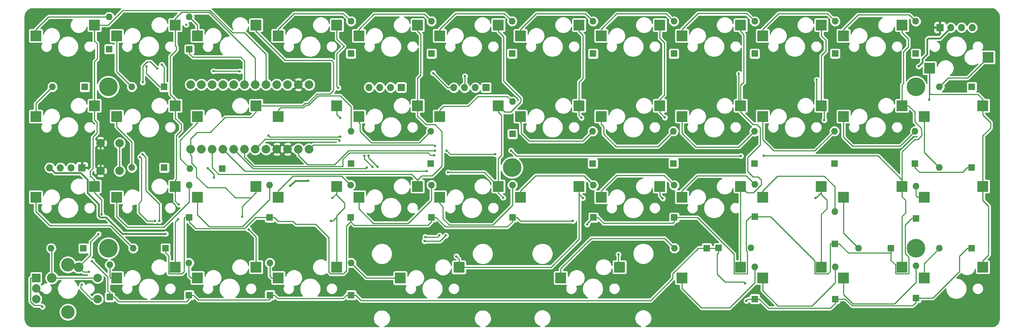
<source format=gbl>
G04 #@! TF.GenerationSoftware,KiCad,Pcbnew,(5.1.5)-3*
G04 #@! TF.CreationDate,2022-02-19T00:44:22-06:00*
G04 #@! TF.ProjectId,Contra,436f6e74-7261-42e6-9b69-6361645f7063,rev?*
G04 #@! TF.SameCoordinates,Original*
G04 #@! TF.FileFunction,Copper,L2,Bot*
G04 #@! TF.FilePolarity,Positive*
%FSLAX46Y46*%
G04 Gerber Fmt 4.6, Leading zero omitted, Abs format (unit mm)*
G04 Created by KiCad (PCBNEW (5.1.5)-3) date 2022-02-19 00:44:22*
%MOMM*%
%LPD*%
G04 APERTURE LIST*
%ADD10R,1.600000X1.600000*%
%ADD11O,1.600000X1.600000*%
%ADD12R,2.550000X2.500000*%
%ADD13C,2.286000*%
%ADD14C,2.000000*%
%ADD15C,2.032000*%
%ADD16C,4.400000*%
%ADD17C,0.700000*%
%ADD18C,3.200000*%
%ADD19R,2.000000X2.000000*%
%ADD20R,1.700000X1.700000*%
%ADD21O,1.700000X1.700000*%
%ADD22C,0.600000*%
%ADD23C,0.250000*%
%ADD24C,0.381000*%
%ADD25C,0.254000*%
G04 APERTURE END LIST*
D10*
X42068750Y-47625000D03*
D11*
X34448750Y-47625000D03*
D12*
X68640000Y-35560000D03*
X82490000Y-33020000D03*
X241360000Y-43180000D03*
X255210000Y-40640000D03*
X106740000Y-54610000D03*
X120590000Y-52070000D03*
X30540000Y-35560000D03*
X44390000Y-33020000D03*
X182940000Y-35560000D03*
X196790000Y-33020000D03*
X221040000Y-35560000D03*
X234890000Y-33020000D03*
X139640000Y-52070000D03*
X125790000Y-54610000D03*
X106740000Y-35560000D03*
X120590000Y-33020000D03*
X177740000Y-52070000D03*
X163890000Y-54610000D03*
X182940000Y-54610000D03*
X196790000Y-52070000D03*
X101540000Y-33020000D03*
X87690000Y-35560000D03*
X215840000Y-33020000D03*
X201990000Y-35560000D03*
X177740000Y-33020000D03*
X163890000Y-35560000D03*
X30540000Y-54610000D03*
X44390000Y-52070000D03*
X139640000Y-33020000D03*
X125790000Y-35560000D03*
X144840000Y-54610000D03*
X158690000Y-52070000D03*
X101540000Y-52070000D03*
X87690000Y-54610000D03*
X63440000Y-33020000D03*
X49590000Y-35560000D03*
D13*
X34280000Y-92700000D03*
X40630000Y-90160000D03*
D11*
X162050000Y-70820000D03*
D10*
X162050000Y-78440000D03*
D11*
X199220000Y-85670000D03*
D10*
X191600000Y-85670000D03*
X219020000Y-84660000D03*
D11*
X219020000Y-77040000D03*
D10*
X142970000Y-78410000D03*
D11*
X142970000Y-70790000D03*
D10*
X104910000Y-96780000D03*
D11*
X104910000Y-89160000D03*
X224631250Y-85725000D03*
D10*
X232251250Y-85725000D03*
X200140000Y-78250000D03*
D11*
X200140000Y-70630000D03*
D10*
X238160000Y-97450000D03*
D11*
X238160000Y-89830000D03*
D10*
X238160000Y-78670000D03*
D11*
X238160000Y-71050000D03*
D10*
X251301250Y-85725000D03*
D11*
X243681250Y-85725000D03*
X181180000Y-85700000D03*
D10*
X188800000Y-85700000D03*
X47970000Y-97260000D03*
D11*
X47970000Y-89640000D03*
X85700000Y-70850000D03*
D10*
X85700000Y-78470000D03*
D11*
X219080000Y-90090000D03*
D10*
X219080000Y-97710000D03*
D11*
X85740000Y-89160000D03*
D10*
X85740000Y-96780000D03*
X123860000Y-78410000D03*
D11*
X123860000Y-70790000D03*
X200140000Y-90090000D03*
D10*
X200140000Y-97710000D03*
D11*
X104780000Y-70790000D03*
D10*
X104780000Y-78410000D03*
D11*
X53181250Y-47625000D03*
D10*
X60801250Y-47625000D03*
X104880000Y-65690000D03*
D11*
X104880000Y-58070000D03*
X180930000Y-58070000D03*
D10*
X180930000Y-65690000D03*
D11*
X66740000Y-31140000D03*
D10*
X66740000Y-38760000D03*
X47840000Y-38720000D03*
D11*
X47840000Y-31100000D03*
X123730000Y-58070000D03*
D10*
X123730000Y-65690000D03*
D11*
X243681250Y-66675000D03*
D10*
X251301250Y-66675000D03*
X238100000Y-39780000D03*
D11*
X238100000Y-32160000D03*
D10*
X237940000Y-65690000D03*
D11*
X237940000Y-58070000D03*
X200040000Y-58130000D03*
D10*
X200040000Y-65750000D03*
X60801250Y-66675000D03*
D11*
X53181250Y-66675000D03*
D10*
X142970000Y-58730000D03*
D11*
X142970000Y-51110000D03*
X66890000Y-66880000D03*
D10*
X74510000Y-66880000D03*
X218920000Y-65690000D03*
D11*
X218920000Y-58070000D03*
D10*
X123860000Y-39750000D03*
D11*
X123860000Y-32130000D03*
D10*
X161880000Y-65720000D03*
D11*
X161880000Y-58100000D03*
X161980000Y-32160000D03*
D10*
X161980000Y-39780000D03*
D11*
X181060000Y-32160000D03*
D10*
X181060000Y-39780000D03*
D12*
X201990000Y-92710000D03*
X215840000Y-90170000D03*
X130340000Y-90190000D03*
X116490000Y-92730000D03*
X240090000Y-73660000D03*
X253940000Y-71120000D03*
X63440000Y-90170000D03*
X49590000Y-92710000D03*
X182940000Y-92710000D03*
X196790000Y-90170000D03*
D14*
X45780000Y-67430000D03*
X50280000Y-67430000D03*
X45780000Y-60930000D03*
X50280000Y-60930000D03*
D12*
X154360000Y-92710000D03*
X168210000Y-90170000D03*
X101540000Y-90170000D03*
X87690000Y-92710000D03*
X125790000Y-73660000D03*
X139640000Y-71120000D03*
X221040000Y-92710000D03*
X234890000Y-90170000D03*
X68640000Y-54610000D03*
X82490000Y-52070000D03*
X63440000Y-52070000D03*
X49590000Y-54610000D03*
X253940000Y-90170000D03*
X240090000Y-92710000D03*
X158690000Y-71120000D03*
X144840000Y-73660000D03*
X221040000Y-73660000D03*
X234890000Y-71120000D03*
X177740000Y-71120000D03*
X163890000Y-73660000D03*
X182940000Y-73660000D03*
X196790000Y-71120000D03*
X253940000Y-52070000D03*
X240090000Y-54610000D03*
X49590000Y-73660000D03*
X63440000Y-71120000D03*
X82490000Y-71120000D03*
X68640000Y-73660000D03*
X87690000Y-73660000D03*
X101540000Y-71120000D03*
X82490000Y-90170000D03*
X68640000Y-92710000D03*
X201990000Y-73660000D03*
X215840000Y-71120000D03*
X215840000Y-52070000D03*
X201990000Y-54610000D03*
X44390000Y-71120000D03*
X30540000Y-73660000D03*
X120590000Y-71120000D03*
X106740000Y-73660000D03*
X144840000Y-35560000D03*
X158690000Y-33020000D03*
X221040000Y-54610000D03*
X234890000Y-52070000D03*
D11*
X181120000Y-70850000D03*
D10*
X181120000Y-78470000D03*
X66720000Y-78470000D03*
D11*
X66720000Y-70850000D03*
X200100000Y-32160000D03*
D10*
X200100000Y-39780000D03*
D15*
X67050000Y-47080000D03*
X69590000Y-47080000D03*
X72130000Y-47080000D03*
X74670000Y-47080000D03*
X77210000Y-47080000D03*
X79750000Y-47080000D03*
X82290000Y-47080000D03*
X84830000Y-47080000D03*
X87370000Y-47080000D03*
X89910000Y-47080000D03*
X92450000Y-47080000D03*
X94990000Y-47080000D03*
X67050000Y-62320000D03*
X69590000Y-62320000D03*
X72130000Y-62320000D03*
X74670000Y-62320000D03*
X77210000Y-62320000D03*
X79750000Y-62320000D03*
X82290000Y-62320000D03*
X84830000Y-62320000D03*
X87370000Y-62320000D03*
X89910000Y-62320000D03*
X92450000Y-62320000D03*
X94990000Y-62320000D03*
D10*
X104880000Y-39750000D03*
D11*
X104880000Y-32130000D03*
X53498750Y-85725000D03*
D10*
X61118750Y-85725000D03*
D11*
X66660000Y-89160000D03*
D10*
X66660000Y-96780000D03*
D11*
X34131250Y-85725000D03*
D10*
X41751250Y-85725000D03*
D11*
X142870000Y-32130000D03*
D10*
X142870000Y-39750000D03*
X219080000Y-39750000D03*
D11*
X219080000Y-32130000D03*
D10*
X251301250Y-47625000D03*
D11*
X243681250Y-47625000D03*
D16*
X238125000Y-85725000D03*
D17*
X239775000Y-85725000D03*
X239291726Y-86891726D03*
X238125000Y-87375000D03*
X236958274Y-86891726D03*
X236475000Y-85725000D03*
X236958274Y-84558274D03*
X238125000Y-84075000D03*
X239291726Y-84558274D03*
D16*
X238125000Y-47625000D03*
D17*
X239775000Y-47625000D03*
X239291726Y-48791726D03*
X238125000Y-49275000D03*
X236958274Y-48791726D03*
X236475000Y-47625000D03*
X236958274Y-46458274D03*
X238125000Y-45975000D03*
X239291726Y-46458274D03*
D16*
X142875000Y-66675000D03*
D17*
X144525000Y-66675000D03*
X144041726Y-67841726D03*
X142875000Y-68325000D03*
X141708274Y-67841726D03*
X141225000Y-66675000D03*
X141708274Y-65508274D03*
X142875000Y-65025000D03*
X144041726Y-65508274D03*
D16*
X47625000Y-47625000D03*
D17*
X49275000Y-47625000D03*
X48791726Y-48791726D03*
X47625000Y-49275000D03*
X46458274Y-48791726D03*
X45975000Y-47625000D03*
X46458274Y-46458274D03*
X47625000Y-45975000D03*
X48791726Y-46458274D03*
D16*
X47625000Y-85725000D03*
D17*
X49275000Y-85725000D03*
X48791726Y-86891726D03*
X47625000Y-87375000D03*
X46458274Y-86891726D03*
X45975000Y-85725000D03*
X46458274Y-84558274D03*
X47625000Y-84075000D03*
X48791726Y-84558274D03*
D14*
X45100000Y-97700000D03*
X45100000Y-92700000D03*
D18*
X38100000Y-100800000D03*
X38100000Y-89600000D03*
D14*
X30600000Y-97700000D03*
X30600000Y-95200000D03*
D19*
X30600000Y-92700000D03*
D20*
X41410000Y-66710000D03*
D21*
X38870000Y-66710000D03*
X36330000Y-66710000D03*
X33790000Y-66710000D03*
X251440000Y-33630000D03*
X248900000Y-33630000D03*
X246360000Y-33630000D03*
D20*
X243820000Y-33630000D03*
X136760000Y-47800000D03*
D21*
X134220000Y-47800000D03*
X131680000Y-47800000D03*
X129140000Y-47800000D03*
X109130000Y-47740000D03*
X111670000Y-47740000D03*
X114210000Y-47740000D03*
D20*
X116750000Y-47740000D03*
D22*
X66010000Y-32950000D03*
X56610000Y-42780000D03*
X60240000Y-42390000D03*
X157250000Y-79280000D03*
X160580000Y-80100000D03*
X198140000Y-98130000D03*
X197880000Y-94000000D03*
X43800000Y-88740000D03*
X46050000Y-77720000D03*
X45300000Y-82370000D03*
X43080000Y-91330000D03*
X41420000Y-94300000D03*
X64090000Y-78890000D03*
X64240000Y-75380000D03*
X79200000Y-78250000D03*
X80750000Y-81300000D03*
X100510000Y-73820000D03*
X102370000Y-54950000D03*
X101860000Y-47830000D03*
X71070000Y-66790000D03*
X72540000Y-69010000D03*
X100170000Y-79300000D03*
X140750000Y-73770000D03*
X167970000Y-87170000D03*
X122740000Y-67480000D03*
X127760000Y-67800000D03*
X159240000Y-54920000D03*
X159560000Y-73830000D03*
X108610000Y-66630000D03*
X129740000Y-87630000D03*
X178400000Y-73950000D03*
X178900000Y-54840000D03*
X124530000Y-63790000D03*
X196350000Y-44510000D03*
X214440000Y-73890000D03*
X216500000Y-55450000D03*
X214710000Y-45950000D03*
X124730000Y-62700000D03*
X127450000Y-62650000D03*
X138900000Y-63520000D03*
X142650000Y-62650000D03*
X196840000Y-63930000D03*
X202290000Y-63910000D03*
X124680000Y-61580000D03*
X241330000Y-50700000D03*
X55750000Y-46540000D03*
X59210000Y-43320000D03*
X72430000Y-43900000D03*
X78610000Y-43950000D03*
X91820000Y-49070000D03*
X86160000Y-49310000D03*
X61150000Y-82310000D03*
X90540000Y-70980000D03*
X94780000Y-69790000D03*
X238790000Y-42790000D03*
X55710000Y-63540000D03*
X59700000Y-79250000D03*
X122410000Y-83050000D03*
X125750000Y-82690000D03*
X109940000Y-66530000D03*
X108030000Y-63880000D03*
X102160000Y-60310000D03*
X32080000Y-99510000D03*
X55138848Y-64165000D03*
X58640000Y-79290000D03*
X122220000Y-84030000D03*
X127250000Y-82700000D03*
X111150000Y-66500000D03*
X109020000Y-63850000D03*
X102380000Y-59350000D03*
X85400000Y-59130000D03*
X131750000Y-45080000D03*
X124250000Y-44360000D03*
D23*
X66010000Y-32920000D02*
X66010000Y-32950000D01*
X59751250Y-47625000D02*
X60801250Y-47625000D01*
X56610000Y-44483750D02*
X59751250Y-47625000D01*
X56610000Y-42780000D02*
X56610000Y-44483750D01*
X60801250Y-47625000D02*
X60801250Y-42951250D01*
X60801250Y-42951250D02*
X60240000Y-42390000D01*
X79750000Y-47080000D02*
X79750000Y-41490000D01*
X79750000Y-41490000D02*
X78860000Y-40600000D01*
X67530000Y-40600000D02*
X66740000Y-39810000D01*
X66740000Y-39810000D02*
X66740000Y-38760000D01*
X78860000Y-40600000D02*
X67530000Y-40600000D01*
X30540000Y-34060000D02*
X33500000Y-31100000D01*
X46708630Y-31100000D02*
X47840000Y-31100000D01*
X33500000Y-31100000D02*
X46708630Y-31100000D01*
X30540000Y-35560000D02*
X30540000Y-34060000D01*
X49590000Y-44033750D02*
X53181250Y-47625000D01*
X49590000Y-35560000D02*
X49590000Y-44033750D01*
X68640000Y-33040000D02*
X66740000Y-31140000D01*
X68640000Y-35560000D02*
X68640000Y-33040000D01*
X87690000Y-34060000D02*
X91430000Y-30320000D01*
X87690000Y-35560000D02*
X87690000Y-34060000D01*
X103070000Y-30320000D02*
X104880000Y-32130000D01*
X91430000Y-30320000D02*
X103070000Y-30320000D01*
X106740000Y-34060000D02*
X110340000Y-30460000D01*
X106740000Y-35560000D02*
X106740000Y-34060000D01*
X122190000Y-30460000D02*
X123860000Y-32130000D01*
X110340000Y-30460000D02*
X122190000Y-30460000D01*
X125790000Y-34060000D02*
X129530000Y-30320000D01*
X125790000Y-35560000D02*
X125790000Y-34060000D01*
X141060000Y-30320000D02*
X142870000Y-32130000D01*
X129530000Y-30320000D02*
X141060000Y-30320000D01*
X144840000Y-34060000D02*
X148580000Y-30320000D01*
X144840000Y-35560000D02*
X144840000Y-34060000D01*
X160140000Y-30320000D02*
X161980000Y-32160000D01*
X148580000Y-30320000D02*
X160140000Y-30320000D01*
X163890000Y-34060000D02*
X167580000Y-30370000D01*
X163890000Y-35560000D02*
X163890000Y-34060000D01*
X179270000Y-30370000D02*
X181060000Y-32160000D01*
X167580000Y-30370000D02*
X179270000Y-30370000D01*
X182940000Y-34060000D02*
X186730000Y-30270000D01*
X182940000Y-35560000D02*
X182940000Y-34060000D01*
X198210000Y-30270000D02*
X200100000Y-32160000D01*
X186730000Y-30270000D02*
X198210000Y-30270000D01*
X201990000Y-34060000D02*
X205730000Y-30320000D01*
X201990000Y-35560000D02*
X201990000Y-34060000D01*
X217270000Y-30320000D02*
X219080000Y-32130000D01*
X205730000Y-30320000D02*
X217270000Y-30320000D01*
X221040000Y-34060000D02*
X224490000Y-30610000D01*
X221040000Y-35560000D02*
X221040000Y-34060000D01*
X236550000Y-30610000D02*
X238100000Y-32160000D01*
X224490000Y-30610000D02*
X236550000Y-30610000D01*
X255185000Y-40640000D02*
X250315000Y-45510000D01*
X255210000Y-40640000D02*
X255185000Y-40640000D01*
X245796250Y-45510000D02*
X243681250Y-47625000D01*
X250315000Y-45510000D02*
X245796250Y-45510000D01*
X239000001Y-67800001D02*
X237940000Y-66740000D01*
X249126249Y-67800001D02*
X239000001Y-67800001D01*
X250251250Y-66675000D02*
X249126249Y-67800001D01*
X237940000Y-66740000D02*
X237940000Y-65690000D01*
X251301250Y-66675000D02*
X250251250Y-66675000D01*
X30540000Y-51533750D02*
X34448750Y-47625000D01*
X30540000Y-54610000D02*
X30540000Y-51533750D01*
X49590000Y-54610000D02*
X49590000Y-57060000D01*
X53181250Y-60651250D02*
X53181250Y-66675000D01*
X49590000Y-57060000D02*
X53181250Y-60651250D01*
X68640000Y-56110000D02*
X64560000Y-60190000D01*
X68640000Y-54610000D02*
X68640000Y-56110000D01*
X64560000Y-64550000D02*
X66890000Y-66880000D01*
X64560000Y-60190000D02*
X64560000Y-64550000D01*
X88270000Y-52530000D02*
X87690000Y-53110000D01*
X94270000Y-51920000D02*
X93660000Y-52530000D01*
X104880000Y-58070000D02*
X104880000Y-52299998D01*
X87690000Y-53110000D02*
X87690000Y-54610000D01*
X93660000Y-52530000D02*
X88270000Y-52530000D01*
X104880000Y-52299998D02*
X102320002Y-49740000D01*
X102320002Y-49740000D02*
X97070000Y-49740000D01*
X94890000Y-51920000D02*
X94270000Y-51920000D01*
X97070000Y-49740000D02*
X94890000Y-51920000D01*
X106740000Y-56110000D02*
X106990000Y-56360000D01*
X106740000Y-54610000D02*
X106740000Y-56110000D01*
X106990000Y-56360000D02*
X106990000Y-58150000D01*
X106990000Y-58150000D02*
X109690000Y-60850000D01*
X120950000Y-60850000D02*
X123730000Y-58070000D01*
X109690000Y-60850000D02*
X120950000Y-60850000D01*
X141750000Y-49890000D02*
X142970000Y-51110000D01*
X125790000Y-53110000D02*
X126700000Y-52200000D01*
X125790000Y-54610000D02*
X125790000Y-53110000D01*
X126700000Y-52200000D02*
X132530000Y-52200000D01*
X132530000Y-52200000D02*
X134840000Y-49890000D01*
X134840000Y-49890000D02*
X141750000Y-49890000D01*
X144840000Y-56110000D02*
X145020000Y-56290000D01*
X144840000Y-54610000D02*
X144840000Y-56110000D01*
X145020000Y-56290000D02*
X145020000Y-58530000D01*
X145020000Y-58530000D02*
X146910000Y-60420000D01*
X159560000Y-60420000D02*
X161880000Y-58100000D01*
X146910000Y-60420000D02*
X159560000Y-60420000D01*
X163890000Y-56110000D02*
X163870000Y-56130000D01*
X163890000Y-54610000D02*
X163890000Y-56110000D01*
X163870000Y-56390334D02*
X164490000Y-57010334D01*
X163870000Y-56130000D02*
X163870000Y-56390334D01*
X164490000Y-57010334D02*
X164490000Y-58820000D01*
X164490000Y-58820000D02*
X167380000Y-61710000D01*
X177290000Y-61710000D02*
X180930000Y-58070000D01*
X167380000Y-61710000D02*
X177290000Y-61710000D01*
X182940000Y-54610000D02*
X182940000Y-58550000D01*
X182940000Y-58550000D02*
X186190000Y-61800000D01*
X196370000Y-61800000D02*
X200040000Y-58130000D01*
X186190000Y-61800000D02*
X196370000Y-61800000D01*
X201990000Y-54610000D02*
X201990000Y-60080000D01*
X201990000Y-60080000D02*
X204610000Y-62700000D01*
X214290000Y-62700000D02*
X218920000Y-58070000D01*
X204610000Y-62700000D02*
X214290000Y-62700000D01*
X221040000Y-54610000D02*
X221040000Y-59480000D01*
X221040000Y-59480000D02*
X223170000Y-61610000D01*
X234400000Y-61610000D02*
X237940000Y-58070000D01*
X223170000Y-61610000D02*
X234400000Y-61610000D01*
X240090000Y-63083750D02*
X243681250Y-66675000D01*
X240090000Y-54610000D02*
X240090000Y-63083750D01*
X65670000Y-78470000D02*
X66720000Y-78470000D01*
X65534999Y-78605001D02*
X65670000Y-78470000D01*
X65534999Y-91185003D02*
X65534999Y-78605001D01*
X64975001Y-91745001D02*
X65534999Y-91185003D01*
X61904999Y-91745001D02*
X64975001Y-91745001D01*
X61839999Y-91680001D02*
X61904999Y-91745001D01*
X61839999Y-87496249D02*
X61839999Y-91680001D01*
X61118750Y-86775000D02*
X61839999Y-87496249D01*
X61118750Y-85725000D02*
X61118750Y-86775000D01*
X68250010Y-81050010D02*
X79779990Y-81050010D01*
X66720000Y-78470000D02*
X66720000Y-79520000D01*
X66720000Y-79520000D02*
X68250010Y-81050010D01*
X82360000Y-78470000D02*
X85700000Y-78470000D01*
X79779990Y-81050010D02*
X82360000Y-78470000D01*
X86750000Y-78470000D02*
X87680000Y-79400000D01*
X85700000Y-78470000D02*
X86750000Y-78470000D01*
X91180000Y-79400000D02*
X91840000Y-80060000D01*
X87680000Y-79400000D02*
X91180000Y-79400000D01*
X91840000Y-80060000D02*
X96510000Y-80060000D01*
X103784999Y-80455001D02*
X104780000Y-79460000D01*
X103784999Y-91035003D02*
X103784999Y-80455001D01*
X103075001Y-91745001D02*
X103784999Y-91035003D01*
X99615001Y-91355003D02*
X100004999Y-91745001D01*
X100004999Y-91745001D02*
X103075001Y-91745001D01*
X99615001Y-83165001D02*
X99615001Y-91355003D01*
X96510000Y-80060000D02*
X99615001Y-83165001D01*
X123029990Y-80290010D02*
X123860000Y-79460000D01*
X123860000Y-79460000D02*
X123860000Y-78410000D01*
X104780000Y-79460000D02*
X105610010Y-80290010D01*
X105610010Y-80290010D02*
X123029990Y-80290010D01*
X104780000Y-78410000D02*
X104780000Y-79460000D01*
X142970000Y-79460000D02*
X142970000Y-78410000D01*
X141759990Y-80670010D02*
X142970000Y-79460000D01*
X127170010Y-80670010D02*
X141759990Y-80670010D01*
X124910000Y-78410000D02*
X127170010Y-80670010D01*
X123860000Y-78410000D02*
X124910000Y-78410000D01*
X142970000Y-78410000D02*
X144020000Y-78410000D01*
X144890000Y-79280000D02*
X157250000Y-79280000D01*
X144020000Y-78410000D02*
X144890000Y-79280000D01*
X160580000Y-79910000D02*
X162050000Y-78440000D01*
X160580000Y-80100000D02*
X160580000Y-79910000D01*
X163100000Y-78440000D02*
X164480000Y-79820000D01*
X162050000Y-78440000D02*
X163100000Y-78440000D01*
X181120000Y-79520000D02*
X181120000Y-78470000D01*
X180820000Y-79820000D02*
X181120000Y-79520000D01*
X164480000Y-79820000D02*
X180820000Y-79820000D01*
X199090000Y-78250000D02*
X200140000Y-78250000D01*
X198094999Y-86210001D02*
X198094999Y-79245001D01*
X198390001Y-86505003D02*
X198094999Y-86210001D01*
X198390001Y-91680001D02*
X198390001Y-86505003D01*
X195254999Y-91745001D02*
X198325001Y-91745001D01*
X195189999Y-91680001D02*
X195254999Y-91745001D01*
X198325001Y-91745001D02*
X198390001Y-91680001D01*
X195189999Y-87074997D02*
X195189999Y-91680001D01*
X186585002Y-78470000D02*
X195189999Y-87074997D01*
X198094999Y-79245001D02*
X199090000Y-78250000D01*
X181120000Y-78470000D02*
X186585002Y-78470000D01*
X217970000Y-84660000D02*
X219020000Y-84660000D01*
X217954999Y-91165003D02*
X217954999Y-84675001D01*
X214239999Y-91680001D02*
X214304999Y-91745001D01*
X217954999Y-84675001D02*
X217970000Y-84660000D01*
X214239999Y-88659999D02*
X214239999Y-91680001D01*
X217375001Y-91745001D02*
X217954999Y-91165003D01*
X214304999Y-91745001D02*
X217375001Y-91745001D01*
X203830000Y-78250000D02*
X214239999Y-88659999D01*
X200140000Y-78250000D02*
X203830000Y-78250000D01*
X232176249Y-86850001D02*
X232251250Y-86775000D01*
X222260001Y-86850001D02*
X232176249Y-86850001D01*
X220070000Y-84660000D02*
X222260001Y-86850001D01*
X232251250Y-86775000D02*
X232251250Y-85725000D01*
X219020000Y-84660000D02*
X220070000Y-84660000D01*
X235599999Y-80180001D02*
X237110000Y-78670000D01*
X235599999Y-86937001D02*
X235599999Y-80180001D01*
X236490001Y-87827003D02*
X235599999Y-86937001D01*
X236490001Y-91680001D02*
X236490001Y-87827003D01*
X233354999Y-91745001D02*
X236425001Y-91745001D01*
X233289999Y-91680001D02*
X233354999Y-91745001D01*
X233289999Y-89618997D02*
X233289999Y-91680001D01*
X232251250Y-88580248D02*
X233289999Y-89618997D01*
X237110000Y-78670000D02*
X238160000Y-78670000D01*
X236425001Y-91745001D02*
X236490001Y-91680001D01*
X232251250Y-85725000D02*
X232251250Y-88580248D01*
X30540000Y-73660000D02*
X30540000Y-77080000D01*
X30540000Y-77080000D02*
X33820000Y-80360000D01*
X48133750Y-80360000D02*
X53498750Y-85725000D01*
X33820000Y-80360000D02*
X48133750Y-80360000D01*
X49590000Y-73660000D02*
X49590000Y-78230000D01*
X49590000Y-78230000D02*
X52100000Y-80740000D01*
X52100000Y-80740000D02*
X60800000Y-80740000D01*
X66720000Y-74820000D02*
X66720000Y-70850000D01*
X60800000Y-80740000D02*
X66720000Y-74820000D01*
X68640000Y-73660000D02*
X68640000Y-77820000D01*
X68640000Y-77820000D02*
X71420000Y-80600000D01*
X71420000Y-80600000D02*
X79270000Y-80600000D01*
X85700000Y-74170000D02*
X85700000Y-70850000D01*
X79270000Y-80600000D02*
X85700000Y-74170000D01*
X87690000Y-72160000D02*
X91170000Y-68680000D01*
X87690000Y-73660000D02*
X87690000Y-72160000D01*
X102670000Y-68680000D02*
X104780000Y-70790000D01*
X91170000Y-68680000D02*
X102670000Y-68680000D01*
X106740000Y-73660000D02*
X106740000Y-76420000D01*
X106740000Y-76420000D02*
X110160000Y-79840000D01*
X110160000Y-79840000D02*
X118380000Y-79840000D01*
X123860000Y-74360000D02*
X123860000Y-70790000D01*
X118380000Y-79840000D02*
X123860000Y-74360000D01*
X125790000Y-75160000D02*
X126600000Y-75970000D01*
X125790000Y-73660000D02*
X125790000Y-75160000D01*
X126600000Y-75970000D02*
X126600000Y-78750000D01*
X126600000Y-78750000D02*
X128070000Y-80220000D01*
X128070000Y-80220000D02*
X138330000Y-80220000D01*
X142970000Y-75580000D02*
X142970000Y-70790000D01*
X138330000Y-80220000D02*
X142970000Y-75580000D01*
X144840000Y-72160000D02*
X148410000Y-68590000D01*
X144840000Y-73660000D02*
X144840000Y-72160000D01*
X159820000Y-68590000D02*
X162050000Y-70820000D01*
X148410000Y-68590000D02*
X159820000Y-68590000D01*
X163890000Y-72160000D02*
X167560000Y-68490000D01*
X163890000Y-73660000D02*
X163890000Y-72160000D01*
X178760000Y-68490000D02*
X181120000Y-70850000D01*
X167560000Y-68490000D02*
X178760000Y-68490000D01*
X182940000Y-72160000D02*
X186510000Y-68590000D01*
X182940000Y-73660000D02*
X182940000Y-72160000D01*
X198100000Y-68590000D02*
X200140000Y-70630000D01*
X186510000Y-68590000D02*
X198100000Y-68590000D01*
X201990000Y-72160000D02*
X205470000Y-68680000D01*
X201990000Y-73660000D02*
X201990000Y-72160000D01*
X219020000Y-75908630D02*
X219020000Y-77040000D01*
X216510002Y-68680000D02*
X219020000Y-71189998D01*
X219020000Y-71189998D02*
X219020000Y-75908630D01*
X205470000Y-68680000D02*
X216510002Y-68680000D01*
X221040000Y-82133750D02*
X224631250Y-85725000D01*
X221040000Y-73660000D02*
X221040000Y-82133750D01*
X238160000Y-72181370D02*
X238160000Y-71050000D01*
X238160000Y-73255000D02*
X238160000Y-72181370D01*
X238565000Y-73660000D02*
X238160000Y-73255000D01*
X240090000Y-73660000D02*
X238565000Y-73660000D01*
X49020000Y-97260000D02*
X50100000Y-98340000D01*
X47970000Y-97260000D02*
X49020000Y-97260000D01*
X66660000Y-97830000D02*
X66660000Y-96780000D01*
X66150000Y-98340000D02*
X66660000Y-97830000D01*
X50100000Y-98340000D02*
X66150000Y-98340000D01*
X67710000Y-96780000D02*
X68840000Y-97910000D01*
X66660000Y-96780000D02*
X67710000Y-96780000D01*
X85740000Y-97830000D02*
X85740000Y-96780000D01*
X85660000Y-97910000D02*
X85740000Y-97830000D01*
X68840000Y-97910000D02*
X85660000Y-97910000D01*
X103071099Y-97568901D02*
X103860000Y-96780000D01*
X87578901Y-97568901D02*
X103071099Y-97568901D01*
X86790000Y-96780000D02*
X87578901Y-97568901D01*
X103860000Y-96780000D02*
X104910000Y-96780000D01*
X85740000Y-96780000D02*
X86790000Y-96780000D01*
X105960000Y-96780000D02*
X107250000Y-98070000D01*
X104910000Y-96780000D02*
X105960000Y-96780000D01*
X107250000Y-98070000D02*
X175560000Y-98070000D01*
X175560000Y-98070000D02*
X180780000Y-92850000D01*
X187750000Y-85700000D02*
X188800000Y-85700000D01*
X180780000Y-91759998D02*
X186839998Y-85700000D01*
X186839998Y-85700000D02*
X187750000Y-85700000D01*
X180780000Y-92850000D02*
X180780000Y-91759998D01*
X191570000Y-85700000D02*
X191600000Y-85670000D01*
X188800000Y-85700000D02*
X191570000Y-85700000D01*
X200140000Y-97710000D02*
X198560000Y-97710000D01*
X198560000Y-97710000D02*
X198140000Y-98130000D01*
X197580001Y-93700001D02*
X193130001Y-93700001D01*
X197880000Y-94000000D02*
X197580001Y-93700001D01*
X191214999Y-87105001D02*
X191600000Y-86720000D01*
X191214999Y-91784999D02*
X191214999Y-87105001D01*
X191600000Y-86720000D02*
X191600000Y-85670000D01*
X193130001Y-93700001D02*
X191214999Y-91784999D01*
X201190000Y-97710000D02*
X203360000Y-99880000D01*
X200140000Y-97710000D02*
X201190000Y-97710000D01*
X219080000Y-98760000D02*
X219080000Y-97710000D01*
X217960000Y-99880000D02*
X219080000Y-98760000D01*
X203360000Y-99880000D02*
X217960000Y-99880000D01*
X238160000Y-98500000D02*
X238160000Y-97450000D01*
X223063600Y-99280010D02*
X237379990Y-99280010D01*
X237379990Y-99280010D02*
X238160000Y-98500000D01*
X221493590Y-97710000D02*
X223063600Y-99280010D01*
X219080000Y-97710000D02*
X221493590Y-97710000D01*
X250251250Y-85725000D02*
X251301250Y-85725000D01*
X248364999Y-91195335D02*
X248364999Y-87611251D01*
X242110334Y-97450000D02*
X248364999Y-91195335D01*
X248364999Y-87611251D02*
X250251250Y-85725000D01*
X238160000Y-97450000D02*
X242110334Y-97450000D01*
X47519991Y-92459991D02*
X43800000Y-88740000D01*
X47519991Y-95759991D02*
X47519991Y-92459991D01*
X47970000Y-97260000D02*
X47970000Y-96210000D01*
X47970000Y-96210000D02*
X47519991Y-95759991D01*
X34280000Y-85873750D02*
X34131250Y-85725000D01*
X34280000Y-92700000D02*
X34280000Y-85873750D01*
X35896446Y-92700000D02*
X45100000Y-92700000D01*
X34280000Y-92700000D02*
X35896446Y-92700000D01*
X47970000Y-92615000D02*
X47970000Y-90771370D01*
X48065000Y-92710000D02*
X47970000Y-92615000D01*
X47970000Y-90771370D02*
X47970000Y-89640000D01*
X49590000Y-92710000D02*
X48065000Y-92710000D01*
X66660000Y-90291370D02*
X66660000Y-89160000D01*
X66660000Y-92255000D02*
X66660000Y-90291370D01*
X67115000Y-92710000D02*
X66660000Y-92255000D01*
X68640000Y-92710000D02*
X67115000Y-92710000D01*
X85740000Y-90291370D02*
X85740000Y-89160000D01*
X85740000Y-92285000D02*
X85740000Y-90291370D01*
X86165000Y-92710000D02*
X85740000Y-92285000D01*
X87690000Y-92710000D02*
X86165000Y-92710000D01*
X154360000Y-92710000D02*
X154360000Y-90570000D01*
X154360000Y-90570000D02*
X161530000Y-83400000D01*
X178880000Y-83400000D02*
X181180000Y-85700000D01*
X161530000Y-83400000D02*
X178880000Y-83400000D01*
X108480000Y-92730000D02*
X104910000Y-89160000D01*
X116490000Y-92730000D02*
X108480000Y-92730000D01*
X182940000Y-92710000D02*
X182940000Y-95160000D01*
X182940000Y-95160000D02*
X187560000Y-99780000D01*
X187560000Y-99780000D02*
X194180000Y-99780000D01*
X200140000Y-93820000D02*
X200140000Y-90090000D01*
X194180000Y-99780000D02*
X200140000Y-93820000D01*
X201990000Y-92710000D02*
X201990000Y-95740000D01*
X201990000Y-95740000D02*
X205560000Y-99310000D01*
X205560000Y-99310000D02*
X213630000Y-99310000D01*
X219080000Y-93860000D02*
X219080000Y-90090000D01*
X213630000Y-99310000D02*
X219080000Y-93860000D01*
X221040000Y-92710000D02*
X221040000Y-96620000D01*
X221040000Y-96620000D02*
X223250000Y-98830000D01*
X223250000Y-98830000D02*
X233110000Y-98830000D01*
X238160000Y-93780000D02*
X238160000Y-89830000D01*
X233110000Y-98830000D02*
X238160000Y-93780000D01*
X240090000Y-89316250D02*
X243681250Y-85725000D01*
X240090000Y-92710000D02*
X240090000Y-89316250D01*
X44390000Y-33020000D02*
X44390000Y-36790000D01*
X44390000Y-36790000D02*
X45010000Y-37410000D01*
X45010000Y-37410000D02*
X45010000Y-41010000D01*
X44390000Y-41630000D02*
X44390000Y-52070000D01*
X45010000Y-41010000D02*
X44390000Y-41630000D01*
X44390000Y-52070000D02*
X44390000Y-55410000D01*
X44390000Y-55410000D02*
X44970000Y-55990000D01*
X44970000Y-55990000D02*
X44970000Y-58510000D01*
X44970000Y-58510000D02*
X43980000Y-59500000D01*
X43980000Y-59500000D02*
X43980000Y-66880000D01*
X43980000Y-66880000D02*
X43310000Y-67550000D01*
X43310000Y-67550000D02*
X43310000Y-68870000D01*
X43640000Y-68870000D02*
X44390000Y-69620000D01*
X44390000Y-69620000D02*
X44390000Y-71120000D01*
X43310000Y-68870000D02*
X43640000Y-68870000D01*
X46050000Y-74280000D02*
X46050000Y-77720000D01*
X44390000Y-71120000D02*
X44390000Y-72620000D01*
X44390000Y-72620000D02*
X46050000Y-74280000D01*
X45300000Y-82370000D02*
X43440000Y-84230000D01*
X43440000Y-87350000D02*
X40630000Y-90160000D01*
X43440000Y-84230000D02*
X43440000Y-87350000D01*
X40630000Y-90160000D02*
X41800000Y-91330000D01*
X41800000Y-91330000D02*
X43080000Y-91330000D01*
X41120001Y-95134214D02*
X43685787Y-97700000D01*
X43685787Y-97700000D02*
X45100000Y-97700000D01*
X41420000Y-94300000D02*
X41120001Y-94599999D01*
X41120001Y-94599999D02*
X41120001Y-95134214D01*
X47585002Y-33020000D02*
X45915000Y-33020000D01*
X45915000Y-33020000D02*
X44390000Y-33020000D01*
X51040013Y-29564989D02*
X47585002Y-33020000D01*
X71641065Y-29564989D02*
X51040013Y-29564989D01*
X76921077Y-34845001D02*
X71641065Y-29564989D01*
X79765335Y-34845001D02*
X76921077Y-34845001D01*
X84830000Y-39909666D02*
X79765335Y-34845001D01*
X84830000Y-47080000D02*
X84830000Y-39909666D01*
X63440000Y-90170000D02*
X63440000Y-79540000D01*
X63440000Y-79540000D02*
X64090000Y-78890000D01*
X63440000Y-74580000D02*
X63440000Y-71120000D01*
X64240000Y-75380000D02*
X63440000Y-74580000D01*
X63440000Y-55040000D02*
X63440000Y-52070000D01*
X64840000Y-56440000D02*
X63440000Y-55040000D01*
X63660000Y-69400000D02*
X63660000Y-59100000D01*
X63440000Y-71120000D02*
X63440000Y-69620000D01*
X63660000Y-59100000D02*
X64840000Y-57920000D01*
X63440000Y-69620000D02*
X63660000Y-69400000D01*
X64840000Y-57920000D02*
X64840000Y-56440000D01*
X63440000Y-50570000D02*
X62240000Y-49370000D01*
X63440000Y-52070000D02*
X63440000Y-50570000D01*
X62240000Y-49370000D02*
X62240000Y-40390000D01*
X62240000Y-40390000D02*
X63670000Y-38960000D01*
X63670000Y-38960000D02*
X63670000Y-38140000D01*
X63440000Y-37910000D02*
X63440000Y-33020000D01*
X63670000Y-38140000D02*
X63440000Y-37910000D01*
X63440000Y-31520000D02*
X63440000Y-33020000D01*
X64945001Y-30014999D02*
X63440000Y-31520000D01*
X71454665Y-30014999D02*
X64945001Y-30014999D01*
X82290000Y-40850334D02*
X71454665Y-30014999D01*
X82290000Y-47080000D02*
X82290000Y-40850334D01*
X82490000Y-34520000D02*
X89290000Y-41320000D01*
X82490000Y-33020000D02*
X82490000Y-34520000D01*
X89290000Y-41320000D02*
X100230000Y-41320000D01*
X100230000Y-41320000D02*
X100720000Y-41810000D01*
X100720000Y-41810000D02*
X100720000Y-48460000D01*
X99890010Y-49289990D02*
X96883600Y-49289990D01*
X100720000Y-48460000D02*
X99890010Y-49289990D01*
X94703600Y-51469990D02*
X94083599Y-51469991D01*
X96883600Y-49289990D02*
X94703600Y-51469990D01*
X93473600Y-52079990D02*
X87490010Y-52079990D01*
X94083599Y-51469991D02*
X93473600Y-52079990D01*
X87480020Y-52070000D02*
X82490000Y-52070000D01*
X87490010Y-52079990D02*
X87480020Y-52070000D01*
X71684433Y-58325901D02*
X68585901Y-58325901D01*
X75179235Y-54831099D02*
X71684433Y-58325901D01*
X81228901Y-54831099D02*
X75179235Y-54831099D01*
X82490000Y-52070000D02*
X82490000Y-53570000D01*
X82490000Y-53570000D02*
X81228901Y-54831099D01*
X67050000Y-59861802D02*
X67050000Y-62320000D01*
X68585901Y-58325901D02*
X67050000Y-59861802D01*
X67050000Y-63756840D02*
X67280000Y-63986840D01*
X67050000Y-62320000D02*
X67050000Y-63756840D01*
X67280000Y-63986840D02*
X67280000Y-65604998D01*
X67280000Y-65604998D02*
X68440000Y-66764998D01*
X68440000Y-66764998D02*
X68440000Y-68850000D01*
X68440000Y-68850000D02*
X71010000Y-71420000D01*
X71010000Y-71420000D02*
X75230000Y-71420000D01*
X75230000Y-71420000D02*
X77550000Y-73740000D01*
X82490000Y-72620000D02*
X82490000Y-71120000D01*
X81370000Y-73740000D02*
X82490000Y-72620000D01*
X77550000Y-73740000D02*
X81370000Y-73740000D01*
X82490000Y-72620000D02*
X79200000Y-75910000D01*
X79200000Y-75910000D02*
X79200000Y-78250000D01*
X82490000Y-83040000D02*
X82490000Y-90170000D01*
X80750000Y-81300000D02*
X82490000Y-83040000D01*
X101540000Y-90170000D02*
X101540000Y-77980000D01*
X101540000Y-77980000D02*
X103400000Y-76120000D01*
X103400000Y-76120000D02*
X103400000Y-75040000D01*
X101540000Y-73180000D02*
X101540000Y-71120000D01*
X103400000Y-75040000D02*
X101540000Y-73180000D01*
X101540000Y-71120000D02*
X101540000Y-72790000D01*
X101540000Y-72790000D02*
X100510000Y-73820000D01*
X101540000Y-54120000D02*
X101540000Y-52070000D01*
X102370000Y-54950000D02*
X101540000Y-54120000D01*
X101540000Y-47510000D02*
X101540000Y-39770000D01*
X101860000Y-47830000D02*
X101540000Y-47510000D01*
X101540000Y-39770000D02*
X103270000Y-38040000D01*
X101540000Y-36310000D02*
X101540000Y-33020000D01*
X103270000Y-38040000D02*
X101540000Y-36310000D01*
X71070000Y-66790000D02*
X72540000Y-68260000D01*
X72540000Y-68260000D02*
X72540000Y-69010000D01*
X101540000Y-78354264D02*
X101540000Y-77980000D01*
X100594264Y-79300000D02*
X101540000Y-78354264D01*
X100170000Y-79300000D02*
X100594264Y-79300000D01*
X120590000Y-34520000D02*
X121330000Y-35260000D01*
X120590000Y-33020000D02*
X120590000Y-34520000D01*
X121330000Y-35260000D02*
X121330000Y-44860000D01*
X120590000Y-45600000D02*
X120590000Y-52070000D01*
X121330000Y-44860000D02*
X120590000Y-45600000D01*
X120590000Y-52070000D02*
X120590000Y-54520000D01*
X120590000Y-54520000D02*
X122600000Y-56530000D01*
X122600000Y-56530000D02*
X124690000Y-56530000D01*
X124690000Y-56530000D02*
X126330000Y-58170000D01*
X126330000Y-58170000D02*
X126330000Y-66310000D01*
X126330000Y-66310000D02*
X123990000Y-68650000D01*
X121560000Y-68650000D02*
X120590000Y-69620000D01*
X123990000Y-68650000D02*
X121560000Y-68650000D01*
X120590000Y-69620000D02*
X120590000Y-71120000D01*
X119199990Y-68229990D02*
X120590000Y-69620000D01*
X73674988Y-68229990D02*
X119199990Y-68229990D01*
X72130000Y-66685002D02*
X73674988Y-68229990D01*
X72130000Y-62320000D02*
X72130000Y-66685002D01*
X139640000Y-34520000D02*
X140910000Y-35790000D01*
X139640000Y-33020000D02*
X139640000Y-34520000D01*
X140910000Y-35790000D02*
X140910000Y-46290000D01*
X140910000Y-46290000D02*
X144900000Y-50280000D01*
X144900000Y-50280000D02*
X144900000Y-51210000D01*
X139665000Y-52070000D02*
X139640000Y-52070000D01*
X141165000Y-53570000D02*
X139665000Y-52070000D01*
X142540000Y-53570000D02*
X141165000Y-53570000D01*
X144900000Y-51210000D02*
X142540000Y-53570000D01*
X139640000Y-53570000D02*
X140330000Y-54260000D01*
X139640000Y-52070000D02*
X139640000Y-53570000D01*
X140330000Y-54260000D02*
X140330000Y-63820000D01*
X139640000Y-64510000D02*
X139640000Y-71120000D01*
X140330000Y-63820000D02*
X139640000Y-64510000D01*
X139640000Y-71120000D02*
X139640000Y-72660000D01*
X139640000Y-72660000D02*
X140750000Y-73770000D01*
X167970000Y-89930000D02*
X168210000Y-90170000D01*
X167970000Y-87170000D02*
X167970000Y-89930000D01*
X74670000Y-62320000D02*
X79830000Y-67480000D01*
X79830000Y-67480000D02*
X122740000Y-67480000D01*
X136320000Y-67800000D02*
X139640000Y-71120000D01*
X127760000Y-67800000D02*
X136320000Y-67800000D01*
X158690000Y-34520000D02*
X159600000Y-35430000D01*
X158690000Y-33020000D02*
X158690000Y-34520000D01*
X159600000Y-35430000D02*
X159600000Y-45560000D01*
X158690000Y-46470000D02*
X158690000Y-52070000D01*
X159600000Y-45560000D02*
X158690000Y-46470000D01*
X158690000Y-52070000D02*
X158690000Y-54370000D01*
X158690000Y-54370000D02*
X159240000Y-54920000D01*
X158690000Y-72960000D02*
X158690000Y-71120000D01*
X159560000Y-73830000D02*
X158690000Y-72960000D01*
X158690000Y-71120000D02*
X158690000Y-83610000D01*
X152110000Y-90190000D02*
X130340000Y-90190000D01*
X158690000Y-83610000D02*
X152110000Y-90190000D01*
X77210000Y-62320000D02*
X81790000Y-66900000D01*
X81790000Y-66900000D02*
X108340000Y-66900000D01*
X108340000Y-66900000D02*
X108610000Y-66630000D01*
X130340000Y-88230000D02*
X130340000Y-90190000D01*
X129740000Y-87630000D02*
X130340000Y-88230000D01*
X177740000Y-71120000D02*
X177740000Y-73290000D01*
X177740000Y-73290000D02*
X178400000Y-73950000D01*
X177740000Y-53680000D02*
X177740000Y-52070000D01*
X178900000Y-54840000D02*
X177740000Y-53680000D01*
X177740000Y-50570000D02*
X178790000Y-49520000D01*
X177740000Y-52070000D02*
X177740000Y-50570000D01*
X178790000Y-49520000D02*
X178790000Y-37180000D01*
X177740000Y-36130000D02*
X177740000Y-33020000D01*
X178790000Y-37180000D02*
X177740000Y-36130000D01*
X123660000Y-63790000D02*
X124530000Y-63790000D01*
X123020010Y-63150010D02*
X123660000Y-63790000D01*
X104539990Y-63150010D02*
X123020010Y-63150010D01*
X102960000Y-64730000D02*
X104539990Y-63150010D01*
X102960000Y-66449990D02*
X102960000Y-64730000D01*
X79750000Y-62320000D02*
X79750000Y-64223590D01*
X79750000Y-64223590D02*
X81976400Y-66449990D01*
X81976400Y-66449990D02*
X102960000Y-66449990D01*
X196790000Y-34520000D02*
X197540000Y-35270000D01*
X196790000Y-33020000D02*
X196790000Y-34520000D01*
X197540000Y-35270000D02*
X197540000Y-46530000D01*
X196790000Y-47280000D02*
X196790000Y-52070000D01*
X197540000Y-46530000D02*
X196790000Y-47280000D01*
X196790000Y-53570000D02*
X199690000Y-56470000D01*
X196790000Y-52070000D02*
X196790000Y-53570000D01*
X199690000Y-56470000D02*
X200640000Y-56470000D01*
X200640000Y-56470000D02*
X201430000Y-57260000D01*
X201430000Y-57260000D02*
X201430000Y-61300000D01*
X201430000Y-61300000D02*
X198450000Y-64280000D01*
X198450000Y-64280000D02*
X198450000Y-67590000D01*
X198450000Y-67590000D02*
X199720000Y-68860000D01*
X199720000Y-68860000D02*
X200920000Y-68860000D01*
X200920000Y-68860000D02*
X201680000Y-69620000D01*
X196815000Y-71120000D02*
X196790000Y-71120000D01*
X199815002Y-72620000D02*
X198315000Y-72620000D01*
X201680000Y-70755002D02*
X199815002Y-72620000D01*
X198315000Y-72620000D02*
X196815000Y-71120000D01*
X201680000Y-69620000D02*
X201680000Y-70755002D01*
X196790000Y-72620000D02*
X196790000Y-90170000D01*
X196790000Y-71120000D02*
X196790000Y-72620000D01*
X196350000Y-51630000D02*
X196790000Y-52070000D01*
X196350000Y-44510000D02*
X196350000Y-51630000D01*
X215840000Y-90170000D02*
X215840000Y-77670000D01*
X215840000Y-77670000D02*
X217150000Y-76360000D01*
X217150000Y-76360000D02*
X217150000Y-74360000D01*
X215840000Y-73050000D02*
X215840000Y-71120000D01*
X217150000Y-74360000D02*
X215840000Y-73050000D01*
X214570000Y-73890000D02*
X214440000Y-73890000D01*
X215840000Y-71120000D02*
X215840000Y-72620000D01*
X215840000Y-72620000D02*
X214570000Y-73890000D01*
X216500000Y-52730000D02*
X215840000Y-52070000D01*
X216500000Y-55450000D02*
X216500000Y-52730000D01*
X215840000Y-52070000D02*
X215840000Y-40230000D01*
X215840000Y-40230000D02*
X216900000Y-39170000D01*
X216900000Y-39170000D02*
X216900000Y-36640000D01*
X215840000Y-35580000D02*
X215840000Y-33020000D01*
X216900000Y-36640000D02*
X215840000Y-35580000D01*
X214710000Y-50940000D02*
X215840000Y-52070000D01*
X214710000Y-45950000D02*
X214710000Y-50940000D01*
X235680000Y-74360000D02*
X234890000Y-73570000D01*
X235680000Y-77400000D02*
X235680000Y-74360000D01*
X234890000Y-73570000D02*
X234890000Y-71120000D01*
X234890000Y-90170000D02*
X234890000Y-78190000D01*
X234890000Y-78190000D02*
X235680000Y-77400000D01*
X234890000Y-71120000D02*
X234890000Y-62960000D01*
X234890000Y-62960000D02*
X237830000Y-60020000D01*
X237830000Y-60020000D02*
X238580000Y-60020000D01*
X238580000Y-60020000D02*
X239480000Y-59120000D01*
X239480000Y-57944998D02*
X239430000Y-57894998D01*
X239480000Y-59120000D02*
X239480000Y-57944998D01*
X239430000Y-57894998D02*
X239430000Y-57400000D01*
X239430000Y-57400000D02*
X237880000Y-55850000D01*
X237880000Y-53535000D02*
X236415000Y-52070000D01*
X236415000Y-52070000D02*
X234890000Y-52070000D01*
X237880000Y-55850000D02*
X237880000Y-53535000D01*
X234890000Y-47122998D02*
X235200000Y-46812998D01*
X234890000Y-52070000D02*
X234890000Y-47122998D01*
X235200000Y-46812998D02*
X235200000Y-39320000D01*
X235200000Y-39320000D02*
X236370000Y-38150000D01*
X236370000Y-38150000D02*
X236370000Y-36310000D01*
X234890000Y-34830000D02*
X234890000Y-33020000D01*
X236370000Y-36310000D02*
X234890000Y-34830000D01*
X92450000Y-63756840D02*
X94643160Y-65950000D01*
X92450000Y-62320000D02*
X92450000Y-63756840D01*
X94643160Y-65950000D02*
X101030000Y-65950000D01*
X101030000Y-65950000D02*
X104280000Y-62700000D01*
X104280000Y-62700000D02*
X124730000Y-62700000D01*
X127450000Y-62650000D02*
X128320000Y-63520000D01*
X128320000Y-63520000D02*
X138900000Y-63520000D01*
X142650000Y-62650000D02*
X143930000Y-63930000D01*
X143930000Y-63930000D02*
X196840000Y-63930000D01*
X234890000Y-69620000D02*
X234890000Y-71120000D01*
X229180000Y-63910000D02*
X234890000Y-69620000D01*
X202290000Y-63910000D02*
X229180000Y-63910000D01*
X253940000Y-88670000D02*
X255300000Y-87310000D01*
X253940000Y-90170000D02*
X253940000Y-88670000D01*
X255300000Y-87310000D02*
X255300000Y-75770000D01*
X253940000Y-74410000D02*
X253940000Y-71120000D01*
X255300000Y-75770000D02*
X253940000Y-74410000D01*
X253940000Y-71120000D02*
X253940000Y-59140000D01*
X253940000Y-59140000D02*
X255730000Y-57350000D01*
X255730000Y-57350000D02*
X255730000Y-56040000D01*
X253940000Y-54250000D02*
X253940000Y-52070000D01*
X255730000Y-56040000D02*
X253940000Y-54250000D01*
X253940000Y-50570000D02*
X252770000Y-49400000D01*
X253940000Y-52070000D02*
X253940000Y-50570000D01*
X252770000Y-49400000D02*
X241610000Y-49400000D01*
X241360000Y-49150000D02*
X241360000Y-43180000D01*
X241610000Y-49400000D02*
X241360000Y-49150000D01*
X124404001Y-61304001D02*
X124680000Y-61580000D01*
X94990000Y-62320000D02*
X96005999Y-61304001D01*
X96005999Y-61304001D02*
X124404001Y-61304001D01*
X241330000Y-43210000D02*
X241360000Y-43180000D01*
X241330000Y-50700000D02*
X241330000Y-43210000D01*
X50280000Y-66015787D02*
X50280000Y-60930000D01*
X50280000Y-67430000D02*
X50280000Y-66015787D01*
X55750000Y-42714998D02*
X56764998Y-41700000D01*
X55750000Y-46540000D02*
X55750000Y-42714998D01*
X56764998Y-41700000D02*
X57590000Y-41700000D01*
X57590000Y-41700000D02*
X59210000Y-43320000D01*
X72430000Y-43900000D02*
X78560000Y-43900000D01*
X78560000Y-43900000D02*
X78610000Y-43950000D01*
D24*
X45780000Y-67430000D02*
X45780000Y-60930000D01*
X91820000Y-49070000D02*
X91520000Y-49370000D01*
X91520000Y-49370000D02*
X86220000Y-49370000D01*
X86220000Y-49370000D02*
X86160000Y-49310000D01*
X45718559Y-78410501D02*
X47099561Y-78410501D01*
X50999060Y-82310000D02*
X61150000Y-82310000D01*
X45359499Y-78051441D02*
X45718559Y-78410501D01*
X35030501Y-67950501D02*
X41117401Y-67950501D01*
X33790000Y-66710000D02*
X35030501Y-67950501D01*
X45359499Y-75317401D02*
X45359499Y-78051441D01*
X41117401Y-67950501D02*
X42724499Y-69557599D01*
X47099561Y-78410501D02*
X50999060Y-82310000D01*
X42724499Y-69557599D02*
X42724499Y-72682401D01*
X42724499Y-72682401D02*
X45359499Y-75317401D01*
X90540000Y-70980000D02*
X91730000Y-69790000D01*
X91730000Y-69790000D02*
X94780000Y-69790000D01*
X239694499Y-41885501D02*
X239694499Y-40995501D01*
X238790000Y-42790000D02*
X239694499Y-41885501D01*
X239694499Y-40995501D02*
X240770000Y-39920000D01*
X240770000Y-39920000D02*
X240770000Y-36420000D01*
X240770000Y-36420000D02*
X241030000Y-36160000D01*
X243830000Y-36160000D02*
X246360000Y-33630000D01*
X241030000Y-36160000D02*
X243830000Y-36160000D01*
D23*
X55710000Y-63540000D02*
X56500000Y-64330000D01*
X59700000Y-75318026D02*
X59700000Y-79250000D01*
X56500000Y-64330000D02*
X56500000Y-72118026D01*
X56500000Y-72118026D02*
X59700000Y-75318026D01*
X122410000Y-83050000D02*
X125390000Y-83050000D01*
X125390000Y-83050000D02*
X125750000Y-82690000D01*
X109940000Y-66530000D02*
X108030000Y-64620000D01*
X108030000Y-64620000D02*
X108030000Y-63880000D01*
X84599999Y-60010001D02*
X83305999Y-61304001D01*
X101860001Y-60010001D02*
X84599999Y-60010001D01*
X83305999Y-61304001D02*
X82290000Y-62320000D01*
X102160000Y-60310000D02*
X101860001Y-60010001D01*
X29350000Y-92700000D02*
X30600000Y-92700000D01*
X29274999Y-92775001D02*
X29350000Y-92700000D01*
X29274999Y-98336001D02*
X29274999Y-92775001D01*
X30148999Y-99210001D02*
X29274999Y-98336001D01*
X31780001Y-99210001D02*
X30148999Y-99210001D01*
X32080000Y-99510000D02*
X31780001Y-99210001D01*
X56808026Y-79290000D02*
X58640000Y-79290000D01*
X55438847Y-64464999D02*
X55438847Y-74479179D01*
X55438847Y-74479179D02*
X54831099Y-75086927D01*
X55138848Y-64165000D02*
X55438847Y-64464999D01*
X54831099Y-75086927D02*
X54831099Y-77313073D01*
X54831099Y-77313073D02*
X56808026Y-79290000D01*
X122220000Y-84030000D02*
X125920000Y-84030000D01*
X125920000Y-84030000D02*
X127250000Y-82700000D01*
X111150000Y-66500000D02*
X109020000Y-64370000D01*
X109020000Y-64370000D02*
X109020000Y-63850000D01*
X85738901Y-59468901D02*
X85400000Y-59130000D01*
X101836835Y-59468901D02*
X85738901Y-59468901D01*
X102380000Y-59350000D02*
X101955736Y-59350000D01*
X101955736Y-59350000D02*
X101836835Y-59468901D01*
X131750000Y-47730000D02*
X131680000Y-47800000D01*
X131750000Y-45080000D02*
X131750000Y-47730000D01*
X127690000Y-47800000D02*
X129140000Y-47800000D01*
X124250000Y-44360000D02*
X127690000Y-47800000D01*
D25*
G36*
X49066571Y-30643234D02*
G01*
X48999135Y-30480430D01*
X48855990Y-30266199D01*
X48673801Y-30084010D01*
X48459570Y-29940865D01*
X48221530Y-29842266D01*
X47968827Y-29792000D01*
X47711173Y-29792000D01*
X47458470Y-29842266D01*
X47220430Y-29940865D01*
X47006199Y-30084010D01*
X46824010Y-30266199D01*
X46689839Y-30467000D01*
X33531085Y-30467000D01*
X33499999Y-30463938D01*
X33468913Y-30467000D01*
X33468912Y-30467000D01*
X33375910Y-30476160D01*
X33256590Y-30512355D01*
X33256588Y-30512356D01*
X33146623Y-30571134D01*
X33076561Y-30628632D01*
X33050236Y-30650236D01*
X33030420Y-30674382D01*
X30114382Y-33590421D01*
X30090237Y-33610236D01*
X30070421Y-33634382D01*
X30070419Y-33634384D01*
X30011134Y-33706624D01*
X29961468Y-33799543D01*
X29265000Y-33799543D01*
X29165415Y-33809351D01*
X29069657Y-33838399D01*
X28981405Y-33885571D01*
X28904052Y-33949052D01*
X28840571Y-34026405D01*
X28793399Y-34114657D01*
X28764351Y-34210415D01*
X28754543Y-34310000D01*
X28754543Y-36810000D01*
X28764351Y-36909585D01*
X28793399Y-37005343D01*
X28840571Y-37093595D01*
X28904052Y-37170948D01*
X28981405Y-37234429D01*
X29069657Y-37281601D01*
X29165415Y-37310649D01*
X29265000Y-37320457D01*
X31815000Y-37320457D01*
X31912988Y-37310806D01*
X31815759Y-37456320D01*
X31713322Y-37703624D01*
X31661100Y-37966160D01*
X31661100Y-38233840D01*
X31713322Y-38496376D01*
X31815759Y-38743680D01*
X31964474Y-38966248D01*
X32153752Y-39155526D01*
X32376320Y-39304241D01*
X32623624Y-39406678D01*
X32886160Y-39458900D01*
X33153840Y-39458900D01*
X33416376Y-39406678D01*
X33663680Y-39304241D01*
X33886248Y-39155526D01*
X34075526Y-38966248D01*
X34224241Y-38743680D01*
X34326678Y-38496376D01*
X34378900Y-38233840D01*
X34378900Y-37966160D01*
X34356508Y-37853584D01*
X35598100Y-37853584D01*
X35598100Y-38346416D01*
X35694246Y-38829777D01*
X35882845Y-39285094D01*
X36156647Y-39694869D01*
X36505131Y-40043353D01*
X36914906Y-40317155D01*
X37370223Y-40505754D01*
X37853584Y-40601900D01*
X38346416Y-40601900D01*
X38829777Y-40505754D01*
X39285094Y-40317155D01*
X39694869Y-40043353D01*
X40043353Y-39694869D01*
X40317155Y-39285094D01*
X40505754Y-38829777D01*
X40601900Y-38346416D01*
X40601900Y-37853584D01*
X40505754Y-37370223D01*
X40317155Y-36914906D01*
X40043353Y-36505131D01*
X39694869Y-36156647D01*
X39285094Y-35882845D01*
X38829777Y-35694246D01*
X38346416Y-35598100D01*
X37853584Y-35598100D01*
X37370223Y-35694246D01*
X36914906Y-35882845D01*
X36505131Y-36156647D01*
X36156647Y-36505131D01*
X35882845Y-36914906D01*
X35694246Y-37370223D01*
X35598100Y-37853584D01*
X34356508Y-37853584D01*
X34326678Y-37703624D01*
X34270501Y-37568000D01*
X34487771Y-37568000D01*
X34875712Y-37490834D01*
X35241145Y-37339467D01*
X35570025Y-37119716D01*
X35849716Y-36840025D01*
X36069467Y-36511145D01*
X36220834Y-36145712D01*
X36298000Y-35757771D01*
X36298000Y-35362229D01*
X36220834Y-34974288D01*
X36069467Y-34608855D01*
X35849716Y-34279975D01*
X35570025Y-34000284D01*
X35241145Y-33780533D01*
X34875712Y-33629166D01*
X34487771Y-33552000D01*
X34092229Y-33552000D01*
X33704288Y-33629166D01*
X33338855Y-33780533D01*
X33009975Y-34000284D01*
X32730284Y-34279975D01*
X32510533Y-34608855D01*
X32359166Y-34974288D01*
X32325457Y-35143755D01*
X32325457Y-34310000D01*
X32315649Y-34210415D01*
X32286601Y-34114657D01*
X32239429Y-34026405D01*
X32175948Y-33949052D01*
X32098595Y-33885571D01*
X32010343Y-33838399D01*
X31914585Y-33809351D01*
X31815000Y-33799543D01*
X31695654Y-33799543D01*
X33762198Y-31733000D01*
X39087259Y-31733000D01*
X39080284Y-31739975D01*
X38860533Y-32068855D01*
X38709166Y-32434288D01*
X38632000Y-32822229D01*
X38632000Y-33217771D01*
X38709166Y-33605712D01*
X38860533Y-33971145D01*
X39080284Y-34300025D01*
X39359975Y-34579716D01*
X39688855Y-34799467D01*
X40054288Y-34950834D01*
X40442229Y-35028000D01*
X40837771Y-35028000D01*
X41225712Y-34950834D01*
X41591145Y-34799467D01*
X41920025Y-34579716D01*
X42199716Y-34300025D01*
X42419467Y-33971145D01*
X42570834Y-33605712D01*
X42604543Y-33436245D01*
X42604543Y-34270000D01*
X42614351Y-34369585D01*
X42643399Y-34465343D01*
X42690571Y-34553595D01*
X42754052Y-34630948D01*
X42831405Y-34694429D01*
X42919657Y-34741601D01*
X43015415Y-34770649D01*
X43115000Y-34780457D01*
X43757000Y-34780457D01*
X43757001Y-36758902D01*
X43753938Y-36790000D01*
X43761831Y-36870140D01*
X43576376Y-36793322D01*
X43313840Y-36741100D01*
X43046160Y-36741100D01*
X42783624Y-36793322D01*
X42536320Y-36895759D01*
X42313752Y-37044474D01*
X42124474Y-37233752D01*
X41975759Y-37456320D01*
X41873322Y-37703624D01*
X41821100Y-37966160D01*
X41821100Y-38233840D01*
X41873322Y-38496376D01*
X41975759Y-38743680D01*
X42124474Y-38966248D01*
X42313752Y-39155526D01*
X42536320Y-39304241D01*
X42783624Y-39406678D01*
X43046160Y-39458900D01*
X43313840Y-39458900D01*
X43576376Y-39406678D01*
X43823680Y-39304241D01*
X44046248Y-39155526D01*
X44235526Y-38966248D01*
X44377000Y-38754516D01*
X44377001Y-40747802D01*
X43964387Y-41160416D01*
X43940236Y-41180236D01*
X43861134Y-41276624D01*
X43802355Y-41386591D01*
X43775787Y-41474174D01*
X43766160Y-41505911D01*
X43753938Y-41630000D01*
X43757000Y-41661088D01*
X43757001Y-50309543D01*
X43115000Y-50309543D01*
X43015415Y-50319351D01*
X42919657Y-50348399D01*
X42831405Y-50395571D01*
X42754052Y-50459052D01*
X42690571Y-50536405D01*
X42643399Y-50624657D01*
X42614351Y-50720415D01*
X42604543Y-50820000D01*
X42604543Y-51653755D01*
X42570834Y-51484288D01*
X42419467Y-51118855D01*
X42199716Y-50789975D01*
X41920025Y-50510284D01*
X41591145Y-50290533D01*
X41225712Y-50139166D01*
X40837771Y-50062000D01*
X40442229Y-50062000D01*
X40054288Y-50139166D01*
X39688855Y-50290533D01*
X39359975Y-50510284D01*
X39080284Y-50789975D01*
X38860533Y-51118855D01*
X38709166Y-51484288D01*
X38632000Y-51872229D01*
X38632000Y-52267771D01*
X38709166Y-52655712D01*
X38860533Y-53021145D01*
X39080284Y-53350025D01*
X39359975Y-53629716D01*
X39688855Y-53849467D01*
X40054288Y-54000834D01*
X40442229Y-54078000D01*
X40837771Y-54078000D01*
X41225712Y-54000834D01*
X41591145Y-53849467D01*
X41920025Y-53629716D01*
X42199716Y-53350025D01*
X42419467Y-53021145D01*
X42570834Y-52655712D01*
X42604543Y-52486245D01*
X42604543Y-53320000D01*
X42614351Y-53419585D01*
X42643399Y-53515343D01*
X42690571Y-53603595D01*
X42754052Y-53680948D01*
X42831405Y-53744429D01*
X42919657Y-53791601D01*
X43015415Y-53820649D01*
X43115000Y-53830457D01*
X43757001Y-53830457D01*
X43757001Y-55378902D01*
X43753938Y-55410000D01*
X43766160Y-55534089D01*
X43802356Y-55653410D01*
X43861134Y-55763376D01*
X43918053Y-55832732D01*
X43940237Y-55859764D01*
X43964383Y-55879580D01*
X44337000Y-56252197D01*
X44337000Y-56435619D01*
X44235526Y-56283752D01*
X44046248Y-56094474D01*
X43823680Y-55945759D01*
X43576376Y-55843322D01*
X43313840Y-55791100D01*
X43046160Y-55791100D01*
X42783624Y-55843322D01*
X42536320Y-55945759D01*
X42313752Y-56094474D01*
X42124474Y-56283752D01*
X41975759Y-56506320D01*
X41873322Y-56753624D01*
X41821100Y-57016160D01*
X41821100Y-57283840D01*
X41873322Y-57546376D01*
X41975759Y-57793680D01*
X42124474Y-58016248D01*
X42313752Y-58205526D01*
X42536320Y-58354241D01*
X42783624Y-58456678D01*
X43046160Y-58508900D01*
X43313840Y-58508900D01*
X43576376Y-58456678D01*
X43823680Y-58354241D01*
X44046248Y-58205526D01*
X44235526Y-58016248D01*
X44337001Y-57864380D01*
X44337001Y-58247802D01*
X43554387Y-59030416D01*
X43530236Y-59050236D01*
X43451134Y-59146624D01*
X43392355Y-59256591D01*
X43359262Y-59365685D01*
X43356160Y-59375911D01*
X43343938Y-59500000D01*
X43347000Y-59531088D01*
X43347001Y-66617801D01*
X42895401Y-67069402D01*
X42895000Y-66995750D01*
X42736250Y-66837000D01*
X41537000Y-66837000D01*
X41537000Y-66857000D01*
X41283000Y-66857000D01*
X41283000Y-66837000D01*
X41263000Y-66837000D01*
X41263000Y-66583000D01*
X41283000Y-66583000D01*
X41283000Y-65383750D01*
X41537000Y-65383750D01*
X41537000Y-66583000D01*
X42736250Y-66583000D01*
X42895000Y-66424250D01*
X42898072Y-65860000D01*
X42885812Y-65735518D01*
X42849502Y-65615820D01*
X42790537Y-65505506D01*
X42711185Y-65408815D01*
X42614494Y-65329463D01*
X42504180Y-65270498D01*
X42384482Y-65234188D01*
X42260000Y-65221928D01*
X41695750Y-65225000D01*
X41537000Y-65383750D01*
X41283000Y-65383750D01*
X41124250Y-65225000D01*
X40560000Y-65221928D01*
X40435518Y-65234188D01*
X40315820Y-65270498D01*
X40205506Y-65329463D01*
X40108815Y-65408815D01*
X40029463Y-65505506D01*
X39970498Y-65615820D01*
X39934188Y-65735518D01*
X39923593Y-65843090D01*
X39735675Y-65655172D01*
X39513254Y-65506556D01*
X39266114Y-65404187D01*
X39003751Y-65352000D01*
X38736249Y-65352000D01*
X38473886Y-65404187D01*
X38226746Y-65506556D01*
X38004325Y-65655172D01*
X37815172Y-65844325D01*
X37666556Y-66066746D01*
X37600000Y-66227426D01*
X37533444Y-66066746D01*
X37384828Y-65844325D01*
X37195675Y-65655172D01*
X36973254Y-65506556D01*
X36726114Y-65404187D01*
X36463751Y-65352000D01*
X36196249Y-65352000D01*
X35933886Y-65404187D01*
X35686746Y-65506556D01*
X35464325Y-65655172D01*
X35275172Y-65844325D01*
X35126556Y-66066746D01*
X35060000Y-66227426D01*
X34993444Y-66066746D01*
X34844828Y-65844325D01*
X34655675Y-65655172D01*
X34433254Y-65506556D01*
X34186114Y-65404187D01*
X33923751Y-65352000D01*
X33656249Y-65352000D01*
X33393886Y-65404187D01*
X33146746Y-65506556D01*
X32924325Y-65655172D01*
X32735172Y-65844325D01*
X32586556Y-66066746D01*
X32484187Y-66313886D01*
X32432000Y-66576249D01*
X32432000Y-66843751D01*
X32484187Y-67106114D01*
X32586556Y-67353254D01*
X32735172Y-67575675D01*
X32924325Y-67764828D01*
X33146746Y-67913444D01*
X33393886Y-68015813D01*
X33656249Y-68068000D01*
X33923751Y-68068000D01*
X34120948Y-68028775D01*
X34512330Y-68420158D01*
X34534198Y-68446804D01*
X34560844Y-68468672D01*
X34560846Y-68468674D01*
X34640557Y-68534092D01*
X34745154Y-68590000D01*
X34761904Y-68598953D01*
X34893571Y-68638894D01*
X34996192Y-68649001D01*
X34996202Y-68649001D01*
X35030500Y-68652379D01*
X35064798Y-68649001D01*
X40828074Y-68649001D01*
X41469020Y-69289947D01*
X41225712Y-69189166D01*
X40837771Y-69112000D01*
X40442229Y-69112000D01*
X40054288Y-69189166D01*
X39688855Y-69340533D01*
X39359975Y-69560284D01*
X39080284Y-69839975D01*
X38860533Y-70168855D01*
X38709166Y-70534288D01*
X38632000Y-70922229D01*
X38632000Y-71317771D01*
X38709166Y-71705712D01*
X38860533Y-72071145D01*
X39080284Y-72400025D01*
X39359975Y-72679716D01*
X39688855Y-72899467D01*
X40054288Y-73050834D01*
X40442229Y-73128000D01*
X40837771Y-73128000D01*
X41225712Y-73050834D01*
X41591145Y-72899467D01*
X41920025Y-72679716D01*
X42026000Y-72573741D01*
X42026000Y-72648093D01*
X42022621Y-72682401D01*
X42026000Y-72716709D01*
X42026000Y-72716710D01*
X42036107Y-72819331D01*
X42056077Y-72885164D01*
X42076048Y-72950999D01*
X42140908Y-73072344D01*
X42206325Y-73152054D01*
X42206329Y-73152058D01*
X42228197Y-73178704D01*
X42254843Y-73200572D01*
X44660999Y-75606729D01*
X44661000Y-78017133D01*
X44657621Y-78051441D01*
X44661000Y-78085749D01*
X44661000Y-78085750D01*
X44669275Y-78169764D01*
X44671107Y-78188370D01*
X44711048Y-78320039D01*
X44775908Y-78441384D01*
X44841325Y-78521094D01*
X44841329Y-78521098D01*
X44863197Y-78547744D01*
X44889843Y-78569612D01*
X45200384Y-78880153D01*
X45222256Y-78906804D01*
X45328616Y-78994092D01*
X45449962Y-79058953D01*
X45581629Y-79098894D01*
X45684250Y-79109001D01*
X45684261Y-79109001D01*
X45718559Y-79112379D01*
X45752857Y-79109001D01*
X46810234Y-79109001D01*
X47428233Y-79727000D01*
X34082197Y-79727000D01*
X31173000Y-76817803D01*
X31173000Y-75420457D01*
X31815000Y-75420457D01*
X31912988Y-75410806D01*
X31815759Y-75556320D01*
X31713322Y-75803624D01*
X31661100Y-76066160D01*
X31661100Y-76333840D01*
X31713322Y-76596376D01*
X31815759Y-76843680D01*
X31964474Y-77066248D01*
X32153752Y-77255526D01*
X32376320Y-77404241D01*
X32623624Y-77506678D01*
X32886160Y-77558900D01*
X33153840Y-77558900D01*
X33416376Y-77506678D01*
X33663680Y-77404241D01*
X33886248Y-77255526D01*
X34075526Y-77066248D01*
X34224241Y-76843680D01*
X34326678Y-76596376D01*
X34378900Y-76333840D01*
X34378900Y-76066160D01*
X34356508Y-75953584D01*
X35598100Y-75953584D01*
X35598100Y-76446416D01*
X35694246Y-76929777D01*
X35882845Y-77385094D01*
X36156647Y-77794869D01*
X36505131Y-78143353D01*
X36914906Y-78417155D01*
X37370223Y-78605754D01*
X37853584Y-78701900D01*
X38346416Y-78701900D01*
X38829777Y-78605754D01*
X39285094Y-78417155D01*
X39694869Y-78143353D01*
X40043353Y-77794869D01*
X40317155Y-77385094D01*
X40505754Y-76929777D01*
X40601900Y-76446416D01*
X40601900Y-76066160D01*
X41821100Y-76066160D01*
X41821100Y-76333840D01*
X41873322Y-76596376D01*
X41975759Y-76843680D01*
X42124474Y-77066248D01*
X42313752Y-77255526D01*
X42536320Y-77404241D01*
X42783624Y-77506678D01*
X43046160Y-77558900D01*
X43313840Y-77558900D01*
X43576376Y-77506678D01*
X43823680Y-77404241D01*
X44046248Y-77255526D01*
X44235526Y-77066248D01*
X44384241Y-76843680D01*
X44486678Y-76596376D01*
X44538900Y-76333840D01*
X44538900Y-76066160D01*
X44486678Y-75803624D01*
X44384241Y-75556320D01*
X44235526Y-75333752D01*
X44046248Y-75144474D01*
X43823680Y-74995759D01*
X43576376Y-74893322D01*
X43313840Y-74841100D01*
X43046160Y-74841100D01*
X42783624Y-74893322D01*
X42536320Y-74995759D01*
X42313752Y-75144474D01*
X42124474Y-75333752D01*
X41975759Y-75556320D01*
X41873322Y-75803624D01*
X41821100Y-76066160D01*
X40601900Y-76066160D01*
X40601900Y-75953584D01*
X40505754Y-75470223D01*
X40317155Y-75014906D01*
X40043353Y-74605131D01*
X39694869Y-74256647D01*
X39285094Y-73982845D01*
X38829777Y-73794246D01*
X38346416Y-73698100D01*
X37853584Y-73698100D01*
X37370223Y-73794246D01*
X36914906Y-73982845D01*
X36505131Y-74256647D01*
X36156647Y-74605131D01*
X35882845Y-75014906D01*
X35694246Y-75470223D01*
X35598100Y-75953584D01*
X34356508Y-75953584D01*
X34326678Y-75803624D01*
X34270501Y-75668000D01*
X34487771Y-75668000D01*
X34875712Y-75590834D01*
X35241145Y-75439467D01*
X35570025Y-75219716D01*
X35849716Y-74940025D01*
X36069467Y-74611145D01*
X36220834Y-74245712D01*
X36298000Y-73857771D01*
X36298000Y-73462229D01*
X36220834Y-73074288D01*
X36069467Y-72708855D01*
X35849716Y-72379975D01*
X35570025Y-72100284D01*
X35241145Y-71880533D01*
X34875712Y-71729166D01*
X34487771Y-71652000D01*
X34092229Y-71652000D01*
X33704288Y-71729166D01*
X33338855Y-71880533D01*
X33009975Y-72100284D01*
X32730284Y-72379975D01*
X32510533Y-72708855D01*
X32359166Y-73074288D01*
X32325457Y-73243755D01*
X32325457Y-72410000D01*
X32315649Y-72310415D01*
X32286601Y-72214657D01*
X32239429Y-72126405D01*
X32175948Y-72049052D01*
X32098595Y-71985571D01*
X32010343Y-71938399D01*
X31914585Y-71909351D01*
X31815000Y-71899543D01*
X29265000Y-71899543D01*
X29165415Y-71909351D01*
X29069657Y-71938399D01*
X28981405Y-71985571D01*
X28904052Y-72049052D01*
X28840571Y-72126405D01*
X28793399Y-72214657D01*
X28764351Y-72310415D01*
X28754543Y-72410000D01*
X28754543Y-74910000D01*
X28764351Y-75009585D01*
X28793399Y-75105343D01*
X28840571Y-75193595D01*
X28904052Y-75270948D01*
X28981405Y-75334429D01*
X29069657Y-75381601D01*
X29165415Y-75410649D01*
X29265000Y-75420457D01*
X29907001Y-75420457D01*
X29907001Y-77048902D01*
X29903938Y-77080000D01*
X29916160Y-77204089D01*
X29952356Y-77323410D01*
X30011134Y-77433376D01*
X30025708Y-77451134D01*
X30090237Y-77529764D01*
X30114383Y-77549580D01*
X33350416Y-80785613D01*
X33370236Y-80809764D01*
X33422920Y-80853000D01*
X33466623Y-80888866D01*
X33535948Y-80925921D01*
X33576590Y-80947645D01*
X33695910Y-80983840D01*
X33788912Y-80993000D01*
X33788913Y-80993000D01*
X33819999Y-80996062D01*
X33851085Y-80993000D01*
X47871553Y-80993000D01*
X52237865Y-85359312D01*
X52190750Y-85596173D01*
X52190750Y-85853827D01*
X52241016Y-86106530D01*
X52339615Y-86344570D01*
X52482760Y-86558801D01*
X52664949Y-86740990D01*
X52879180Y-86884135D01*
X53117220Y-86982734D01*
X53369923Y-87033000D01*
X53627577Y-87033000D01*
X53880280Y-86982734D01*
X54118320Y-86884135D01*
X54332551Y-86740990D01*
X54514740Y-86558801D01*
X54657885Y-86344570D01*
X54756484Y-86106530D01*
X54806750Y-85853827D01*
X54806750Y-85596173D01*
X54756484Y-85343470D01*
X54657885Y-85105430D01*
X54514740Y-84891199D01*
X54332551Y-84709010D01*
X54118320Y-84565865D01*
X53880280Y-84467266D01*
X53627577Y-84417000D01*
X53369923Y-84417000D01*
X53133062Y-84464115D01*
X51677447Y-83008500D01*
X60741016Y-83008500D01*
X60767268Y-83026041D01*
X60914315Y-83086949D01*
X61070419Y-83118000D01*
X61229581Y-83118000D01*
X61385685Y-83086949D01*
X61532732Y-83026041D01*
X61665070Y-82937615D01*
X61777615Y-82825070D01*
X61866041Y-82692732D01*
X61926949Y-82545685D01*
X61958000Y-82389581D01*
X61958000Y-82230419D01*
X61926949Y-82074315D01*
X61866041Y-81927268D01*
X61777615Y-81794930D01*
X61665070Y-81682385D01*
X61532732Y-81593959D01*
X61385685Y-81533051D01*
X61229581Y-81502000D01*
X61070419Y-81502000D01*
X60914315Y-81533051D01*
X60767268Y-81593959D01*
X60741016Y-81611500D01*
X51288388Y-81611500D01*
X47617735Y-77940848D01*
X47595864Y-77914198D01*
X47489504Y-77826910D01*
X47368158Y-77762049D01*
X47236491Y-77722108D01*
X47133870Y-77712001D01*
X47133859Y-77712001D01*
X47099561Y-77708623D01*
X47065263Y-77712001D01*
X46858000Y-77712001D01*
X46858000Y-77640419D01*
X46826949Y-77484315D01*
X46766041Y-77337268D01*
X46683000Y-77212989D01*
X46683000Y-74311088D01*
X46686062Y-74280000D01*
X46673840Y-74155910D01*
X46663971Y-74123376D01*
X46637645Y-74036590D01*
X46578866Y-73926623D01*
X46499764Y-73830236D01*
X46475614Y-73810417D01*
X45545654Y-72880457D01*
X45665000Y-72880457D01*
X45764585Y-72870649D01*
X45860343Y-72841601D01*
X45948595Y-72794429D01*
X46025948Y-72730948D01*
X46089429Y-72653595D01*
X46136601Y-72565343D01*
X46165649Y-72469585D01*
X46175457Y-72370000D01*
X46175457Y-69870000D01*
X46165649Y-69770415D01*
X46136601Y-69674657D01*
X46089429Y-69586405D01*
X46025948Y-69509052D01*
X45948595Y-69445571D01*
X45860343Y-69398399D01*
X45764585Y-69369351D01*
X45665000Y-69359543D01*
X44968533Y-69359543D01*
X44918866Y-69266623D01*
X44859581Y-69194383D01*
X44859580Y-69194382D01*
X44839764Y-69170236D01*
X44815619Y-69150421D01*
X44230611Y-68565413D01*
X44824192Y-68565413D01*
X44919956Y-68829814D01*
X45209571Y-68970704D01*
X45521108Y-69052384D01*
X45842595Y-69071718D01*
X46161675Y-69027961D01*
X46466088Y-68922795D01*
X46640044Y-68829814D01*
X46735808Y-68565413D01*
X45780000Y-67609605D01*
X44824192Y-68565413D01*
X44230611Y-68565413D01*
X44109584Y-68444387D01*
X44089764Y-68420236D01*
X43993377Y-68341134D01*
X43943000Y-68314207D01*
X43943000Y-67812197D01*
X44153275Y-67601923D01*
X44182039Y-67811675D01*
X44287205Y-68116088D01*
X44380186Y-68290044D01*
X44644587Y-68385808D01*
X45600395Y-67430000D01*
X45959605Y-67430000D01*
X46915413Y-68385808D01*
X47179814Y-68290044D01*
X47320704Y-68000429D01*
X47402384Y-67688892D01*
X47421718Y-67367405D01*
X47377961Y-67048325D01*
X47272795Y-66743912D01*
X47179814Y-66569956D01*
X46915413Y-66474192D01*
X45959605Y-67430000D01*
X45600395Y-67430000D01*
X44644587Y-66474192D01*
X44613000Y-66485633D01*
X44613000Y-66294587D01*
X44824192Y-66294587D01*
X45780000Y-67250395D01*
X46735808Y-66294587D01*
X46640044Y-66030186D01*
X46350429Y-65889296D01*
X46038892Y-65807616D01*
X45717405Y-65788282D01*
X45398325Y-65832039D01*
X45093912Y-65937205D01*
X44919956Y-66030186D01*
X44824192Y-66294587D01*
X44613000Y-66294587D01*
X44613000Y-62065413D01*
X44824192Y-62065413D01*
X44919956Y-62329814D01*
X45209571Y-62470704D01*
X45521108Y-62552384D01*
X45842595Y-62571718D01*
X46161675Y-62527961D01*
X46466088Y-62422795D01*
X46640044Y-62329814D01*
X46735808Y-62065413D01*
X45780000Y-61109605D01*
X44824192Y-62065413D01*
X44613000Y-62065413D01*
X44613000Y-61874367D01*
X44644587Y-61885808D01*
X45600395Y-60930000D01*
X45959605Y-60930000D01*
X46915413Y-61885808D01*
X47179814Y-61790044D01*
X47320704Y-61500429D01*
X47402384Y-61188892D01*
X47421718Y-60867405D01*
X47409934Y-60781475D01*
X48772000Y-60781475D01*
X48772000Y-61078525D01*
X48829951Y-61369868D01*
X48943627Y-61644306D01*
X49108660Y-61891294D01*
X49318706Y-62101340D01*
X49565694Y-62266373D01*
X49647001Y-62300051D01*
X49647000Y-66046874D01*
X49647001Y-66046884D01*
X49647001Y-66059949D01*
X49565694Y-66093627D01*
X49318706Y-66258660D01*
X49108660Y-66468706D01*
X48943627Y-66715694D01*
X48829951Y-66990132D01*
X48772000Y-67281475D01*
X48772000Y-67578525D01*
X48829951Y-67869868D01*
X48943627Y-68144306D01*
X49108660Y-68391294D01*
X49318706Y-68601340D01*
X49565694Y-68766373D01*
X49840132Y-68880049D01*
X50131475Y-68938000D01*
X50428525Y-68938000D01*
X50719868Y-68880049D01*
X50994306Y-68766373D01*
X51241294Y-68601340D01*
X51451340Y-68391294D01*
X51616373Y-68144306D01*
X51730049Y-67869868D01*
X51788000Y-67578525D01*
X51788000Y-67281475D01*
X51730049Y-66990132D01*
X51616373Y-66715694D01*
X51451340Y-66468706D01*
X51241294Y-66258660D01*
X50994306Y-66093627D01*
X50913000Y-66059949D01*
X50913000Y-62300051D01*
X50994306Y-62266373D01*
X51241294Y-62101340D01*
X51451340Y-61891294D01*
X51616373Y-61644306D01*
X51730049Y-61369868D01*
X51788000Y-61078525D01*
X51788000Y-60781475D01*
X51730049Y-60490132D01*
X51616373Y-60215694D01*
X51451340Y-59968706D01*
X51241294Y-59758660D01*
X50994306Y-59593627D01*
X50719868Y-59479951D01*
X50428525Y-59422000D01*
X50131475Y-59422000D01*
X49840132Y-59479951D01*
X49565694Y-59593627D01*
X49318706Y-59758660D01*
X49108660Y-59968706D01*
X48943627Y-60215694D01*
X48829951Y-60490132D01*
X48772000Y-60781475D01*
X47409934Y-60781475D01*
X47377961Y-60548325D01*
X47272795Y-60243912D01*
X47179814Y-60069956D01*
X46915413Y-59974192D01*
X45959605Y-60930000D01*
X45600395Y-60930000D01*
X44644587Y-59974192D01*
X44613000Y-59985633D01*
X44613000Y-59794587D01*
X44824192Y-59794587D01*
X45780000Y-60750395D01*
X46735808Y-59794587D01*
X46640044Y-59530186D01*
X46350429Y-59389296D01*
X46038892Y-59307616D01*
X45717405Y-59288282D01*
X45398325Y-59332039D01*
X45093912Y-59437205D01*
X44919956Y-59530186D01*
X44824192Y-59794587D01*
X44613000Y-59794587D01*
X44613000Y-59762197D01*
X45395613Y-58979584D01*
X45419764Y-58959764D01*
X45498866Y-58863377D01*
X45557645Y-58753410D01*
X45593840Y-58634090D01*
X45603000Y-58541088D01*
X45603000Y-58541087D01*
X45606062Y-58510001D01*
X45603000Y-58478915D01*
X45603000Y-56021088D01*
X45606062Y-55990000D01*
X45593840Y-55865910D01*
X45584141Y-55833938D01*
X45557645Y-55746590D01*
X45498866Y-55636623D01*
X45419764Y-55540236D01*
X45395614Y-55520417D01*
X45023000Y-55147803D01*
X45023000Y-53830457D01*
X45665000Y-53830457D01*
X45764585Y-53820649D01*
X45860343Y-53791601D01*
X45948595Y-53744429D01*
X46025948Y-53680948D01*
X46089429Y-53603595D01*
X46136601Y-53515343D01*
X46165649Y-53419585D01*
X46171517Y-53360000D01*
X47804543Y-53360000D01*
X47804543Y-55860000D01*
X47814351Y-55959585D01*
X47843399Y-56055343D01*
X47890571Y-56143595D01*
X47954052Y-56220948D01*
X48031405Y-56284429D01*
X48119657Y-56331601D01*
X48215415Y-56360649D01*
X48315000Y-56370457D01*
X48957001Y-56370457D01*
X48957001Y-57028902D01*
X48953938Y-57060000D01*
X48966160Y-57184089D01*
X49002356Y-57303410D01*
X49061134Y-57413376D01*
X49110960Y-57474089D01*
X49140237Y-57509764D01*
X49164383Y-57529580D01*
X52548250Y-60913447D01*
X52548251Y-65524838D01*
X52347449Y-65659010D01*
X52165260Y-65841199D01*
X52022115Y-66055430D01*
X51923516Y-66293470D01*
X51873250Y-66546173D01*
X51873250Y-66803827D01*
X51923516Y-67056530D01*
X52022115Y-67294570D01*
X52165260Y-67508801D01*
X52347449Y-67690990D01*
X52561680Y-67834135D01*
X52799720Y-67932734D01*
X53052423Y-67983000D01*
X53310077Y-67983000D01*
X53562780Y-67932734D01*
X53800820Y-67834135D01*
X54015051Y-67690990D01*
X54197240Y-67508801D01*
X54340385Y-67294570D01*
X54438984Y-67056530D01*
X54489250Y-66803827D01*
X54489250Y-66546173D01*
X54438984Y-66293470D01*
X54340385Y-66055430D01*
X54197240Y-65841199D01*
X54015051Y-65659010D01*
X53814250Y-65524839D01*
X53814250Y-60682335D01*
X53817312Y-60651249D01*
X53812032Y-60597646D01*
X53805090Y-60527160D01*
X53768895Y-60407840D01*
X53750474Y-60373376D01*
X53710116Y-60297873D01*
X53673627Y-60253411D01*
X53631014Y-60201486D01*
X53606864Y-60181667D01*
X51933585Y-58508388D01*
X51936160Y-58508900D01*
X52203840Y-58508900D01*
X52466376Y-58456678D01*
X52713680Y-58354241D01*
X52936248Y-58205526D01*
X53125526Y-58016248D01*
X53274241Y-57793680D01*
X53376678Y-57546376D01*
X53428900Y-57283840D01*
X53428900Y-57016160D01*
X53406508Y-56903584D01*
X54648100Y-56903584D01*
X54648100Y-57396416D01*
X54744246Y-57879777D01*
X54932845Y-58335094D01*
X55206647Y-58744869D01*
X55555131Y-59093353D01*
X55964906Y-59367155D01*
X56420223Y-59555754D01*
X56903584Y-59651900D01*
X57396416Y-59651900D01*
X57879777Y-59555754D01*
X58335094Y-59367155D01*
X58744869Y-59093353D01*
X59093353Y-58744869D01*
X59367155Y-58335094D01*
X59555754Y-57879777D01*
X59651900Y-57396416D01*
X59651900Y-57016160D01*
X60871100Y-57016160D01*
X60871100Y-57283840D01*
X60923322Y-57546376D01*
X61025759Y-57793680D01*
X61174474Y-58016248D01*
X61363752Y-58205526D01*
X61586320Y-58354241D01*
X61833624Y-58456678D01*
X62096160Y-58508900D01*
X62363840Y-58508900D01*
X62626376Y-58456678D01*
X62873680Y-58354241D01*
X63096248Y-58205526D01*
X63285526Y-58016248D01*
X63434241Y-57793680D01*
X63536678Y-57546376D01*
X63588900Y-57283840D01*
X63588900Y-57016160D01*
X63536678Y-56753624D01*
X63434241Y-56506320D01*
X63285526Y-56283752D01*
X63096248Y-56094474D01*
X62873680Y-55945759D01*
X62626376Y-55843322D01*
X62363840Y-55791100D01*
X62096160Y-55791100D01*
X61833624Y-55843322D01*
X61586320Y-55945759D01*
X61363752Y-56094474D01*
X61174474Y-56283752D01*
X61025759Y-56506320D01*
X60923322Y-56753624D01*
X60871100Y-57016160D01*
X59651900Y-57016160D01*
X59651900Y-56903584D01*
X59555754Y-56420223D01*
X59367155Y-55964906D01*
X59093353Y-55555131D01*
X58744869Y-55206647D01*
X58335094Y-54932845D01*
X57879777Y-54744246D01*
X57396416Y-54648100D01*
X56903584Y-54648100D01*
X56420223Y-54744246D01*
X55964906Y-54932845D01*
X55555131Y-55206647D01*
X55206647Y-55555131D01*
X54932845Y-55964906D01*
X54744246Y-56420223D01*
X54648100Y-56903584D01*
X53406508Y-56903584D01*
X53376678Y-56753624D01*
X53320501Y-56618000D01*
X53537771Y-56618000D01*
X53925712Y-56540834D01*
X54291145Y-56389467D01*
X54620025Y-56169716D01*
X54899716Y-55890025D01*
X55119467Y-55561145D01*
X55270834Y-55195712D01*
X55348000Y-54807771D01*
X55348000Y-54412229D01*
X55270834Y-54024288D01*
X55119467Y-53658855D01*
X54899716Y-53329975D01*
X54620025Y-53050284D01*
X54291145Y-52830533D01*
X53925712Y-52679166D01*
X53537771Y-52602000D01*
X53142229Y-52602000D01*
X52754288Y-52679166D01*
X52388855Y-52830533D01*
X52059975Y-53050284D01*
X51780284Y-53329975D01*
X51560533Y-53658855D01*
X51409166Y-54024288D01*
X51375457Y-54193755D01*
X51375457Y-53360000D01*
X51365649Y-53260415D01*
X51336601Y-53164657D01*
X51289429Y-53076405D01*
X51225948Y-52999052D01*
X51148595Y-52935571D01*
X51060343Y-52888399D01*
X50964585Y-52859351D01*
X50865000Y-52849543D01*
X48315000Y-52849543D01*
X48215415Y-52859351D01*
X48119657Y-52888399D01*
X48031405Y-52935571D01*
X47954052Y-52999052D01*
X47890571Y-53076405D01*
X47843399Y-53164657D01*
X47814351Y-53260415D01*
X47804543Y-53360000D01*
X46171517Y-53360000D01*
X46175457Y-53320000D01*
X46175457Y-50820000D01*
X46165649Y-50720415D01*
X46136601Y-50624657D01*
X46089429Y-50536405D01*
X46025948Y-50459052D01*
X45948595Y-50395571D01*
X45860343Y-50348399D01*
X45764585Y-50319351D01*
X45665000Y-50309543D01*
X45023000Y-50309543D01*
X45023000Y-48419562D01*
X45225201Y-48907719D01*
X45521559Y-49351249D01*
X45898751Y-49728441D01*
X46342281Y-50024799D01*
X46835105Y-50228933D01*
X47358285Y-50333000D01*
X47891715Y-50333000D01*
X48414895Y-50228933D01*
X48907719Y-50024799D01*
X49351249Y-49728441D01*
X49728441Y-49351249D01*
X50024799Y-48907719D01*
X50228933Y-48414895D01*
X50333000Y-47891715D01*
X50333000Y-47358285D01*
X50228933Y-46835105D01*
X50024799Y-46342281D01*
X49728441Y-45898751D01*
X49351249Y-45521559D01*
X48907719Y-45225201D01*
X48414895Y-45021067D01*
X47891715Y-44917000D01*
X47358285Y-44917000D01*
X46835105Y-45021067D01*
X46342281Y-45225201D01*
X45898751Y-45521559D01*
X45521559Y-45898751D01*
X45225201Y-46342281D01*
X45023000Y-46830438D01*
X45023000Y-41892197D01*
X45435613Y-41479584D01*
X45459764Y-41459764D01*
X45538866Y-41363377D01*
X45597645Y-41253410D01*
X45633840Y-41134090D01*
X45643000Y-41041088D01*
X45643000Y-41041087D01*
X45646062Y-41010001D01*
X45643000Y-40978915D01*
X45643000Y-37920000D01*
X46529543Y-37920000D01*
X46529543Y-39520000D01*
X46539351Y-39619585D01*
X46568399Y-39715343D01*
X46615571Y-39803595D01*
X46679052Y-39880948D01*
X46756405Y-39944429D01*
X46844657Y-39991601D01*
X46940415Y-40020649D01*
X47040000Y-40030457D01*
X48640000Y-40030457D01*
X48739585Y-40020649D01*
X48835343Y-39991601D01*
X48923595Y-39944429D01*
X48957001Y-39917014D01*
X48957001Y-44002652D01*
X48953938Y-44033750D01*
X48966160Y-44157839D01*
X49002356Y-44277160D01*
X49061134Y-44387126D01*
X49096320Y-44430000D01*
X49140237Y-44483514D01*
X49164383Y-44503330D01*
X51920365Y-47259312D01*
X51873250Y-47496173D01*
X51873250Y-47753827D01*
X51923516Y-48006530D01*
X52022115Y-48244570D01*
X52165260Y-48458801D01*
X52347449Y-48640990D01*
X52561680Y-48784135D01*
X52799720Y-48882734D01*
X53052423Y-48933000D01*
X53310077Y-48933000D01*
X53562780Y-48882734D01*
X53800820Y-48784135D01*
X54015051Y-48640990D01*
X54197240Y-48458801D01*
X54340385Y-48244570D01*
X54438984Y-48006530D01*
X54489250Y-47753827D01*
X54489250Y-47496173D01*
X54438984Y-47243470D01*
X54340385Y-47005430D01*
X54197240Y-46791199D01*
X54015051Y-46609010D01*
X53800820Y-46465865D01*
X53562780Y-46367266D01*
X53310077Y-46317000D01*
X53052423Y-46317000D01*
X52815562Y-46364115D01*
X50223000Y-43771553D01*
X50223000Y-37320457D01*
X50865000Y-37320457D01*
X50962988Y-37310806D01*
X50865759Y-37456320D01*
X50763322Y-37703624D01*
X50711100Y-37966160D01*
X50711100Y-38233840D01*
X50763322Y-38496376D01*
X50865759Y-38743680D01*
X51014474Y-38966248D01*
X51203752Y-39155526D01*
X51426320Y-39304241D01*
X51673624Y-39406678D01*
X51936160Y-39458900D01*
X52203840Y-39458900D01*
X52466376Y-39406678D01*
X52713680Y-39304241D01*
X52936248Y-39155526D01*
X53125526Y-38966248D01*
X53274241Y-38743680D01*
X53376678Y-38496376D01*
X53428900Y-38233840D01*
X53428900Y-37966160D01*
X53406508Y-37853584D01*
X54648100Y-37853584D01*
X54648100Y-38346416D01*
X54744246Y-38829777D01*
X54932845Y-39285094D01*
X55206647Y-39694869D01*
X55555131Y-40043353D01*
X55964906Y-40317155D01*
X56420223Y-40505754D01*
X56903584Y-40601900D01*
X57396416Y-40601900D01*
X57879777Y-40505754D01*
X58335094Y-40317155D01*
X58744869Y-40043353D01*
X59093353Y-39694869D01*
X59367155Y-39285094D01*
X59555754Y-38829777D01*
X59651900Y-38346416D01*
X59651900Y-37853584D01*
X59555754Y-37370223D01*
X59367155Y-36914906D01*
X59093353Y-36505131D01*
X58744869Y-36156647D01*
X58335094Y-35882845D01*
X57879777Y-35694246D01*
X57396416Y-35598100D01*
X56903584Y-35598100D01*
X56420223Y-35694246D01*
X55964906Y-35882845D01*
X55555131Y-36156647D01*
X55206647Y-36505131D01*
X54932845Y-36914906D01*
X54744246Y-37370223D01*
X54648100Y-37853584D01*
X53406508Y-37853584D01*
X53376678Y-37703624D01*
X53320501Y-37568000D01*
X53537771Y-37568000D01*
X53925712Y-37490834D01*
X54291145Y-37339467D01*
X54620025Y-37119716D01*
X54899716Y-36840025D01*
X55119467Y-36511145D01*
X55270834Y-36145712D01*
X55348000Y-35757771D01*
X55348000Y-35362229D01*
X55270834Y-34974288D01*
X55119467Y-34608855D01*
X54899716Y-34279975D01*
X54620025Y-34000284D01*
X54291145Y-33780533D01*
X53925712Y-33629166D01*
X53537771Y-33552000D01*
X53142229Y-33552000D01*
X52754288Y-33629166D01*
X52388855Y-33780533D01*
X52059975Y-34000284D01*
X51780284Y-34279975D01*
X51560533Y-34608855D01*
X51409166Y-34974288D01*
X51375457Y-35143755D01*
X51375457Y-34310000D01*
X51365649Y-34210415D01*
X51336601Y-34114657D01*
X51289429Y-34026405D01*
X51225948Y-33949052D01*
X51148595Y-33885571D01*
X51060343Y-33838399D01*
X50964585Y-33809351D01*
X50865000Y-33799543D01*
X48315000Y-33799543D01*
X48215415Y-33809351D01*
X48119657Y-33838399D01*
X48031405Y-33885571D01*
X47954052Y-33949052D01*
X47890571Y-34026405D01*
X47843399Y-34114657D01*
X47814351Y-34210415D01*
X47804543Y-34310000D01*
X47804543Y-36810000D01*
X47814351Y-36909585D01*
X47843399Y-37005343D01*
X47890571Y-37093595D01*
X47954052Y-37170948D01*
X48031405Y-37234429D01*
X48119657Y-37281601D01*
X48215415Y-37310649D01*
X48315000Y-37320457D01*
X48957000Y-37320457D01*
X48957000Y-37522986D01*
X48923595Y-37495571D01*
X48835343Y-37448399D01*
X48739585Y-37419351D01*
X48640000Y-37409543D01*
X47040000Y-37409543D01*
X46940415Y-37419351D01*
X46844657Y-37448399D01*
X46756405Y-37495571D01*
X46679052Y-37559052D01*
X46615571Y-37636405D01*
X46568399Y-37724657D01*
X46539351Y-37820415D01*
X46529543Y-37920000D01*
X45643000Y-37920000D01*
X45643000Y-37441085D01*
X45646062Y-37409999D01*
X45642144Y-37370223D01*
X45633840Y-37285910D01*
X45597645Y-37166590D01*
X45538866Y-37056623D01*
X45459764Y-36960236D01*
X45435614Y-36940417D01*
X45023000Y-36527803D01*
X45023000Y-34780457D01*
X45665000Y-34780457D01*
X45764585Y-34770649D01*
X45860343Y-34741601D01*
X45948595Y-34694429D01*
X46025948Y-34630948D01*
X46089429Y-34553595D01*
X46136601Y-34465343D01*
X46165649Y-34369585D01*
X46175457Y-34270000D01*
X46175457Y-33653000D01*
X47553914Y-33653000D01*
X47585002Y-33656062D01*
X47616090Y-33653000D01*
X47709092Y-33643840D01*
X47828412Y-33607645D01*
X47938379Y-33548866D01*
X48034766Y-33469764D01*
X48054586Y-33445613D01*
X51302210Y-30197989D01*
X63866814Y-30197989D01*
X63014387Y-31050416D01*
X62990236Y-31070236D01*
X62911134Y-31166624D01*
X62861467Y-31259543D01*
X62165000Y-31259543D01*
X62065415Y-31269351D01*
X61969657Y-31298399D01*
X61881405Y-31345571D01*
X61804052Y-31409052D01*
X61740571Y-31486405D01*
X61693399Y-31574657D01*
X61664351Y-31670415D01*
X61654543Y-31770000D01*
X61654543Y-32603755D01*
X61620834Y-32434288D01*
X61469467Y-32068855D01*
X61249716Y-31739975D01*
X60970025Y-31460284D01*
X60641145Y-31240533D01*
X60275712Y-31089166D01*
X59887771Y-31012000D01*
X59492229Y-31012000D01*
X59104288Y-31089166D01*
X58738855Y-31240533D01*
X58409975Y-31460284D01*
X58130284Y-31739975D01*
X57910533Y-32068855D01*
X57759166Y-32434288D01*
X57682000Y-32822229D01*
X57682000Y-33217771D01*
X57759166Y-33605712D01*
X57910533Y-33971145D01*
X58130284Y-34300025D01*
X58409975Y-34579716D01*
X58738855Y-34799467D01*
X59104288Y-34950834D01*
X59492229Y-35028000D01*
X59887771Y-35028000D01*
X60275712Y-34950834D01*
X60641145Y-34799467D01*
X60970025Y-34579716D01*
X61249716Y-34300025D01*
X61469467Y-33971145D01*
X61620834Y-33605712D01*
X61654543Y-33436245D01*
X61654543Y-34270000D01*
X61664351Y-34369585D01*
X61693399Y-34465343D01*
X61740571Y-34553595D01*
X61804052Y-34630948D01*
X61881405Y-34694429D01*
X61969657Y-34741601D01*
X62065415Y-34770649D01*
X62165000Y-34780457D01*
X62807001Y-34780457D01*
X62807000Y-36868139D01*
X62626376Y-36793322D01*
X62363840Y-36741100D01*
X62096160Y-36741100D01*
X61833624Y-36793322D01*
X61586320Y-36895759D01*
X61363752Y-37044474D01*
X61174474Y-37233752D01*
X61025759Y-37456320D01*
X60923322Y-37703624D01*
X60871100Y-37966160D01*
X60871100Y-38233840D01*
X60923322Y-38496376D01*
X61025759Y-38743680D01*
X61174474Y-38966248D01*
X61363752Y-39155526D01*
X61586320Y-39304241D01*
X61833624Y-39406678D01*
X62096160Y-39458900D01*
X62275903Y-39458900D01*
X61814383Y-39920420D01*
X61790237Y-39940236D01*
X61770421Y-39964382D01*
X61770419Y-39964384D01*
X61711134Y-40036624D01*
X61652356Y-40146590D01*
X61616160Y-40265911D01*
X61603938Y-40390000D01*
X61607001Y-40421098D01*
X61607000Y-46315109D01*
X61601250Y-46314543D01*
X61434250Y-46314543D01*
X61434250Y-42982335D01*
X61437312Y-42951249D01*
X61434250Y-42920162D01*
X61425090Y-42827160D01*
X61388895Y-42707840D01*
X61330116Y-42597873D01*
X61251014Y-42501486D01*
X61226863Y-42481666D01*
X61046109Y-42300912D01*
X61016949Y-42154315D01*
X60956041Y-42007268D01*
X60867615Y-41874930D01*
X60755070Y-41762385D01*
X60622732Y-41673959D01*
X60475685Y-41613051D01*
X60319581Y-41582000D01*
X60160419Y-41582000D01*
X60004315Y-41613051D01*
X59857268Y-41673959D01*
X59724930Y-41762385D01*
X59612385Y-41874930D01*
X59523959Y-42007268D01*
X59463051Y-42154315D01*
X59432000Y-42310419D01*
X59432000Y-42469581D01*
X59446698Y-42543470D01*
X59445685Y-42543051D01*
X59299089Y-42513891D01*
X58059584Y-41274387D01*
X58039764Y-41250236D01*
X57943377Y-41171134D01*
X57833410Y-41112355D01*
X57714090Y-41076160D01*
X57621088Y-41067000D01*
X57590000Y-41063938D01*
X57558912Y-41067000D01*
X56796086Y-41067000D01*
X56764998Y-41063938D01*
X56733910Y-41067000D01*
X56640908Y-41076160D01*
X56521588Y-41112355D01*
X56415864Y-41168866D01*
X56411621Y-41171134D01*
X56371927Y-41203710D01*
X56315234Y-41250236D01*
X56295418Y-41274382D01*
X55324382Y-42245419D01*
X55300237Y-42265234D01*
X55280421Y-42289380D01*
X55280419Y-42289382D01*
X55221134Y-42361622D01*
X55162356Y-42471588D01*
X55126160Y-42590909D01*
X55113938Y-42714998D01*
X55117001Y-42746096D01*
X55117000Y-46032989D01*
X55033959Y-46157268D01*
X54973051Y-46304315D01*
X54942000Y-46460419D01*
X54942000Y-46619581D01*
X54973051Y-46775685D01*
X55033959Y-46922732D01*
X55122385Y-47055070D01*
X55234930Y-47167615D01*
X55367268Y-47256041D01*
X55514315Y-47316949D01*
X55670419Y-47348000D01*
X55829581Y-47348000D01*
X55985685Y-47316949D01*
X56132732Y-47256041D01*
X56265070Y-47167615D01*
X56377615Y-47055070D01*
X56466041Y-46922732D01*
X56526949Y-46775685D01*
X56558000Y-46619581D01*
X56558000Y-46460419D01*
X56526949Y-46304315D01*
X56466041Y-46157268D01*
X56383000Y-46032989D01*
X56383000Y-45151947D01*
X59281666Y-48050613D01*
X59301486Y-48074764D01*
X59397873Y-48153866D01*
X59490793Y-48203533D01*
X59490793Y-48425000D01*
X59500601Y-48524585D01*
X59529649Y-48620343D01*
X59576821Y-48708595D01*
X59640302Y-48785948D01*
X59717655Y-48849429D01*
X59805907Y-48896601D01*
X59901665Y-48925649D01*
X60001250Y-48935457D01*
X61601250Y-48935457D01*
X61607000Y-48934891D01*
X61607000Y-49338912D01*
X61603938Y-49370000D01*
X61607000Y-49401087D01*
X61616160Y-49494089D01*
X61652355Y-49613409D01*
X61711134Y-49723376D01*
X61790236Y-49819764D01*
X61814387Y-49839584D01*
X62284346Y-50309543D01*
X62165000Y-50309543D01*
X62065415Y-50319351D01*
X61969657Y-50348399D01*
X61881405Y-50395571D01*
X61804052Y-50459052D01*
X61740571Y-50536405D01*
X61693399Y-50624657D01*
X61664351Y-50720415D01*
X61654543Y-50820000D01*
X61654543Y-51653755D01*
X61620834Y-51484288D01*
X61469467Y-51118855D01*
X61249716Y-50789975D01*
X60970025Y-50510284D01*
X60641145Y-50290533D01*
X60275712Y-50139166D01*
X59887771Y-50062000D01*
X59492229Y-50062000D01*
X59104288Y-50139166D01*
X58738855Y-50290533D01*
X58409975Y-50510284D01*
X58130284Y-50789975D01*
X57910533Y-51118855D01*
X57759166Y-51484288D01*
X57682000Y-51872229D01*
X57682000Y-52267771D01*
X57759166Y-52655712D01*
X57910533Y-53021145D01*
X58130284Y-53350025D01*
X58409975Y-53629716D01*
X58738855Y-53849467D01*
X59104288Y-54000834D01*
X59492229Y-54078000D01*
X59887771Y-54078000D01*
X60275712Y-54000834D01*
X60641145Y-53849467D01*
X60970025Y-53629716D01*
X61249716Y-53350025D01*
X61469467Y-53021145D01*
X61620834Y-52655712D01*
X61654543Y-52486245D01*
X61654543Y-53320000D01*
X61664351Y-53419585D01*
X61693399Y-53515343D01*
X61740571Y-53603595D01*
X61804052Y-53680948D01*
X61881405Y-53744429D01*
X61969657Y-53791601D01*
X62065415Y-53820649D01*
X62165000Y-53830457D01*
X62807000Y-53830457D01*
X62807000Y-55008912D01*
X62803938Y-55040000D01*
X62807000Y-55071087D01*
X62816160Y-55164089D01*
X62852355Y-55283409D01*
X62911134Y-55393376D01*
X62990236Y-55489764D01*
X63014387Y-55509584D01*
X64207001Y-56702199D01*
X64207000Y-57657802D01*
X63234382Y-58630421D01*
X63210237Y-58650236D01*
X63190421Y-58674382D01*
X63190419Y-58674384D01*
X63131134Y-58746624D01*
X63072356Y-58856590D01*
X63036160Y-58975911D01*
X63023938Y-59100000D01*
X63027001Y-59131098D01*
X63027000Y-69137803D01*
X63014383Y-69150420D01*
X62990237Y-69170236D01*
X62970421Y-69194382D01*
X62970419Y-69194384D01*
X62911134Y-69266624D01*
X62861468Y-69359543D01*
X62165000Y-69359543D01*
X62065415Y-69369351D01*
X61969657Y-69398399D01*
X61881405Y-69445571D01*
X61804052Y-69509052D01*
X61740571Y-69586405D01*
X61693399Y-69674657D01*
X61664351Y-69770415D01*
X61654543Y-69870000D01*
X61654543Y-70703755D01*
X61620834Y-70534288D01*
X61469467Y-70168855D01*
X61249716Y-69839975D01*
X60970025Y-69560284D01*
X60641145Y-69340533D01*
X60275712Y-69189166D01*
X59887771Y-69112000D01*
X59492229Y-69112000D01*
X59104288Y-69189166D01*
X58738855Y-69340533D01*
X58409975Y-69560284D01*
X58130284Y-69839975D01*
X57910533Y-70168855D01*
X57759166Y-70534288D01*
X57682000Y-70922229D01*
X57682000Y-71317771D01*
X57759166Y-71705712D01*
X57910533Y-72071145D01*
X58130284Y-72400025D01*
X58409975Y-72679716D01*
X58738855Y-72899467D01*
X59104288Y-73050834D01*
X59492229Y-73128000D01*
X59887771Y-73128000D01*
X60275712Y-73050834D01*
X60641145Y-72899467D01*
X60970025Y-72679716D01*
X61249716Y-72400025D01*
X61469467Y-72071145D01*
X61620834Y-71705712D01*
X61654543Y-71536245D01*
X61654543Y-72370000D01*
X61664351Y-72469585D01*
X61693399Y-72565343D01*
X61740571Y-72653595D01*
X61804052Y-72730948D01*
X61881405Y-72794429D01*
X61969657Y-72841601D01*
X62065415Y-72870649D01*
X62165000Y-72880457D01*
X62807000Y-72880457D01*
X62807000Y-74548912D01*
X62803938Y-74580000D01*
X62807000Y-74611087D01*
X62816160Y-74704089D01*
X62852355Y-74823409D01*
X62911134Y-74933376D01*
X62990236Y-75029764D01*
X63014387Y-75049584D01*
X63433891Y-75469088D01*
X63463051Y-75615685D01*
X63523959Y-75762732D01*
X63612385Y-75895070D01*
X63724930Y-76007615D01*
X63857268Y-76096041D01*
X64004315Y-76156949D01*
X64160419Y-76188000D01*
X64319581Y-76188000D01*
X64475685Y-76156949D01*
X64496459Y-76148344D01*
X60537803Y-80107000D01*
X52362198Y-80107000D01*
X50223000Y-77967803D01*
X50223000Y-75420457D01*
X50865000Y-75420457D01*
X50962988Y-75410806D01*
X50865759Y-75556320D01*
X50763322Y-75803624D01*
X50711100Y-76066160D01*
X50711100Y-76333840D01*
X50763322Y-76596376D01*
X50865759Y-76843680D01*
X51014474Y-77066248D01*
X51203752Y-77255526D01*
X51426320Y-77404241D01*
X51673624Y-77506678D01*
X51936160Y-77558900D01*
X52203840Y-77558900D01*
X52466376Y-77506678D01*
X52713680Y-77404241D01*
X52936248Y-77255526D01*
X53125526Y-77066248D01*
X53274241Y-76843680D01*
X53376678Y-76596376D01*
X53428900Y-76333840D01*
X53428900Y-76066160D01*
X53376678Y-75803624D01*
X53320501Y-75668000D01*
X53537771Y-75668000D01*
X53925712Y-75590834D01*
X54198099Y-75478008D01*
X54198100Y-77281975D01*
X54195037Y-77313073D01*
X54207259Y-77437162D01*
X54243455Y-77556483D01*
X54302233Y-77666449D01*
X54359796Y-77736590D01*
X54381336Y-77762837D01*
X54405481Y-77782652D01*
X56338446Y-79715618D01*
X56358262Y-79739764D01*
X56382408Y-79759580D01*
X56382409Y-79759581D01*
X56451874Y-79816589D01*
X56454649Y-79818866D01*
X56564616Y-79877645D01*
X56681167Y-79913000D01*
X56683936Y-79913840D01*
X56808026Y-79926062D01*
X56839114Y-79923000D01*
X58132989Y-79923000D01*
X58257268Y-80006041D01*
X58404315Y-80066949D01*
X58560419Y-80098000D01*
X58719581Y-80098000D01*
X58875685Y-80066949D01*
X59022732Y-80006041D01*
X59155070Y-79917615D01*
X59191008Y-79881677D01*
X59317268Y-79966041D01*
X59464315Y-80026949D01*
X59620419Y-80058000D01*
X59779581Y-80058000D01*
X59935685Y-80026949D01*
X60082732Y-79966041D01*
X60215070Y-79877615D01*
X60327615Y-79765070D01*
X60416041Y-79632732D01*
X60476949Y-79485685D01*
X60508000Y-79329581D01*
X60508000Y-79170419D01*
X60476949Y-79014315D01*
X60416041Y-78867268D01*
X60333000Y-78742989D01*
X60333000Y-76066160D01*
X60871100Y-76066160D01*
X60871100Y-76333840D01*
X60923322Y-76596376D01*
X61025759Y-76843680D01*
X61174474Y-77066248D01*
X61363752Y-77255526D01*
X61586320Y-77404241D01*
X61833624Y-77506678D01*
X62096160Y-77558900D01*
X62363840Y-77558900D01*
X62626376Y-77506678D01*
X62873680Y-77404241D01*
X63096248Y-77255526D01*
X63285526Y-77066248D01*
X63434241Y-76843680D01*
X63536678Y-76596376D01*
X63588900Y-76333840D01*
X63588900Y-76066160D01*
X63536678Y-75803624D01*
X63434241Y-75556320D01*
X63285526Y-75333752D01*
X63096248Y-75144474D01*
X62873680Y-74995759D01*
X62626376Y-74893322D01*
X62363840Y-74841100D01*
X62096160Y-74841100D01*
X61833624Y-74893322D01*
X61586320Y-74995759D01*
X61363752Y-75144474D01*
X61174474Y-75333752D01*
X61025759Y-75556320D01*
X60923322Y-75803624D01*
X60871100Y-76066160D01*
X60333000Y-76066160D01*
X60333000Y-75349111D01*
X60336062Y-75318025D01*
X60332719Y-75284089D01*
X60323840Y-75193936D01*
X60287645Y-75074616D01*
X60272383Y-75046062D01*
X60228866Y-74964649D01*
X60208658Y-74940025D01*
X60149764Y-74868262D01*
X60125614Y-74848443D01*
X57133000Y-71855829D01*
X57133000Y-65875000D01*
X59490793Y-65875000D01*
X59490793Y-67475000D01*
X59500601Y-67574585D01*
X59529649Y-67670343D01*
X59576821Y-67758595D01*
X59640302Y-67835948D01*
X59717655Y-67899429D01*
X59805907Y-67946601D01*
X59901665Y-67975649D01*
X60001250Y-67985457D01*
X61601250Y-67985457D01*
X61700835Y-67975649D01*
X61796593Y-67946601D01*
X61884845Y-67899429D01*
X61962198Y-67835948D01*
X62025679Y-67758595D01*
X62072851Y-67670343D01*
X62101899Y-67574585D01*
X62111707Y-67475000D01*
X62111707Y-65875000D01*
X62101899Y-65775415D01*
X62072851Y-65679657D01*
X62025679Y-65591405D01*
X61962198Y-65514052D01*
X61884845Y-65450571D01*
X61796593Y-65403399D01*
X61700835Y-65374351D01*
X61601250Y-65364543D01*
X60001250Y-65364543D01*
X59901665Y-65374351D01*
X59805907Y-65403399D01*
X59717655Y-65450571D01*
X59640302Y-65514052D01*
X59576821Y-65591405D01*
X59529649Y-65679657D01*
X59500601Y-65775415D01*
X59490793Y-65875000D01*
X57133000Y-65875000D01*
X57133000Y-64361088D01*
X57136062Y-64330000D01*
X57123840Y-64205910D01*
X57113971Y-64173377D01*
X57087645Y-64086590D01*
X57028866Y-63976623D01*
X56949764Y-63880236D01*
X56925614Y-63860417D01*
X56516109Y-63450912D01*
X56486949Y-63304315D01*
X56426041Y-63157268D01*
X56337615Y-63024930D01*
X56225070Y-62912385D01*
X56092732Y-62823959D01*
X55945685Y-62763051D01*
X55789581Y-62732000D01*
X55630419Y-62732000D01*
X55474315Y-62763051D01*
X55327268Y-62823959D01*
X55194930Y-62912385D01*
X55082385Y-63024930D01*
X54993959Y-63157268D01*
X54933051Y-63304315D01*
X54916940Y-63385311D01*
X54903163Y-63388051D01*
X54756116Y-63448959D01*
X54623778Y-63537385D01*
X54511233Y-63649930D01*
X54422807Y-63782268D01*
X54361899Y-63929315D01*
X54330848Y-64085419D01*
X54330848Y-64244581D01*
X54361899Y-64400685D01*
X54422807Y-64547732D01*
X54511233Y-64680070D01*
X54623778Y-64792615D01*
X54756116Y-64881041D01*
X54805847Y-64901640D01*
X54805848Y-72286107D01*
X54620025Y-72100284D01*
X54291145Y-71880533D01*
X53925712Y-71729166D01*
X53537771Y-71652000D01*
X53142229Y-71652000D01*
X52754288Y-71729166D01*
X52388855Y-71880533D01*
X52059975Y-72100284D01*
X51780284Y-72379975D01*
X51560533Y-72708855D01*
X51409166Y-73074288D01*
X51375457Y-73243755D01*
X51375457Y-72410000D01*
X51365649Y-72310415D01*
X51336601Y-72214657D01*
X51289429Y-72126405D01*
X51225948Y-72049052D01*
X51148595Y-71985571D01*
X51060343Y-71938399D01*
X50964585Y-71909351D01*
X50865000Y-71899543D01*
X48315000Y-71899543D01*
X48215415Y-71909351D01*
X48119657Y-71938399D01*
X48031405Y-71985571D01*
X47954052Y-72049052D01*
X47890571Y-72126405D01*
X47843399Y-72214657D01*
X47814351Y-72310415D01*
X47804543Y-72410000D01*
X47804543Y-74910000D01*
X47814351Y-75009585D01*
X47843399Y-75105343D01*
X47890571Y-75193595D01*
X47954052Y-75270948D01*
X48031405Y-75334429D01*
X48119657Y-75381601D01*
X48215415Y-75410649D01*
X48315000Y-75420457D01*
X48957000Y-75420457D01*
X48957001Y-78198902D01*
X48953938Y-78230000D01*
X48966160Y-78354089D01*
X49002356Y-78473410D01*
X49061134Y-78583376D01*
X49119352Y-78654315D01*
X49140237Y-78679764D01*
X49164382Y-78699579D01*
X51630420Y-81165618D01*
X51650236Y-81189764D01*
X51674382Y-81209580D01*
X51674383Y-81209581D01*
X51691758Y-81223840D01*
X51746623Y-81268866D01*
X51856590Y-81327645D01*
X51975910Y-81363840D01*
X52068912Y-81373000D01*
X52068913Y-81373000D01*
X52099999Y-81376062D01*
X52131085Y-81373000D01*
X60768912Y-81373000D01*
X60800000Y-81376062D01*
X60831088Y-81373000D01*
X60924090Y-81363840D01*
X61043410Y-81327645D01*
X61153377Y-81268866D01*
X61249764Y-81189764D01*
X61269584Y-81165613D01*
X62807001Y-79628196D01*
X62807000Y-88409543D01*
X62472999Y-88409543D01*
X62472999Y-87527334D01*
X62476061Y-87496248D01*
X62471629Y-87451249D01*
X62463839Y-87372159D01*
X62427644Y-87252839D01*
X62368865Y-87142872D01*
X62345934Y-87114930D01*
X62309580Y-87070632D01*
X62309579Y-87070631D01*
X62289763Y-87046485D01*
X62265618Y-87026670D01*
X62193242Y-86954295D01*
X62202345Y-86949429D01*
X62279698Y-86885948D01*
X62343179Y-86808595D01*
X62390351Y-86720343D01*
X62419399Y-86624585D01*
X62429207Y-86525000D01*
X62429207Y-84925000D01*
X62419399Y-84825415D01*
X62390351Y-84729657D01*
X62343179Y-84641405D01*
X62279698Y-84564052D01*
X62202345Y-84500571D01*
X62114093Y-84453399D01*
X62018335Y-84424351D01*
X61918750Y-84414543D01*
X60318750Y-84414543D01*
X60219165Y-84424351D01*
X60123407Y-84453399D01*
X60035155Y-84500571D01*
X59957802Y-84564052D01*
X59894321Y-84641405D01*
X59847149Y-84729657D01*
X59818101Y-84825415D01*
X59808293Y-84925000D01*
X59808293Y-86525000D01*
X59818101Y-86624585D01*
X59847149Y-86720343D01*
X59894321Y-86808595D01*
X59957802Y-86885948D01*
X60035155Y-86949429D01*
X60123407Y-86996601D01*
X60219165Y-87025649D01*
X60318750Y-87035457D01*
X60540218Y-87035457D01*
X60589884Y-87128376D01*
X60647914Y-87199086D01*
X60668987Y-87224764D01*
X60693132Y-87244579D01*
X61206999Y-87758447D01*
X61206999Y-88847258D01*
X60970025Y-88610284D01*
X60641145Y-88390533D01*
X60275712Y-88239166D01*
X59887771Y-88162000D01*
X59492229Y-88162000D01*
X59104288Y-88239166D01*
X58738855Y-88390533D01*
X58409975Y-88610284D01*
X58130284Y-88889975D01*
X57910533Y-89218855D01*
X57759166Y-89584288D01*
X57682000Y-89972229D01*
X57682000Y-90367771D01*
X57759166Y-90755712D01*
X57910533Y-91121145D01*
X58130284Y-91450025D01*
X58409975Y-91729716D01*
X58738855Y-91949467D01*
X59104288Y-92100834D01*
X59492229Y-92178000D01*
X59887771Y-92178000D01*
X60275712Y-92100834D01*
X60641145Y-91949467D01*
X60970025Y-91729716D01*
X61207000Y-91492741D01*
X61207000Y-91648903D01*
X61203937Y-91680001D01*
X61216159Y-91804090D01*
X61252355Y-91923411D01*
X61311133Y-92033377D01*
X61370418Y-92105616D01*
X61390236Y-92129765D01*
X61414384Y-92149582D01*
X61435412Y-92170611D01*
X61455235Y-92194765D01*
X61551622Y-92273867D01*
X61661589Y-92332646D01*
X61780909Y-92368841D01*
X61873911Y-92378001D01*
X61904999Y-92381063D01*
X61936087Y-92378001D01*
X64943913Y-92378001D01*
X64975001Y-92381063D01*
X65006089Y-92378001D01*
X65099091Y-92368841D01*
X65218411Y-92332646D01*
X65328378Y-92273867D01*
X65424765Y-92194765D01*
X65444585Y-92170614D01*
X65960613Y-91654586D01*
X65984763Y-91634767D01*
X66027000Y-91583300D01*
X66027000Y-92223911D01*
X66023938Y-92255000D01*
X66028749Y-92303841D01*
X66036160Y-92379089D01*
X66072355Y-92498409D01*
X66131134Y-92608376D01*
X66210236Y-92704764D01*
X66234387Y-92724584D01*
X66645420Y-93135618D01*
X66665236Y-93159764D01*
X66761623Y-93238866D01*
X66854543Y-93288533D01*
X66854543Y-93960000D01*
X66864351Y-94059585D01*
X66893399Y-94155343D01*
X66940571Y-94243595D01*
X67004052Y-94320948D01*
X67081405Y-94384429D01*
X67169657Y-94431601D01*
X67265415Y-94460649D01*
X67365000Y-94470457D01*
X69915000Y-94470457D01*
X70012988Y-94460806D01*
X69915759Y-94606320D01*
X69813322Y-94853624D01*
X69761100Y-95116160D01*
X69761100Y-95383840D01*
X69813322Y-95646376D01*
X69915759Y-95893680D01*
X70064474Y-96116248D01*
X70253752Y-96305526D01*
X70476320Y-96454241D01*
X70723624Y-96556678D01*
X70986160Y-96608900D01*
X71253840Y-96608900D01*
X71516376Y-96556678D01*
X71763680Y-96454241D01*
X71986248Y-96305526D01*
X72175526Y-96116248D01*
X72324241Y-95893680D01*
X72426678Y-95646376D01*
X72478900Y-95383840D01*
X72478900Y-95116160D01*
X72426678Y-94853624D01*
X72370501Y-94718000D01*
X72587771Y-94718000D01*
X72975712Y-94640834D01*
X73341145Y-94489467D01*
X73670025Y-94269716D01*
X73949716Y-93990025D01*
X74169467Y-93661145D01*
X74320834Y-93295712D01*
X74398000Y-92907771D01*
X74398000Y-92512229D01*
X74320834Y-92124288D01*
X74169467Y-91758855D01*
X73949716Y-91429975D01*
X73670025Y-91150284D01*
X73341145Y-90930533D01*
X72975712Y-90779166D01*
X72587771Y-90702000D01*
X72192229Y-90702000D01*
X71804288Y-90779166D01*
X71438855Y-90930533D01*
X71109975Y-91150284D01*
X70830284Y-91429975D01*
X70610533Y-91758855D01*
X70459166Y-92124288D01*
X70425457Y-92293755D01*
X70425457Y-91460000D01*
X70415649Y-91360415D01*
X70386601Y-91264657D01*
X70339429Y-91176405D01*
X70275948Y-91099052D01*
X70198595Y-91035571D01*
X70110343Y-90988399D01*
X70014585Y-90959351D01*
X69915000Y-90949543D01*
X67365000Y-90949543D01*
X67293000Y-90956634D01*
X67293000Y-90310161D01*
X67493801Y-90175990D01*
X67675990Y-89993801D01*
X67819135Y-89779570D01*
X67917734Y-89541530D01*
X67968000Y-89288827D01*
X67968000Y-89031173D01*
X67917734Y-88778470D01*
X67819135Y-88540430D01*
X67675990Y-88326199D01*
X67493801Y-88144010D01*
X67279570Y-88000865D01*
X67041530Y-87902266D01*
X66788827Y-87852000D01*
X66531173Y-87852000D01*
X66278470Y-87902266D01*
X66167999Y-87948024D01*
X66167999Y-79830093D01*
X66191134Y-79873376D01*
X66243013Y-79936591D01*
X66270237Y-79969764D01*
X66294383Y-79989580D01*
X67780426Y-81475623D01*
X67800246Y-81499774D01*
X67896633Y-81578876D01*
X68006600Y-81637655D01*
X68094006Y-81664169D01*
X68125920Y-81673850D01*
X68250010Y-81686072D01*
X68281098Y-81683010D01*
X79748902Y-81683010D01*
X79779990Y-81686072D01*
X79811078Y-81683010D01*
X79904080Y-81673850D01*
X80016193Y-81639841D01*
X80033959Y-81682732D01*
X80122385Y-81815070D01*
X80234930Y-81927615D01*
X80367268Y-82016041D01*
X80514315Y-82076949D01*
X80660912Y-82106109D01*
X81857000Y-83302197D01*
X81857001Y-88409543D01*
X81215000Y-88409543D01*
X81115415Y-88419351D01*
X81019657Y-88448399D01*
X80931405Y-88495571D01*
X80854052Y-88559052D01*
X80790571Y-88636405D01*
X80743399Y-88724657D01*
X80714351Y-88820415D01*
X80704543Y-88920000D01*
X80704543Y-89753755D01*
X80670834Y-89584288D01*
X80519467Y-89218855D01*
X80299716Y-88889975D01*
X80020025Y-88610284D01*
X79691145Y-88390533D01*
X79325712Y-88239166D01*
X78937771Y-88162000D01*
X78542229Y-88162000D01*
X78154288Y-88239166D01*
X77788855Y-88390533D01*
X77459975Y-88610284D01*
X77180284Y-88889975D01*
X76960533Y-89218855D01*
X76809166Y-89584288D01*
X76732000Y-89972229D01*
X76732000Y-90367771D01*
X76809166Y-90755712D01*
X76960533Y-91121145D01*
X77180284Y-91450025D01*
X77459975Y-91729716D01*
X77788855Y-91949467D01*
X78154288Y-92100834D01*
X78542229Y-92178000D01*
X78937771Y-92178000D01*
X79325712Y-92100834D01*
X79691145Y-91949467D01*
X80020025Y-91729716D01*
X80299716Y-91450025D01*
X80519467Y-91121145D01*
X80670834Y-90755712D01*
X80704543Y-90586245D01*
X80704543Y-91420000D01*
X80714351Y-91519585D01*
X80743399Y-91615343D01*
X80790571Y-91703595D01*
X80854052Y-91780948D01*
X80931405Y-91844429D01*
X81019657Y-91891601D01*
X81115415Y-91920649D01*
X81215000Y-91930457D01*
X83765000Y-91930457D01*
X83864585Y-91920649D01*
X83960343Y-91891601D01*
X84048595Y-91844429D01*
X84125948Y-91780948D01*
X84189429Y-91703595D01*
X84236601Y-91615343D01*
X84265649Y-91519585D01*
X84275457Y-91420000D01*
X84275457Y-89031173D01*
X84432000Y-89031173D01*
X84432000Y-89288827D01*
X84482266Y-89541530D01*
X84580865Y-89779570D01*
X84724010Y-89993801D01*
X84906199Y-90175990D01*
X85107000Y-90310161D01*
X85107000Y-90322457D01*
X85107001Y-90322467D01*
X85107000Y-92253911D01*
X85103938Y-92285000D01*
X85110008Y-92346624D01*
X85116160Y-92409089D01*
X85152355Y-92528409D01*
X85211134Y-92638376D01*
X85290236Y-92734764D01*
X85314388Y-92754585D01*
X85695412Y-93135608D01*
X85715236Y-93159764D01*
X85811623Y-93238866D01*
X85904543Y-93288533D01*
X85904543Y-93960000D01*
X85914351Y-94059585D01*
X85943399Y-94155343D01*
X85990571Y-94243595D01*
X86054052Y-94320948D01*
X86131405Y-94384429D01*
X86219657Y-94431601D01*
X86315415Y-94460649D01*
X86415000Y-94470457D01*
X88965000Y-94470457D01*
X89062988Y-94460806D01*
X88965759Y-94606320D01*
X88863322Y-94853624D01*
X88811100Y-95116160D01*
X88811100Y-95383840D01*
X88863322Y-95646376D01*
X88965759Y-95893680D01*
X89114474Y-96116248D01*
X89303752Y-96305526D01*
X89526320Y-96454241D01*
X89773624Y-96556678D01*
X90036160Y-96608900D01*
X90303840Y-96608900D01*
X90566376Y-96556678D01*
X90813680Y-96454241D01*
X91036248Y-96305526D01*
X91225526Y-96116248D01*
X91374241Y-95893680D01*
X91476678Y-95646376D01*
X91528900Y-95383840D01*
X91528900Y-95116160D01*
X91476678Y-94853624D01*
X91420501Y-94718000D01*
X91637771Y-94718000D01*
X92025712Y-94640834D01*
X92391145Y-94489467D01*
X92720025Y-94269716D01*
X92999716Y-93990025D01*
X93219467Y-93661145D01*
X93370834Y-93295712D01*
X93448000Y-92907771D01*
X93448000Y-92512229D01*
X93370834Y-92124288D01*
X93219467Y-91758855D01*
X92999716Y-91429975D01*
X92720025Y-91150284D01*
X92391145Y-90930533D01*
X92025712Y-90779166D01*
X91637771Y-90702000D01*
X91242229Y-90702000D01*
X90854288Y-90779166D01*
X90488855Y-90930533D01*
X90159975Y-91150284D01*
X89880284Y-91429975D01*
X89660533Y-91758855D01*
X89509166Y-92124288D01*
X89475457Y-92293755D01*
X89475457Y-91460000D01*
X89465649Y-91360415D01*
X89436601Y-91264657D01*
X89389429Y-91176405D01*
X89325948Y-91099052D01*
X89248595Y-91035571D01*
X89160343Y-90988399D01*
X89064585Y-90959351D01*
X88965000Y-90949543D01*
X86415000Y-90949543D01*
X86373000Y-90953680D01*
X86373000Y-90310161D01*
X86573801Y-90175990D01*
X86755990Y-89993801D01*
X86899135Y-89779570D01*
X86997734Y-89541530D01*
X87048000Y-89288827D01*
X87048000Y-89031173D01*
X86997734Y-88778470D01*
X86899135Y-88540430D01*
X86755990Y-88326199D01*
X86573801Y-88144010D01*
X86359570Y-88000865D01*
X86121530Y-87902266D01*
X85868827Y-87852000D01*
X85611173Y-87852000D01*
X85358470Y-87902266D01*
X85120430Y-88000865D01*
X84906199Y-88144010D01*
X84724010Y-88326199D01*
X84580865Y-88540430D01*
X84482266Y-88778470D01*
X84432000Y-89031173D01*
X84275457Y-89031173D01*
X84275457Y-88920000D01*
X84265649Y-88820415D01*
X84236601Y-88724657D01*
X84189429Y-88636405D01*
X84125948Y-88559052D01*
X84048595Y-88495571D01*
X83960343Y-88448399D01*
X83864585Y-88419351D01*
X83765000Y-88409543D01*
X83123000Y-88409543D01*
X83123000Y-83071088D01*
X83126062Y-83040000D01*
X83113840Y-82915910D01*
X83100257Y-82871134D01*
X83077645Y-82796590D01*
X83018866Y-82686623D01*
X82939764Y-82590236D01*
X82915614Y-82570417D01*
X81556109Y-81210912D01*
X81526949Y-81064315D01*
X81466041Y-80917268D01*
X81377615Y-80784930D01*
X81265070Y-80672385D01*
X81137831Y-80587366D01*
X82622198Y-79103000D01*
X84389543Y-79103000D01*
X84389543Y-79270000D01*
X84399351Y-79369585D01*
X84428399Y-79465343D01*
X84475571Y-79553595D01*
X84539052Y-79630948D01*
X84616405Y-79694429D01*
X84704657Y-79741601D01*
X84800415Y-79770649D01*
X84900000Y-79780457D01*
X86500000Y-79780457D01*
X86599585Y-79770649D01*
X86695343Y-79741601D01*
X86783595Y-79694429D01*
X86860948Y-79630948D01*
X86924429Y-79553595D01*
X86929295Y-79544492D01*
X87210416Y-79825613D01*
X87230236Y-79849764D01*
X87326623Y-79928866D01*
X87436590Y-79987645D01*
X87555910Y-80023840D01*
X87680000Y-80036062D01*
X87711088Y-80033000D01*
X90917803Y-80033000D01*
X91370418Y-80485616D01*
X91390236Y-80509764D01*
X91414382Y-80529580D01*
X91414383Y-80529581D01*
X91467748Y-80573376D01*
X91486623Y-80588866D01*
X91596590Y-80647645D01*
X91715910Y-80683840D01*
X91840000Y-80696062D01*
X91871088Y-80693000D01*
X96247803Y-80693000D01*
X98982001Y-83427198D01*
X98982002Y-88551469D01*
X98741145Y-88390533D01*
X98375712Y-88239166D01*
X97987771Y-88162000D01*
X97592229Y-88162000D01*
X97204288Y-88239166D01*
X96838855Y-88390533D01*
X96509975Y-88610284D01*
X96230284Y-88889975D01*
X96010533Y-89218855D01*
X95859166Y-89584288D01*
X95782000Y-89972229D01*
X95782000Y-90367771D01*
X95859166Y-90755712D01*
X96010533Y-91121145D01*
X96230284Y-91450025D01*
X96509975Y-91729716D01*
X96838855Y-91949467D01*
X97204288Y-92100834D01*
X97592229Y-92178000D01*
X97987771Y-92178000D01*
X98375712Y-92100834D01*
X98741145Y-91949467D01*
X99070025Y-91729716D01*
X99088491Y-91711250D01*
X99144719Y-91779764D01*
X99165238Y-91804767D01*
X99189384Y-91824583D01*
X99535411Y-92170609D01*
X99555235Y-92194765D01*
X99636704Y-92261624D01*
X99651622Y-92273867D01*
X99730610Y-92316087D01*
X99761589Y-92332646D01*
X99880909Y-92368841D01*
X99973911Y-92378001D01*
X99973912Y-92378001D01*
X100004998Y-92381063D01*
X100036084Y-92378001D01*
X103043913Y-92378001D01*
X103075001Y-92381063D01*
X103106089Y-92378001D01*
X103199091Y-92368841D01*
X103318411Y-92332646D01*
X103428378Y-92273867D01*
X103524765Y-92194765D01*
X103544585Y-92170614D01*
X104210613Y-91504586D01*
X104234763Y-91484767D01*
X104313865Y-91388380D01*
X104372644Y-91278413D01*
X104408839Y-91159093D01*
X104417999Y-91066091D01*
X104417999Y-91066090D01*
X104421061Y-91035003D01*
X104417999Y-91003915D01*
X104417999Y-90371976D01*
X104528470Y-90417734D01*
X104781173Y-90468000D01*
X105038827Y-90468000D01*
X105275688Y-90420885D01*
X108010416Y-93155613D01*
X108030236Y-93179764D01*
X108126623Y-93258866D01*
X108195557Y-93295712D01*
X108236590Y-93317645D01*
X108355910Y-93353840D01*
X108448912Y-93363000D01*
X108448913Y-93363000D01*
X108479999Y-93366062D01*
X108511085Y-93363000D01*
X114704543Y-93363000D01*
X114704543Y-93980000D01*
X114714351Y-94079585D01*
X114743399Y-94175343D01*
X114790571Y-94263595D01*
X114854052Y-94340948D01*
X114931405Y-94404429D01*
X115019657Y-94451601D01*
X115115415Y-94480649D01*
X115215000Y-94490457D01*
X117765000Y-94490457D01*
X117862988Y-94480806D01*
X117765759Y-94626320D01*
X117663322Y-94873624D01*
X117611100Y-95136160D01*
X117611100Y-95403840D01*
X117663322Y-95666376D01*
X117765759Y-95913680D01*
X117914474Y-96136248D01*
X118103752Y-96325526D01*
X118326320Y-96474241D01*
X118573624Y-96576678D01*
X118836160Y-96628900D01*
X119103840Y-96628900D01*
X119366376Y-96576678D01*
X119613680Y-96474241D01*
X119836248Y-96325526D01*
X120025526Y-96136248D01*
X120174241Y-95913680D01*
X120276678Y-95666376D01*
X120328900Y-95403840D01*
X120328900Y-95136160D01*
X120276678Y-94873624D01*
X120220501Y-94738000D01*
X120437771Y-94738000D01*
X120825712Y-94660834D01*
X121191145Y-94509467D01*
X121520025Y-94289716D01*
X121799716Y-94010025D01*
X122019467Y-93681145D01*
X122170834Y-93315712D01*
X122248000Y-92927771D01*
X122248000Y-92532229D01*
X122170834Y-92144288D01*
X122019467Y-91778855D01*
X121799716Y-91449975D01*
X121520025Y-91170284D01*
X121191145Y-90950533D01*
X120825712Y-90799166D01*
X120437771Y-90722000D01*
X120042229Y-90722000D01*
X119654288Y-90799166D01*
X119288855Y-90950533D01*
X118959975Y-91170284D01*
X118680284Y-91449975D01*
X118460533Y-91778855D01*
X118309166Y-92144288D01*
X118275457Y-92313755D01*
X118275457Y-91480000D01*
X118265649Y-91380415D01*
X118236601Y-91284657D01*
X118189429Y-91196405D01*
X118125948Y-91119052D01*
X118048595Y-91055571D01*
X117960343Y-91008399D01*
X117864585Y-90979351D01*
X117765000Y-90969543D01*
X115215000Y-90969543D01*
X115115415Y-90979351D01*
X115019657Y-91008399D01*
X114931405Y-91055571D01*
X114854052Y-91119052D01*
X114790571Y-91196405D01*
X114743399Y-91284657D01*
X114714351Y-91380415D01*
X114704543Y-91480000D01*
X114704543Y-92097000D01*
X108742197Y-92097000D01*
X106170885Y-89525688D01*
X106218000Y-89288827D01*
X106218000Y-89031173D01*
X106167734Y-88778470D01*
X106069135Y-88540430D01*
X105925990Y-88326199D01*
X105743801Y-88144010D01*
X105529570Y-88000865D01*
X105291530Y-87902266D01*
X105038827Y-87852000D01*
X104781173Y-87852000D01*
X104528470Y-87902266D01*
X104417999Y-87948024D01*
X104417999Y-86778584D01*
X109648100Y-86778584D01*
X109648100Y-87271416D01*
X109744246Y-87754777D01*
X109932845Y-88210094D01*
X110206647Y-88619869D01*
X110555131Y-88968353D01*
X110964906Y-89242155D01*
X111420223Y-89430754D01*
X111903584Y-89526900D01*
X112396416Y-89526900D01*
X112879777Y-89430754D01*
X113335094Y-89242155D01*
X113744869Y-88968353D01*
X114093353Y-88619869D01*
X114367155Y-88210094D01*
X114555754Y-87754777D01*
X114651900Y-87271416D01*
X114651900Y-86778584D01*
X133448100Y-86778584D01*
X133448100Y-87271416D01*
X133544246Y-87754777D01*
X133732845Y-88210094D01*
X134006647Y-88619869D01*
X134355131Y-88968353D01*
X134764906Y-89242155D01*
X135220223Y-89430754D01*
X135703584Y-89526900D01*
X136196416Y-89526900D01*
X136679777Y-89430754D01*
X137135094Y-89242155D01*
X137544869Y-88968353D01*
X137893353Y-88619869D01*
X138167155Y-88210094D01*
X138355754Y-87754777D01*
X138451900Y-87271416D01*
X138451900Y-86778584D01*
X138445933Y-86748584D01*
X147518100Y-86748584D01*
X147518100Y-87241416D01*
X147614246Y-87724777D01*
X147802845Y-88180094D01*
X148076647Y-88589869D01*
X148425131Y-88938353D01*
X148834906Y-89212155D01*
X149290223Y-89400754D01*
X149773584Y-89496900D01*
X150266416Y-89496900D01*
X150749777Y-89400754D01*
X151205094Y-89212155D01*
X151614869Y-88938353D01*
X151963353Y-88589869D01*
X152237155Y-88180094D01*
X152425754Y-87724777D01*
X152521900Y-87241416D01*
X152521900Y-86748584D01*
X152425754Y-86265223D01*
X152237155Y-85809906D01*
X151963353Y-85400131D01*
X151614869Y-85051647D01*
X151205094Y-84777845D01*
X150749777Y-84589246D01*
X150266416Y-84493100D01*
X149773584Y-84493100D01*
X149290223Y-84589246D01*
X148834906Y-84777845D01*
X148425131Y-85051647D01*
X148076647Y-85400131D01*
X147802845Y-85809906D01*
X147614246Y-86265223D01*
X147518100Y-86748584D01*
X138445933Y-86748584D01*
X138355754Y-86295223D01*
X138167155Y-85839906D01*
X137893353Y-85430131D01*
X137544869Y-85081647D01*
X137135094Y-84807845D01*
X136679777Y-84619246D01*
X136196416Y-84523100D01*
X135703584Y-84523100D01*
X135220223Y-84619246D01*
X134764906Y-84807845D01*
X134355131Y-85081647D01*
X134006647Y-85430131D01*
X133732845Y-85839906D01*
X133544246Y-86295223D01*
X133448100Y-86778584D01*
X114651900Y-86778584D01*
X114555754Y-86295223D01*
X114367155Y-85839906D01*
X114093353Y-85430131D01*
X113744869Y-85081647D01*
X113335094Y-84807845D01*
X112879777Y-84619246D01*
X112396416Y-84523100D01*
X111903584Y-84523100D01*
X111420223Y-84619246D01*
X110964906Y-84807845D01*
X110555131Y-85081647D01*
X110206647Y-85430131D01*
X109932845Y-85839906D01*
X109744246Y-86295223D01*
X109648100Y-86778584D01*
X104417999Y-86778584D01*
X104417999Y-83950419D01*
X121412000Y-83950419D01*
X121412000Y-84109581D01*
X121443051Y-84265685D01*
X121503959Y-84412732D01*
X121592385Y-84545070D01*
X121704930Y-84657615D01*
X121837268Y-84746041D01*
X121984315Y-84806949D01*
X122140419Y-84838000D01*
X122299581Y-84838000D01*
X122455685Y-84806949D01*
X122602732Y-84746041D01*
X122727011Y-84663000D01*
X125888912Y-84663000D01*
X125920000Y-84666062D01*
X125951088Y-84663000D01*
X126044090Y-84653840D01*
X126163410Y-84617645D01*
X126273377Y-84558866D01*
X126369764Y-84479764D01*
X126389584Y-84455613D01*
X127339089Y-83506109D01*
X127485685Y-83476949D01*
X127632732Y-83416041D01*
X127765070Y-83327615D01*
X127877615Y-83215070D01*
X127966041Y-83082732D01*
X128026949Y-82935685D01*
X128058000Y-82779581D01*
X128058000Y-82620419D01*
X128026949Y-82464315D01*
X127966041Y-82317268D01*
X127877615Y-82184930D01*
X127765070Y-82072385D01*
X127632732Y-81983959D01*
X127485685Y-81923051D01*
X127329581Y-81892000D01*
X127170419Y-81892000D01*
X127014315Y-81923051D01*
X126867268Y-81983959D01*
X126734930Y-82072385D01*
X126622385Y-82184930D01*
X126533959Y-82317268D01*
X126502071Y-82394253D01*
X126466041Y-82307268D01*
X126377615Y-82174930D01*
X126265070Y-82062385D01*
X126132732Y-81973959D01*
X125985685Y-81913051D01*
X125829581Y-81882000D01*
X125670419Y-81882000D01*
X125514315Y-81913051D01*
X125367268Y-81973959D01*
X125234930Y-82062385D01*
X125122385Y-82174930D01*
X125033959Y-82307268D01*
X124988507Y-82417000D01*
X122917011Y-82417000D01*
X122792732Y-82333959D01*
X122645685Y-82273051D01*
X122489581Y-82242000D01*
X122330419Y-82242000D01*
X122174315Y-82273051D01*
X122027268Y-82333959D01*
X121894930Y-82422385D01*
X121782385Y-82534930D01*
X121693959Y-82667268D01*
X121633051Y-82814315D01*
X121602000Y-82970419D01*
X121602000Y-83129581D01*
X121633051Y-83285685D01*
X121688284Y-83419031D01*
X121592385Y-83514930D01*
X121503959Y-83647268D01*
X121443051Y-83794315D01*
X121412000Y-83950419D01*
X104417999Y-83950419D01*
X104417999Y-80717198D01*
X104780000Y-80355197D01*
X105140426Y-80715623D01*
X105160246Y-80739774D01*
X105256633Y-80818876D01*
X105366600Y-80877655D01*
X105485920Y-80913850D01*
X105578922Y-80923010D01*
X105578923Y-80923010D01*
X105610009Y-80926072D01*
X105641095Y-80923010D01*
X122998902Y-80923010D01*
X123029990Y-80926072D01*
X123061078Y-80923010D01*
X123154080Y-80913850D01*
X123273400Y-80877655D01*
X123383367Y-80818876D01*
X123479754Y-80739774D01*
X123499574Y-80715623D01*
X124285614Y-79929583D01*
X124309764Y-79909764D01*
X124388866Y-79813377D01*
X124435036Y-79727000D01*
X124438533Y-79720457D01*
X124660000Y-79720457D01*
X124759585Y-79710649D01*
X124855343Y-79681601D01*
X124943595Y-79634429D01*
X125020948Y-79570948D01*
X125084429Y-79493595D01*
X125089295Y-79484492D01*
X126700426Y-81095623D01*
X126720246Y-81119774D01*
X126816633Y-81198876D01*
X126926600Y-81257655D01*
X127044502Y-81293420D01*
X127045920Y-81293850D01*
X127170010Y-81306072D01*
X127201098Y-81303010D01*
X141728902Y-81303010D01*
X141759990Y-81306072D01*
X141791078Y-81303010D01*
X141884080Y-81293850D01*
X142003400Y-81257655D01*
X142113367Y-81198876D01*
X142209754Y-81119774D01*
X142229574Y-81095623D01*
X143395614Y-79929583D01*
X143419764Y-79909764D01*
X143498866Y-79813377D01*
X143548533Y-79720457D01*
X143770000Y-79720457D01*
X143869585Y-79710649D01*
X143965343Y-79681601D01*
X144053595Y-79634429D01*
X144130948Y-79570948D01*
X144194429Y-79493595D01*
X144199295Y-79484492D01*
X144420416Y-79705613D01*
X144440236Y-79729764D01*
X144536623Y-79808866D01*
X144646590Y-79867645D01*
X144731415Y-79893376D01*
X144765910Y-79903840D01*
X144890000Y-79916062D01*
X144921088Y-79913000D01*
X156742989Y-79913000D01*
X156867268Y-79996041D01*
X157014315Y-80056949D01*
X157170419Y-80088000D01*
X157329581Y-80088000D01*
X157485685Y-80056949D01*
X157632732Y-79996041D01*
X157765070Y-79907615D01*
X157877615Y-79795070D01*
X157966041Y-79662732D01*
X158026949Y-79515685D01*
X158057001Y-79364605D01*
X158057001Y-83347802D01*
X151847803Y-89557000D01*
X132125457Y-89557000D01*
X132125457Y-88940000D01*
X132115649Y-88840415D01*
X132086601Y-88744657D01*
X132039429Y-88656405D01*
X131975948Y-88579052D01*
X131898595Y-88515571D01*
X131810343Y-88468399D01*
X131714585Y-88439351D01*
X131615000Y-88429543D01*
X130973000Y-88429543D01*
X130973000Y-88261085D01*
X130976062Y-88229999D01*
X130971334Y-88182000D01*
X130963840Y-88105910D01*
X130927645Y-87986590D01*
X130868866Y-87876623D01*
X130859890Y-87865685D01*
X130809581Y-87804383D01*
X130809580Y-87804382D01*
X130789764Y-87780236D01*
X130765619Y-87760421D01*
X130546109Y-87540911D01*
X130516949Y-87394315D01*
X130456041Y-87247268D01*
X130367615Y-87114930D01*
X130255070Y-87002385D01*
X130122732Y-86913959D01*
X129975685Y-86853051D01*
X129819581Y-86822000D01*
X129660419Y-86822000D01*
X129504315Y-86853051D01*
X129357268Y-86913959D01*
X129224930Y-87002385D01*
X129112385Y-87114930D01*
X129023959Y-87247268D01*
X128963051Y-87394315D01*
X128932000Y-87550419D01*
X128932000Y-87709581D01*
X128963051Y-87865685D01*
X129023959Y-88012732D01*
X129112385Y-88145070D01*
X129224930Y-88257615D01*
X129357268Y-88346041D01*
X129504315Y-88406949D01*
X129617903Y-88429543D01*
X129065000Y-88429543D01*
X128965415Y-88439351D01*
X128869657Y-88468399D01*
X128781405Y-88515571D01*
X128704052Y-88579052D01*
X128640571Y-88656405D01*
X128593399Y-88744657D01*
X128564351Y-88840415D01*
X128554543Y-88940000D01*
X128554543Y-89773755D01*
X128520834Y-89604288D01*
X128369467Y-89238855D01*
X128149716Y-88909975D01*
X127870025Y-88630284D01*
X127541145Y-88410533D01*
X127175712Y-88259166D01*
X126787771Y-88182000D01*
X126392229Y-88182000D01*
X126004288Y-88259166D01*
X125638855Y-88410533D01*
X125309975Y-88630284D01*
X125030284Y-88909975D01*
X124810533Y-89238855D01*
X124659166Y-89604288D01*
X124582000Y-89992229D01*
X124582000Y-90387771D01*
X124659166Y-90775712D01*
X124810533Y-91141145D01*
X125030284Y-91470025D01*
X125309975Y-91749716D01*
X125638855Y-91969467D01*
X126004288Y-92120834D01*
X126392229Y-92198000D01*
X126787771Y-92198000D01*
X127175712Y-92120834D01*
X127541145Y-91969467D01*
X127870025Y-91749716D01*
X128149716Y-91470025D01*
X128369467Y-91141145D01*
X128520834Y-90775712D01*
X128554543Y-90606245D01*
X128554543Y-91440000D01*
X128564351Y-91539585D01*
X128593399Y-91635343D01*
X128640571Y-91723595D01*
X128704052Y-91800948D01*
X128781405Y-91864429D01*
X128869657Y-91911601D01*
X128965415Y-91940649D01*
X129065000Y-91950457D01*
X131615000Y-91950457D01*
X131714585Y-91940649D01*
X131810343Y-91911601D01*
X131898595Y-91864429D01*
X131975948Y-91800948D01*
X132039429Y-91723595D01*
X132086601Y-91635343D01*
X132115649Y-91539585D01*
X132123487Y-91460000D01*
X152574543Y-91460000D01*
X152574543Y-93960000D01*
X152584351Y-94059585D01*
X152613399Y-94155343D01*
X152660571Y-94243595D01*
X152724052Y-94320948D01*
X152801405Y-94384429D01*
X152889657Y-94431601D01*
X152985415Y-94460649D01*
X153085000Y-94470457D01*
X155635000Y-94470457D01*
X155732988Y-94460806D01*
X155635759Y-94606320D01*
X155533322Y-94853624D01*
X155481100Y-95116160D01*
X155481100Y-95383840D01*
X155533322Y-95646376D01*
X155635759Y-95893680D01*
X155784474Y-96116248D01*
X155973752Y-96305526D01*
X156196320Y-96454241D01*
X156443624Y-96556678D01*
X156706160Y-96608900D01*
X156973840Y-96608900D01*
X157236376Y-96556678D01*
X157483680Y-96454241D01*
X157706248Y-96305526D01*
X157895526Y-96116248D01*
X158044241Y-95893680D01*
X158146678Y-95646376D01*
X158198900Y-95383840D01*
X158198900Y-95116160D01*
X158146678Y-94853624D01*
X158090501Y-94718000D01*
X158307771Y-94718000D01*
X158695712Y-94640834D01*
X159061145Y-94489467D01*
X159390025Y-94269716D01*
X159669716Y-93990025D01*
X159889467Y-93661145D01*
X160040834Y-93295712D01*
X160118000Y-92907771D01*
X160118000Y-92512229D01*
X160040834Y-92124288D01*
X159889467Y-91758855D01*
X159669716Y-91429975D01*
X159390025Y-91150284D01*
X159061145Y-90930533D01*
X158695712Y-90779166D01*
X158307771Y-90702000D01*
X157912229Y-90702000D01*
X157524288Y-90779166D01*
X157158855Y-90930533D01*
X156829975Y-91150284D01*
X156550284Y-91429975D01*
X156330533Y-91758855D01*
X156179166Y-92124288D01*
X156145457Y-92293755D01*
X156145457Y-91460000D01*
X156135649Y-91360415D01*
X156106601Y-91264657D01*
X156059429Y-91176405D01*
X155995948Y-91099052D01*
X155918595Y-91035571D01*
X155830343Y-90988399D01*
X155734585Y-90959351D01*
X155635000Y-90949543D01*
X154993000Y-90949543D01*
X154993000Y-90832197D01*
X155852968Y-89972229D01*
X162452000Y-89972229D01*
X162452000Y-90367771D01*
X162529166Y-90755712D01*
X162680533Y-91121145D01*
X162900284Y-91450025D01*
X163179975Y-91729716D01*
X163508855Y-91949467D01*
X163874288Y-92100834D01*
X164262229Y-92178000D01*
X164657771Y-92178000D01*
X165045712Y-92100834D01*
X165411145Y-91949467D01*
X165740025Y-91729716D01*
X166019716Y-91450025D01*
X166239467Y-91121145D01*
X166390834Y-90755712D01*
X166424543Y-90586245D01*
X166424543Y-91420000D01*
X166434351Y-91519585D01*
X166463399Y-91615343D01*
X166510571Y-91703595D01*
X166574052Y-91780948D01*
X166651405Y-91844429D01*
X166739657Y-91891601D01*
X166835415Y-91920649D01*
X166935000Y-91930457D01*
X169485000Y-91930457D01*
X169584585Y-91920649D01*
X169680343Y-91891601D01*
X169768595Y-91844429D01*
X169845948Y-91780948D01*
X169909429Y-91703595D01*
X169956601Y-91615343D01*
X169985649Y-91519585D01*
X169995457Y-91420000D01*
X169995457Y-88920000D01*
X169985649Y-88820415D01*
X169956601Y-88724657D01*
X169909429Y-88636405D01*
X169845948Y-88559052D01*
X169768595Y-88495571D01*
X169680343Y-88448399D01*
X169584585Y-88419351D01*
X169485000Y-88409543D01*
X168603000Y-88409543D01*
X168603000Y-87677011D01*
X168686041Y-87552732D01*
X168746949Y-87405685D01*
X168778000Y-87249581D01*
X168778000Y-87090419D01*
X168746949Y-86934315D01*
X168686041Y-86787268D01*
X168660194Y-86748584D01*
X171318100Y-86748584D01*
X171318100Y-87241416D01*
X171414246Y-87724777D01*
X171602845Y-88180094D01*
X171876647Y-88589869D01*
X172225131Y-88938353D01*
X172634906Y-89212155D01*
X173090223Y-89400754D01*
X173573584Y-89496900D01*
X174066416Y-89496900D01*
X174549777Y-89400754D01*
X175005094Y-89212155D01*
X175414869Y-88938353D01*
X175763353Y-88589869D01*
X176037155Y-88180094D01*
X176225754Y-87724777D01*
X176321900Y-87241416D01*
X176321900Y-86748584D01*
X176225754Y-86265223D01*
X176037155Y-85809906D01*
X175763353Y-85400131D01*
X175414869Y-85051647D01*
X175005094Y-84777845D01*
X174549777Y-84589246D01*
X174066416Y-84493100D01*
X173573584Y-84493100D01*
X173090223Y-84589246D01*
X172634906Y-84777845D01*
X172225131Y-85051647D01*
X171876647Y-85400131D01*
X171602845Y-85809906D01*
X171414246Y-86265223D01*
X171318100Y-86748584D01*
X168660194Y-86748584D01*
X168597615Y-86654930D01*
X168485070Y-86542385D01*
X168352732Y-86453959D01*
X168205685Y-86393051D01*
X168049581Y-86362000D01*
X167890419Y-86362000D01*
X167734315Y-86393051D01*
X167587268Y-86453959D01*
X167454930Y-86542385D01*
X167342385Y-86654930D01*
X167253959Y-86787268D01*
X167193051Y-86934315D01*
X167162000Y-87090419D01*
X167162000Y-87249581D01*
X167193051Y-87405685D01*
X167253959Y-87552732D01*
X167337000Y-87677011D01*
X167337000Y-88409543D01*
X166935000Y-88409543D01*
X166835415Y-88419351D01*
X166739657Y-88448399D01*
X166651405Y-88495571D01*
X166574052Y-88559052D01*
X166510571Y-88636405D01*
X166463399Y-88724657D01*
X166434351Y-88820415D01*
X166424543Y-88920000D01*
X166424543Y-89753755D01*
X166390834Y-89584288D01*
X166239467Y-89218855D01*
X166019716Y-88889975D01*
X165740025Y-88610284D01*
X165411145Y-88390533D01*
X165045712Y-88239166D01*
X164657771Y-88162000D01*
X164262229Y-88162000D01*
X163874288Y-88239166D01*
X163508855Y-88390533D01*
X163179975Y-88610284D01*
X162900284Y-88889975D01*
X162680533Y-89218855D01*
X162529166Y-89584288D01*
X162452000Y-89972229D01*
X155852968Y-89972229D01*
X161792197Y-84033000D01*
X178617803Y-84033000D01*
X179919115Y-85334312D01*
X179872000Y-85571173D01*
X179872000Y-85828827D01*
X179922266Y-86081530D01*
X180020865Y-86319570D01*
X180164010Y-86533801D01*
X180346199Y-86715990D01*
X180560430Y-86859135D01*
X180798470Y-86957734D01*
X181051173Y-87008000D01*
X181308827Y-87008000D01*
X181561530Y-86957734D01*
X181799570Y-86859135D01*
X182013801Y-86715990D01*
X182195990Y-86533801D01*
X182339135Y-86319570D01*
X182437734Y-86081530D01*
X182488000Y-85828827D01*
X182488000Y-85571173D01*
X182437734Y-85318470D01*
X182339135Y-85080430D01*
X182195990Y-84866199D01*
X182013801Y-84684010D01*
X181799570Y-84540865D01*
X181561530Y-84442266D01*
X181308827Y-84392000D01*
X181051173Y-84392000D01*
X180814312Y-84439115D01*
X179349584Y-82974387D01*
X179329764Y-82950236D01*
X179233377Y-82871134D01*
X179123410Y-82812355D01*
X179004090Y-82776160D01*
X178911088Y-82767000D01*
X178880000Y-82763938D01*
X178848912Y-82767000D01*
X161561085Y-82767000D01*
X161529999Y-82763938D01*
X161498913Y-82767000D01*
X161498912Y-82767000D01*
X161405910Y-82776160D01*
X161286590Y-82812355D01*
X161286588Y-82812356D01*
X161262802Y-82825070D01*
X161176623Y-82871134D01*
X161080236Y-82950236D01*
X161060416Y-82974387D01*
X153934383Y-90100420D01*
X153910237Y-90120236D01*
X153890421Y-90144382D01*
X153890419Y-90144384D01*
X153831134Y-90216624D01*
X153772356Y-90326590D01*
X153736160Y-90445911D01*
X153723938Y-90570000D01*
X153727001Y-90601098D01*
X153727001Y-90949543D01*
X153085000Y-90949543D01*
X152985415Y-90959351D01*
X152889657Y-90988399D01*
X152801405Y-91035571D01*
X152724052Y-91099052D01*
X152660571Y-91176405D01*
X152613399Y-91264657D01*
X152584351Y-91360415D01*
X152574543Y-91460000D01*
X132123487Y-91460000D01*
X132125457Y-91440000D01*
X132125457Y-90823000D01*
X152078912Y-90823000D01*
X152110000Y-90826062D01*
X152141088Y-90823000D01*
X152234090Y-90813840D01*
X152353410Y-90777645D01*
X152463377Y-90718866D01*
X152559764Y-90639764D01*
X152579584Y-90615613D01*
X159115613Y-84079584D01*
X159139764Y-84059764D01*
X159218866Y-83963377D01*
X159277645Y-83853410D01*
X159313840Y-83734090D01*
X159323000Y-83641088D01*
X159323000Y-83641087D01*
X159326062Y-83610001D01*
X159323000Y-83578915D01*
X159323000Y-74606404D01*
X159324315Y-74606949D01*
X159480419Y-74638000D01*
X159639581Y-74638000D01*
X159795685Y-74606949D01*
X159942732Y-74546041D01*
X160075070Y-74457615D01*
X160187615Y-74345070D01*
X160276041Y-74212732D01*
X160336949Y-74065685D01*
X160368000Y-73909581D01*
X160368000Y-73750419D01*
X160336949Y-73594315D01*
X160276041Y-73447268D01*
X160187615Y-73314930D01*
X160075070Y-73202385D01*
X159942732Y-73113959D01*
X159795685Y-73053051D01*
X159649088Y-73023891D01*
X159505654Y-72880457D01*
X159965000Y-72880457D01*
X160064585Y-72870649D01*
X160160343Y-72841601D01*
X160248595Y-72794429D01*
X160325948Y-72730948D01*
X160389429Y-72653595D01*
X160436601Y-72565343D01*
X160465649Y-72469585D01*
X160475457Y-72370000D01*
X160475457Y-70140654D01*
X160789115Y-70454312D01*
X160742000Y-70691173D01*
X160742000Y-70948827D01*
X160792266Y-71201530D01*
X160890865Y-71439570D01*
X161034010Y-71653801D01*
X161216199Y-71835990D01*
X161430430Y-71979135D01*
X161668470Y-72077734D01*
X161921173Y-72128000D01*
X162178827Y-72128000D01*
X162191298Y-72125519D01*
X162190571Y-72126405D01*
X162143399Y-72214657D01*
X162114351Y-72310415D01*
X162104543Y-72410000D01*
X162104543Y-74910000D01*
X162114351Y-75009585D01*
X162143399Y-75105343D01*
X162190571Y-75193595D01*
X162254052Y-75270948D01*
X162331405Y-75334429D01*
X162419657Y-75381601D01*
X162515415Y-75410649D01*
X162615000Y-75420457D01*
X165165000Y-75420457D01*
X165262988Y-75410806D01*
X165165759Y-75556320D01*
X165063322Y-75803624D01*
X165011100Y-76066160D01*
X165011100Y-76333840D01*
X165063322Y-76596376D01*
X165165759Y-76843680D01*
X165314474Y-77066248D01*
X165503752Y-77255526D01*
X165726320Y-77404241D01*
X165973624Y-77506678D01*
X166236160Y-77558900D01*
X166503840Y-77558900D01*
X166766376Y-77506678D01*
X167013680Y-77404241D01*
X167236248Y-77255526D01*
X167425526Y-77066248D01*
X167574241Y-76843680D01*
X167676678Y-76596376D01*
X167728900Y-76333840D01*
X167728900Y-76066160D01*
X167706508Y-75953584D01*
X168948100Y-75953584D01*
X168948100Y-76446416D01*
X169044246Y-76929777D01*
X169232845Y-77385094D01*
X169506647Y-77794869D01*
X169855131Y-78143353D01*
X170264906Y-78417155D01*
X170720223Y-78605754D01*
X171203584Y-78701900D01*
X171696416Y-78701900D01*
X172179777Y-78605754D01*
X172635094Y-78417155D01*
X173044869Y-78143353D01*
X173393353Y-77794869D01*
X173667155Y-77385094D01*
X173855754Y-76929777D01*
X173951900Y-76446416D01*
X173951900Y-76066160D01*
X175171100Y-76066160D01*
X175171100Y-76333840D01*
X175223322Y-76596376D01*
X175325759Y-76843680D01*
X175474474Y-77066248D01*
X175663752Y-77255526D01*
X175886320Y-77404241D01*
X176133624Y-77506678D01*
X176396160Y-77558900D01*
X176663840Y-77558900D01*
X176926376Y-77506678D01*
X177173680Y-77404241D01*
X177396248Y-77255526D01*
X177585526Y-77066248D01*
X177734241Y-76843680D01*
X177836678Y-76596376D01*
X177888900Y-76333840D01*
X177888900Y-76066160D01*
X177836678Y-75803624D01*
X177734241Y-75556320D01*
X177585526Y-75333752D01*
X177396248Y-75144474D01*
X177173680Y-74995759D01*
X176926376Y-74893322D01*
X176663840Y-74841100D01*
X176396160Y-74841100D01*
X176133624Y-74893322D01*
X175886320Y-74995759D01*
X175663752Y-75144474D01*
X175474474Y-75333752D01*
X175325759Y-75556320D01*
X175223322Y-75803624D01*
X175171100Y-76066160D01*
X173951900Y-76066160D01*
X173951900Y-75953584D01*
X173855754Y-75470223D01*
X173667155Y-75014906D01*
X173393353Y-74605131D01*
X173044869Y-74256647D01*
X172635094Y-73982845D01*
X172179777Y-73794246D01*
X171696416Y-73698100D01*
X171203584Y-73698100D01*
X170720223Y-73794246D01*
X170264906Y-73982845D01*
X169855131Y-74256647D01*
X169506647Y-74605131D01*
X169232845Y-75014906D01*
X169044246Y-75470223D01*
X168948100Y-75953584D01*
X167706508Y-75953584D01*
X167676678Y-75803624D01*
X167620501Y-75668000D01*
X167837771Y-75668000D01*
X168225712Y-75590834D01*
X168591145Y-75439467D01*
X168920025Y-75219716D01*
X169199716Y-74940025D01*
X169419467Y-74611145D01*
X169570834Y-74245712D01*
X169648000Y-73857771D01*
X169648000Y-73462229D01*
X169570834Y-73074288D01*
X169419467Y-72708855D01*
X169199716Y-72379975D01*
X168920025Y-72100284D01*
X168591145Y-71880533D01*
X168225712Y-71729166D01*
X167837771Y-71652000D01*
X167442229Y-71652000D01*
X167054288Y-71729166D01*
X166688855Y-71880533D01*
X166359975Y-72100284D01*
X166080284Y-72379975D01*
X165860533Y-72708855D01*
X165709166Y-73074288D01*
X165675457Y-73243755D01*
X165675457Y-72410000D01*
X165665649Y-72310415D01*
X165636601Y-72214657D01*
X165589429Y-72126405D01*
X165525948Y-72049052D01*
X165448595Y-71985571D01*
X165360343Y-71938399D01*
X165264585Y-71909351D01*
X165165000Y-71899543D01*
X165045654Y-71899543D01*
X167822197Y-69123000D01*
X173736928Y-69123000D01*
X173404288Y-69189166D01*
X173038855Y-69340533D01*
X172709975Y-69560284D01*
X172430284Y-69839975D01*
X172210533Y-70168855D01*
X172059166Y-70534288D01*
X171982000Y-70922229D01*
X171982000Y-71317771D01*
X172059166Y-71705712D01*
X172210533Y-72071145D01*
X172430284Y-72400025D01*
X172709975Y-72679716D01*
X173038855Y-72899467D01*
X173404288Y-73050834D01*
X173792229Y-73128000D01*
X174187771Y-73128000D01*
X174575712Y-73050834D01*
X174941145Y-72899467D01*
X175270025Y-72679716D01*
X175549716Y-72400025D01*
X175769467Y-72071145D01*
X175920834Y-71705712D01*
X175954543Y-71536245D01*
X175954543Y-72370000D01*
X175964351Y-72469585D01*
X175993399Y-72565343D01*
X176040571Y-72653595D01*
X176104052Y-72730948D01*
X176181405Y-72794429D01*
X176269657Y-72841601D01*
X176365415Y-72870649D01*
X176465000Y-72880457D01*
X177107001Y-72880457D01*
X177107001Y-73258902D01*
X177103938Y-73290000D01*
X177116160Y-73414089D01*
X177152356Y-73533410D01*
X177211134Y-73643376D01*
X177269352Y-73714315D01*
X177290237Y-73739764D01*
X177314382Y-73759579D01*
X177593891Y-74039089D01*
X177623051Y-74185685D01*
X177683959Y-74332732D01*
X177772385Y-74465070D01*
X177884930Y-74577615D01*
X178017268Y-74666041D01*
X178164315Y-74726949D01*
X178320419Y-74758000D01*
X178479581Y-74758000D01*
X178635685Y-74726949D01*
X178782732Y-74666041D01*
X178915070Y-74577615D01*
X179027615Y-74465070D01*
X179116041Y-74332732D01*
X179176949Y-74185685D01*
X179208000Y-74029581D01*
X179208000Y-73870419D01*
X179176949Y-73714315D01*
X179116041Y-73567268D01*
X179027615Y-73434930D01*
X178915070Y-73322385D01*
X178782732Y-73233959D01*
X178635685Y-73173051D01*
X178489089Y-73143891D01*
X178373000Y-73027803D01*
X178373000Y-72880457D01*
X179015000Y-72880457D01*
X179114585Y-72870649D01*
X179210343Y-72841601D01*
X179298595Y-72794429D01*
X179375948Y-72730948D01*
X179439429Y-72653595D01*
X179486601Y-72565343D01*
X179515649Y-72469585D01*
X179525457Y-72370000D01*
X179525457Y-70150655D01*
X179859115Y-70484312D01*
X179812000Y-70721173D01*
X179812000Y-70978827D01*
X179862266Y-71231530D01*
X179960865Y-71469570D01*
X180104010Y-71683801D01*
X180286199Y-71865990D01*
X180500430Y-72009135D01*
X180738470Y-72107734D01*
X180991173Y-72158000D01*
X181223683Y-72158000D01*
X181193399Y-72214657D01*
X181164351Y-72310415D01*
X181154543Y-72410000D01*
X181154543Y-74910000D01*
X181164351Y-75009585D01*
X181193399Y-75105343D01*
X181240571Y-75193595D01*
X181304052Y-75270948D01*
X181381405Y-75334429D01*
X181469657Y-75381601D01*
X181565415Y-75410649D01*
X181665000Y-75420457D01*
X184215000Y-75420457D01*
X184312988Y-75410806D01*
X184215759Y-75556320D01*
X184113322Y-75803624D01*
X184061100Y-76066160D01*
X184061100Y-76333840D01*
X184113322Y-76596376D01*
X184215759Y-76843680D01*
X184364474Y-77066248D01*
X184553752Y-77255526D01*
X184776320Y-77404241D01*
X185023624Y-77506678D01*
X185286160Y-77558900D01*
X185553840Y-77558900D01*
X185816376Y-77506678D01*
X186063680Y-77404241D01*
X186286248Y-77255526D01*
X186475526Y-77066248D01*
X186624241Y-76843680D01*
X186726678Y-76596376D01*
X186778900Y-76333840D01*
X186778900Y-76066160D01*
X186756508Y-75953584D01*
X187998100Y-75953584D01*
X187998100Y-76446416D01*
X188094246Y-76929777D01*
X188282845Y-77385094D01*
X188556647Y-77794869D01*
X188905131Y-78143353D01*
X189314906Y-78417155D01*
X189770223Y-78605754D01*
X190253584Y-78701900D01*
X190746416Y-78701900D01*
X191229777Y-78605754D01*
X191685094Y-78417155D01*
X192094869Y-78143353D01*
X192443353Y-77794869D01*
X192717155Y-77385094D01*
X192905754Y-76929777D01*
X193001900Y-76446416D01*
X193001900Y-75953584D01*
X192905754Y-75470223D01*
X192717155Y-75014906D01*
X192443353Y-74605131D01*
X192094869Y-74256647D01*
X191685094Y-73982845D01*
X191229777Y-73794246D01*
X190746416Y-73698100D01*
X190253584Y-73698100D01*
X189770223Y-73794246D01*
X189314906Y-73982845D01*
X188905131Y-74256647D01*
X188556647Y-74605131D01*
X188282845Y-75014906D01*
X188094246Y-75470223D01*
X187998100Y-75953584D01*
X186756508Y-75953584D01*
X186726678Y-75803624D01*
X186670501Y-75668000D01*
X186887771Y-75668000D01*
X187275712Y-75590834D01*
X187641145Y-75439467D01*
X187970025Y-75219716D01*
X188249716Y-74940025D01*
X188469467Y-74611145D01*
X188620834Y-74245712D01*
X188698000Y-73857771D01*
X188698000Y-73462229D01*
X188620834Y-73074288D01*
X188469467Y-72708855D01*
X188249716Y-72379975D01*
X187970025Y-72100284D01*
X187641145Y-71880533D01*
X187275712Y-71729166D01*
X186887771Y-71652000D01*
X186492229Y-71652000D01*
X186104288Y-71729166D01*
X185738855Y-71880533D01*
X185409975Y-72100284D01*
X185130284Y-72379975D01*
X184910533Y-72708855D01*
X184759166Y-73074288D01*
X184725457Y-73243755D01*
X184725457Y-72410000D01*
X184715649Y-72310415D01*
X184686601Y-72214657D01*
X184639429Y-72126405D01*
X184575948Y-72049052D01*
X184498595Y-71985571D01*
X184410343Y-71938399D01*
X184314585Y-71909351D01*
X184215000Y-71899543D01*
X184095654Y-71899543D01*
X186772197Y-69223000D01*
X192372605Y-69223000D01*
X192088855Y-69340533D01*
X191759975Y-69560284D01*
X191480284Y-69839975D01*
X191260533Y-70168855D01*
X191109166Y-70534288D01*
X191032000Y-70922229D01*
X191032000Y-71317771D01*
X191109166Y-71705712D01*
X191260533Y-72071145D01*
X191480284Y-72400025D01*
X191759975Y-72679716D01*
X192088855Y-72899467D01*
X192454288Y-73050834D01*
X192842229Y-73128000D01*
X193237771Y-73128000D01*
X193625712Y-73050834D01*
X193991145Y-72899467D01*
X194320025Y-72679716D01*
X194599716Y-72400025D01*
X194819467Y-72071145D01*
X194970834Y-71705712D01*
X195004543Y-71536245D01*
X195004543Y-72370000D01*
X195014351Y-72469585D01*
X195043399Y-72565343D01*
X195090571Y-72653595D01*
X195154052Y-72730948D01*
X195231405Y-72794429D01*
X195319657Y-72841601D01*
X195415415Y-72870649D01*
X195515000Y-72880457D01*
X196157000Y-72880457D01*
X196157000Y-74968139D01*
X195976376Y-74893322D01*
X195713840Y-74841100D01*
X195446160Y-74841100D01*
X195183624Y-74893322D01*
X194936320Y-74995759D01*
X194713752Y-75144474D01*
X194524474Y-75333752D01*
X194375759Y-75556320D01*
X194273322Y-75803624D01*
X194221100Y-76066160D01*
X194221100Y-76333840D01*
X194273322Y-76596376D01*
X194375759Y-76843680D01*
X194524474Y-77066248D01*
X194713752Y-77255526D01*
X194936320Y-77404241D01*
X195183624Y-77506678D01*
X195446160Y-77558900D01*
X195713840Y-77558900D01*
X195976376Y-77506678D01*
X196157000Y-77431861D01*
X196157001Y-88409543D01*
X195822999Y-88409543D01*
X195822999Y-87106082D01*
X195826061Y-87074996D01*
X195822846Y-87042356D01*
X195813839Y-86950907D01*
X195777644Y-86831587D01*
X195777303Y-86830948D01*
X195718865Y-86721620D01*
X195717729Y-86720236D01*
X195639763Y-86625233D01*
X195615613Y-86605414D01*
X187054586Y-78044387D01*
X187034766Y-78020236D01*
X186938379Y-77941134D01*
X186828412Y-77882355D01*
X186709092Y-77846160D01*
X186616090Y-77837000D01*
X186585002Y-77833938D01*
X186553914Y-77837000D01*
X182430457Y-77837000D01*
X182430457Y-77670000D01*
X182420649Y-77570415D01*
X182391601Y-77474657D01*
X182344429Y-77386405D01*
X182280948Y-77309052D01*
X182203595Y-77245571D01*
X182115343Y-77198399D01*
X182019585Y-77169351D01*
X181920000Y-77159543D01*
X180320000Y-77159543D01*
X180220415Y-77169351D01*
X180124657Y-77198399D01*
X180036405Y-77245571D01*
X179959052Y-77309052D01*
X179895571Y-77386405D01*
X179848399Y-77474657D01*
X179819351Y-77570415D01*
X179809543Y-77670000D01*
X179809543Y-79187000D01*
X164742197Y-79187000D01*
X163569584Y-78014387D01*
X163549764Y-77990236D01*
X163453377Y-77911134D01*
X163360457Y-77861467D01*
X163360457Y-77640000D01*
X163350649Y-77540415D01*
X163321601Y-77444657D01*
X163274429Y-77356405D01*
X163210948Y-77279052D01*
X163133595Y-77215571D01*
X163045343Y-77168399D01*
X162949585Y-77139351D01*
X162850000Y-77129543D01*
X161250000Y-77129543D01*
X161150415Y-77139351D01*
X161054657Y-77168399D01*
X160966405Y-77215571D01*
X160889052Y-77279052D01*
X160825571Y-77356405D01*
X160778399Y-77444657D01*
X160749351Y-77540415D01*
X160739543Y-77640000D01*
X160739543Y-78855260D01*
X160220443Y-79374360D01*
X160197268Y-79383959D01*
X160064930Y-79472385D01*
X159952385Y-79584930D01*
X159863959Y-79717268D01*
X159803051Y-79864315D01*
X159772000Y-80020419D01*
X159772000Y-80179581D01*
X159803051Y-80335685D01*
X159863959Y-80482732D01*
X159952385Y-80615070D01*
X160064930Y-80727615D01*
X160197268Y-80816041D01*
X160344315Y-80876949D01*
X160500419Y-80908000D01*
X160659581Y-80908000D01*
X160815685Y-80876949D01*
X160962732Y-80816041D01*
X161095070Y-80727615D01*
X161207615Y-80615070D01*
X161296041Y-80482732D01*
X161356949Y-80335685D01*
X161388000Y-80179581D01*
X161388000Y-80020419D01*
X161384147Y-80001050D01*
X161634740Y-79750457D01*
X162850000Y-79750457D01*
X162949585Y-79740649D01*
X163045343Y-79711601D01*
X163133595Y-79664429D01*
X163210948Y-79600948D01*
X163274429Y-79523595D01*
X163279295Y-79514492D01*
X164010416Y-80245613D01*
X164030236Y-80269764D01*
X164126623Y-80348866D01*
X164236590Y-80407645D01*
X164339513Y-80438866D01*
X164355910Y-80443840D01*
X164480000Y-80456062D01*
X164511088Y-80453000D01*
X180788912Y-80453000D01*
X180820000Y-80456062D01*
X180851088Y-80453000D01*
X180944090Y-80443840D01*
X181063410Y-80407645D01*
X181173377Y-80348866D01*
X181269764Y-80269764D01*
X181289584Y-80245613D01*
X181545614Y-79989583D01*
X181569764Y-79969764D01*
X181648866Y-79873377D01*
X181698533Y-79780457D01*
X181920000Y-79780457D01*
X182019585Y-79770649D01*
X182115343Y-79741601D01*
X182203595Y-79694429D01*
X182280948Y-79630948D01*
X182344429Y-79553595D01*
X182391601Y-79465343D01*
X182420649Y-79369585D01*
X182430457Y-79270000D01*
X182430457Y-79103000D01*
X186322805Y-79103000D01*
X191579348Y-84359543D01*
X190800000Y-84359543D01*
X190700415Y-84369351D01*
X190604657Y-84398399D01*
X190516405Y-84445571D01*
X190439052Y-84509052D01*
X190375571Y-84586405D01*
X190328399Y-84674657D01*
X190299351Y-84770415D01*
X190289543Y-84870000D01*
X190289543Y-85067000D01*
X190110457Y-85067000D01*
X190110457Y-84900000D01*
X190100649Y-84800415D01*
X190071601Y-84704657D01*
X190024429Y-84616405D01*
X189960948Y-84539052D01*
X189883595Y-84475571D01*
X189795343Y-84428399D01*
X189699585Y-84399351D01*
X189600000Y-84389543D01*
X188000000Y-84389543D01*
X187900415Y-84399351D01*
X187804657Y-84428399D01*
X187716405Y-84475571D01*
X187639052Y-84539052D01*
X187575571Y-84616405D01*
X187528399Y-84704657D01*
X187499351Y-84800415D01*
X187489543Y-84900000D01*
X187489543Y-85067000D01*
X186871083Y-85067000D01*
X186839997Y-85063938D01*
X186808911Y-85067000D01*
X186808910Y-85067000D01*
X186715908Y-85076160D01*
X186596588Y-85112355D01*
X186596586Y-85112356D01*
X186549817Y-85137355D01*
X186486621Y-85171134D01*
X186390234Y-85250236D01*
X186370414Y-85274387D01*
X180354383Y-91290418D01*
X180330237Y-91310234D01*
X180310421Y-91334380D01*
X180310419Y-91334382D01*
X180251134Y-91406622D01*
X180192356Y-91516588D01*
X180156160Y-91635909D01*
X180143938Y-91759998D01*
X180147001Y-91791096D01*
X180147000Y-92587803D01*
X175297803Y-97437000D01*
X163150224Y-97437000D01*
X163514869Y-97193353D01*
X163863353Y-96844869D01*
X164137155Y-96435094D01*
X164325754Y-95979777D01*
X164421900Y-95496416D01*
X164421900Y-95116160D01*
X165641100Y-95116160D01*
X165641100Y-95383840D01*
X165693322Y-95646376D01*
X165795759Y-95893680D01*
X165944474Y-96116248D01*
X166133752Y-96305526D01*
X166356320Y-96454241D01*
X166603624Y-96556678D01*
X166866160Y-96608900D01*
X167133840Y-96608900D01*
X167396376Y-96556678D01*
X167643680Y-96454241D01*
X167866248Y-96305526D01*
X168055526Y-96116248D01*
X168204241Y-95893680D01*
X168306678Y-95646376D01*
X168358900Y-95383840D01*
X168358900Y-95116160D01*
X168306678Y-94853624D01*
X168204241Y-94606320D01*
X168055526Y-94383752D01*
X167866248Y-94194474D01*
X167643680Y-94045759D01*
X167396376Y-93943322D01*
X167133840Y-93891100D01*
X166866160Y-93891100D01*
X166603624Y-93943322D01*
X166356320Y-94045759D01*
X166133752Y-94194474D01*
X165944474Y-94383752D01*
X165795759Y-94606320D01*
X165693322Y-94853624D01*
X165641100Y-95116160D01*
X164421900Y-95116160D01*
X164421900Y-95003584D01*
X164325754Y-94520223D01*
X164137155Y-94064906D01*
X163863353Y-93655131D01*
X163514869Y-93306647D01*
X163105094Y-93032845D01*
X162649777Y-92844246D01*
X162166416Y-92748100D01*
X161673584Y-92748100D01*
X161190223Y-92844246D01*
X160734906Y-93032845D01*
X160325131Y-93306647D01*
X159976647Y-93655131D01*
X159702845Y-94064906D01*
X159514246Y-94520223D01*
X159418100Y-95003584D01*
X159418100Y-95496416D01*
X159514246Y-95979777D01*
X159702845Y-96435094D01*
X159976647Y-96844869D01*
X160325131Y-97193353D01*
X160689776Y-97437000D01*
X125310157Y-97437000D01*
X125644869Y-97213353D01*
X125993353Y-96864869D01*
X126267155Y-96455094D01*
X126455754Y-95999777D01*
X126551900Y-95516416D01*
X126551900Y-95136160D01*
X127771100Y-95136160D01*
X127771100Y-95403840D01*
X127823322Y-95666376D01*
X127925759Y-95913680D01*
X128074474Y-96136248D01*
X128263752Y-96325526D01*
X128486320Y-96474241D01*
X128733624Y-96576678D01*
X128996160Y-96628900D01*
X129263840Y-96628900D01*
X129526376Y-96576678D01*
X129773680Y-96474241D01*
X129996248Y-96325526D01*
X130185526Y-96136248D01*
X130334241Y-95913680D01*
X130436678Y-95666376D01*
X130488900Y-95403840D01*
X130488900Y-95136160D01*
X130436678Y-94873624D01*
X130334241Y-94626320D01*
X130185526Y-94403752D01*
X129996248Y-94214474D01*
X129773680Y-94065759D01*
X129526376Y-93963322D01*
X129263840Y-93911100D01*
X128996160Y-93911100D01*
X128733624Y-93963322D01*
X128486320Y-94065759D01*
X128263752Y-94214474D01*
X128074474Y-94403752D01*
X127925759Y-94626320D01*
X127823322Y-94873624D01*
X127771100Y-95136160D01*
X126551900Y-95136160D01*
X126551900Y-95023584D01*
X126455754Y-94540223D01*
X126267155Y-94084906D01*
X125993353Y-93675131D01*
X125644869Y-93326647D01*
X125235094Y-93052845D01*
X124779777Y-92864246D01*
X124296416Y-92768100D01*
X123803584Y-92768100D01*
X123320223Y-92864246D01*
X122864906Y-93052845D01*
X122455131Y-93326647D01*
X122106647Y-93675131D01*
X121832845Y-94084906D01*
X121644246Y-94540223D01*
X121548100Y-95023584D01*
X121548100Y-95516416D01*
X121644246Y-95999777D01*
X121832845Y-96455094D01*
X122106647Y-96864869D01*
X122455131Y-97213353D01*
X122789843Y-97437000D01*
X107512197Y-97437000D01*
X106429584Y-96354387D01*
X106409764Y-96330236D01*
X106313377Y-96251134D01*
X106220457Y-96201467D01*
X106220457Y-95980000D01*
X106210649Y-95880415D01*
X106181601Y-95784657D01*
X106134429Y-95696405D01*
X106070948Y-95619052D01*
X105993595Y-95555571D01*
X105905343Y-95508399D01*
X105809585Y-95479351D01*
X105710000Y-95469543D01*
X104110000Y-95469543D01*
X104010415Y-95479351D01*
X103914657Y-95508399D01*
X103826405Y-95555571D01*
X103749052Y-95619052D01*
X103685571Y-95696405D01*
X103638399Y-95784657D01*
X103609351Y-95880415D01*
X103599543Y-95980000D01*
X103599543Y-96201467D01*
X103506623Y-96251134D01*
X103410236Y-96330236D01*
X103390416Y-96354387D01*
X102808902Y-96935901D01*
X97102321Y-96935901D01*
X97193353Y-96844869D01*
X97467155Y-96435094D01*
X97655754Y-95979777D01*
X97751900Y-95496416D01*
X97751900Y-95116160D01*
X98971100Y-95116160D01*
X98971100Y-95383840D01*
X99023322Y-95646376D01*
X99125759Y-95893680D01*
X99274474Y-96116248D01*
X99463752Y-96305526D01*
X99686320Y-96454241D01*
X99933624Y-96556678D01*
X100196160Y-96608900D01*
X100463840Y-96608900D01*
X100726376Y-96556678D01*
X100973680Y-96454241D01*
X101196248Y-96305526D01*
X101385526Y-96116248D01*
X101534241Y-95893680D01*
X101636678Y-95646376D01*
X101688900Y-95383840D01*
X101688900Y-95116160D01*
X101636678Y-94853624D01*
X101534241Y-94606320D01*
X101385526Y-94383752D01*
X101196248Y-94194474D01*
X100973680Y-94045759D01*
X100726376Y-93943322D01*
X100463840Y-93891100D01*
X100196160Y-93891100D01*
X99933624Y-93943322D01*
X99686320Y-94045759D01*
X99463752Y-94194474D01*
X99274474Y-94383752D01*
X99125759Y-94606320D01*
X99023322Y-94853624D01*
X98971100Y-95116160D01*
X97751900Y-95116160D01*
X97751900Y-95003584D01*
X97655754Y-94520223D01*
X97467155Y-94064906D01*
X97193353Y-93655131D01*
X96844869Y-93306647D01*
X96435094Y-93032845D01*
X95979777Y-92844246D01*
X95496416Y-92748100D01*
X95003584Y-92748100D01*
X94520223Y-92844246D01*
X94064906Y-93032845D01*
X93655131Y-93306647D01*
X93306647Y-93655131D01*
X93032845Y-94064906D01*
X92844246Y-94520223D01*
X92748100Y-95003584D01*
X92748100Y-95496416D01*
X92844246Y-95979777D01*
X93032845Y-96435094D01*
X93306647Y-96844869D01*
X93397679Y-96935901D01*
X87841098Y-96935901D01*
X87259584Y-96354387D01*
X87239764Y-96330236D01*
X87143377Y-96251134D01*
X87050457Y-96201467D01*
X87050457Y-95980000D01*
X87040649Y-95880415D01*
X87011601Y-95784657D01*
X86964429Y-95696405D01*
X86900948Y-95619052D01*
X86823595Y-95555571D01*
X86735343Y-95508399D01*
X86639585Y-95479351D01*
X86540000Y-95469543D01*
X84940000Y-95469543D01*
X84840415Y-95479351D01*
X84744657Y-95508399D01*
X84656405Y-95555571D01*
X84579052Y-95619052D01*
X84515571Y-95696405D01*
X84468399Y-95784657D01*
X84439351Y-95880415D01*
X84429543Y-95980000D01*
X84429543Y-97277000D01*
X77669682Y-97277000D01*
X77794869Y-97193353D01*
X78143353Y-96844869D01*
X78417155Y-96435094D01*
X78605754Y-95979777D01*
X78701900Y-95496416D01*
X78701900Y-95116160D01*
X79921100Y-95116160D01*
X79921100Y-95383840D01*
X79973322Y-95646376D01*
X80075759Y-95893680D01*
X80224474Y-96116248D01*
X80413752Y-96305526D01*
X80636320Y-96454241D01*
X80883624Y-96556678D01*
X81146160Y-96608900D01*
X81413840Y-96608900D01*
X81676376Y-96556678D01*
X81923680Y-96454241D01*
X82146248Y-96305526D01*
X82335526Y-96116248D01*
X82484241Y-95893680D01*
X82586678Y-95646376D01*
X82638900Y-95383840D01*
X82638900Y-95116160D01*
X82586678Y-94853624D01*
X82484241Y-94606320D01*
X82335526Y-94383752D01*
X82146248Y-94194474D01*
X81923680Y-94045759D01*
X81676376Y-93943322D01*
X81413840Y-93891100D01*
X81146160Y-93891100D01*
X80883624Y-93943322D01*
X80636320Y-94045759D01*
X80413752Y-94194474D01*
X80224474Y-94383752D01*
X80075759Y-94606320D01*
X79973322Y-94853624D01*
X79921100Y-95116160D01*
X78701900Y-95116160D01*
X78701900Y-95003584D01*
X78605754Y-94520223D01*
X78417155Y-94064906D01*
X78143353Y-93655131D01*
X77794869Y-93306647D01*
X77385094Y-93032845D01*
X76929777Y-92844246D01*
X76446416Y-92748100D01*
X75953584Y-92748100D01*
X75470223Y-92844246D01*
X75014906Y-93032845D01*
X74605131Y-93306647D01*
X74256647Y-93655131D01*
X73982845Y-94064906D01*
X73794246Y-94520223D01*
X73698100Y-95003584D01*
X73698100Y-95496416D01*
X73794246Y-95979777D01*
X73982845Y-96435094D01*
X74256647Y-96844869D01*
X74605131Y-97193353D01*
X74730318Y-97277000D01*
X69102197Y-97277000D01*
X68179584Y-96354387D01*
X68159764Y-96330236D01*
X68063377Y-96251134D01*
X67970457Y-96201467D01*
X67970457Y-95980000D01*
X67960649Y-95880415D01*
X67931601Y-95784657D01*
X67884429Y-95696405D01*
X67820948Y-95619052D01*
X67743595Y-95555571D01*
X67655343Y-95508399D01*
X67559585Y-95479351D01*
X67460000Y-95469543D01*
X65860000Y-95469543D01*
X65760415Y-95479351D01*
X65664657Y-95508399D01*
X65576405Y-95555571D01*
X65499052Y-95619052D01*
X65435571Y-95696405D01*
X65388399Y-95784657D01*
X65359351Y-95880415D01*
X65349543Y-95980000D01*
X65349543Y-97580000D01*
X65359351Y-97679585D01*
X65367667Y-97707000D01*
X57622145Y-97707000D01*
X57879777Y-97655754D01*
X58335094Y-97467155D01*
X58744869Y-97193353D01*
X59093353Y-96844869D01*
X59367155Y-96435094D01*
X59555754Y-95979777D01*
X59651900Y-95496416D01*
X59651900Y-95116160D01*
X60871100Y-95116160D01*
X60871100Y-95383840D01*
X60923322Y-95646376D01*
X61025759Y-95893680D01*
X61174474Y-96116248D01*
X61363752Y-96305526D01*
X61586320Y-96454241D01*
X61833624Y-96556678D01*
X62096160Y-96608900D01*
X62363840Y-96608900D01*
X62626376Y-96556678D01*
X62873680Y-96454241D01*
X63096248Y-96305526D01*
X63285526Y-96116248D01*
X63434241Y-95893680D01*
X63536678Y-95646376D01*
X63588900Y-95383840D01*
X63588900Y-95116160D01*
X63536678Y-94853624D01*
X63434241Y-94606320D01*
X63285526Y-94383752D01*
X63096248Y-94194474D01*
X62873680Y-94045759D01*
X62626376Y-93943322D01*
X62363840Y-93891100D01*
X62096160Y-93891100D01*
X61833624Y-93943322D01*
X61586320Y-94045759D01*
X61363752Y-94194474D01*
X61174474Y-94383752D01*
X61025759Y-94606320D01*
X60923322Y-94853624D01*
X60871100Y-95116160D01*
X59651900Y-95116160D01*
X59651900Y-95003584D01*
X59555754Y-94520223D01*
X59367155Y-94064906D01*
X59093353Y-93655131D01*
X58744869Y-93306647D01*
X58335094Y-93032845D01*
X57879777Y-92844246D01*
X57396416Y-92748100D01*
X56903584Y-92748100D01*
X56420223Y-92844246D01*
X55964906Y-93032845D01*
X55555131Y-93306647D01*
X55206647Y-93655131D01*
X54932845Y-94064906D01*
X54744246Y-94520223D01*
X54648100Y-95003584D01*
X54648100Y-95496416D01*
X54744246Y-95979777D01*
X54932845Y-96435094D01*
X55206647Y-96844869D01*
X55555131Y-97193353D01*
X55964906Y-97467155D01*
X56420223Y-97655754D01*
X56677855Y-97707000D01*
X50362197Y-97707000D01*
X49489584Y-96834387D01*
X49469764Y-96810236D01*
X49373377Y-96731134D01*
X49280457Y-96681467D01*
X49280457Y-96460000D01*
X49270649Y-96360415D01*
X49241601Y-96264657D01*
X49194429Y-96176405D01*
X49130948Y-96099052D01*
X49053595Y-96035571D01*
X48965343Y-95988399D01*
X48869585Y-95959351D01*
X48770000Y-95949543D01*
X48548533Y-95949543D01*
X48498866Y-95856623D01*
X48419764Y-95760236D01*
X48395613Y-95740416D01*
X48152991Y-95497794D01*
X48152991Y-94441713D01*
X48215415Y-94460649D01*
X48315000Y-94470457D01*
X50865000Y-94470457D01*
X50962988Y-94460806D01*
X50865759Y-94606320D01*
X50763322Y-94853624D01*
X50711100Y-95116160D01*
X50711100Y-95383840D01*
X50763322Y-95646376D01*
X50865759Y-95893680D01*
X51014474Y-96116248D01*
X51203752Y-96305526D01*
X51426320Y-96454241D01*
X51673624Y-96556678D01*
X51936160Y-96608900D01*
X52203840Y-96608900D01*
X52466376Y-96556678D01*
X52713680Y-96454241D01*
X52936248Y-96305526D01*
X53125526Y-96116248D01*
X53274241Y-95893680D01*
X53376678Y-95646376D01*
X53428900Y-95383840D01*
X53428900Y-95116160D01*
X53376678Y-94853624D01*
X53320501Y-94718000D01*
X53537771Y-94718000D01*
X53925712Y-94640834D01*
X54291145Y-94489467D01*
X54620025Y-94269716D01*
X54899716Y-93990025D01*
X55119467Y-93661145D01*
X55270834Y-93295712D01*
X55348000Y-92907771D01*
X55348000Y-92512229D01*
X55270834Y-92124288D01*
X55119467Y-91758855D01*
X54899716Y-91429975D01*
X54620025Y-91150284D01*
X54291145Y-90930533D01*
X53925712Y-90779166D01*
X53537771Y-90702000D01*
X53142229Y-90702000D01*
X52754288Y-90779166D01*
X52388855Y-90930533D01*
X52059975Y-91150284D01*
X51780284Y-91429975D01*
X51560533Y-91758855D01*
X51409166Y-92124288D01*
X51375457Y-92293755D01*
X51375457Y-91460000D01*
X51365649Y-91360415D01*
X51336601Y-91264657D01*
X51289429Y-91176405D01*
X51225948Y-91099052D01*
X51148595Y-91035571D01*
X51060343Y-90988399D01*
X50964585Y-90959351D01*
X50865000Y-90949543D01*
X48603000Y-90949543D01*
X48603000Y-90790161D01*
X48803801Y-90655990D01*
X48985990Y-90473801D01*
X49129135Y-90259570D01*
X49227734Y-90021530D01*
X49278000Y-89768827D01*
X49278000Y-89511173D01*
X49227734Y-89258470D01*
X49129135Y-89020430D01*
X48985990Y-88806199D01*
X48803801Y-88624010D01*
X48589570Y-88480865D01*
X48351530Y-88382266D01*
X48249151Y-88361901D01*
X48414895Y-88328933D01*
X48907719Y-88124799D01*
X49351249Y-87828441D01*
X49728441Y-87451249D01*
X50024799Y-87007719D01*
X50228933Y-86514895D01*
X50333000Y-85991715D01*
X50333000Y-85458285D01*
X50228933Y-84935105D01*
X50024799Y-84442281D01*
X49728441Y-83998751D01*
X49351249Y-83621559D01*
X48907719Y-83325201D01*
X48414895Y-83121067D01*
X47891715Y-83017000D01*
X47358285Y-83017000D01*
X46835105Y-83121067D01*
X46342281Y-83325201D01*
X45898751Y-83621559D01*
X45521559Y-83998751D01*
X45225201Y-84442281D01*
X45021067Y-84935105D01*
X44917000Y-85458285D01*
X44917000Y-85991715D01*
X45021067Y-86514895D01*
X45225201Y-87007719D01*
X45521559Y-87451249D01*
X45898751Y-87828441D01*
X46342281Y-88124799D01*
X46835105Y-88328933D01*
X47358285Y-88433000D01*
X47465987Y-88433000D01*
X47350430Y-88480865D01*
X47136199Y-88624010D01*
X46954010Y-88806199D01*
X46810865Y-89020430D01*
X46712266Y-89258470D01*
X46662000Y-89511173D01*
X46662000Y-89768827D01*
X46712266Y-90021530D01*
X46810865Y-90259570D01*
X46954010Y-90473801D01*
X47136199Y-90655990D01*
X47337000Y-90790161D01*
X47337000Y-90802457D01*
X47337001Y-90802467D01*
X47337001Y-91381804D01*
X44606109Y-88650912D01*
X44576949Y-88504315D01*
X44516041Y-88357268D01*
X44427615Y-88224930D01*
X44315070Y-88112385D01*
X44182732Y-88023959D01*
X44035685Y-87963051D01*
X43879581Y-87932000D01*
X43753198Y-87932000D01*
X43865618Y-87819580D01*
X43889764Y-87799764D01*
X43939091Y-87739659D01*
X43968866Y-87703377D01*
X43978651Y-87685070D01*
X44027645Y-87593410D01*
X44063840Y-87474090D01*
X44073000Y-87381088D01*
X44073000Y-87381087D01*
X44076062Y-87350001D01*
X44073000Y-87318915D01*
X44073000Y-84492197D01*
X45389088Y-83176109D01*
X45535685Y-83146949D01*
X45682732Y-83086041D01*
X45815070Y-82997615D01*
X45927615Y-82885070D01*
X46016041Y-82752732D01*
X46076949Y-82605685D01*
X46108000Y-82449581D01*
X46108000Y-82290419D01*
X46076949Y-82134315D01*
X46016041Y-81987268D01*
X45927615Y-81854930D01*
X45815070Y-81742385D01*
X45682732Y-81653959D01*
X45535685Y-81593051D01*
X45379581Y-81562000D01*
X45220419Y-81562000D01*
X45064315Y-81593051D01*
X44917268Y-81653959D01*
X44784930Y-81742385D01*
X44672385Y-81854930D01*
X44583959Y-81987268D01*
X44523051Y-82134315D01*
X44493891Y-82280912D01*
X43014388Y-83760415D01*
X42990236Y-83780236D01*
X42911134Y-83876624D01*
X42852355Y-83986591D01*
X42826339Y-84072355D01*
X42816160Y-84105911D01*
X42803938Y-84230000D01*
X42807000Y-84261088D01*
X42807000Y-84485687D01*
X42746593Y-84453399D01*
X42650835Y-84424351D01*
X42551250Y-84414543D01*
X40951250Y-84414543D01*
X40851665Y-84424351D01*
X40755907Y-84453399D01*
X40667655Y-84500571D01*
X40590302Y-84564052D01*
X40526821Y-84641405D01*
X40479649Y-84729657D01*
X40450601Y-84825415D01*
X40440793Y-84925000D01*
X40440793Y-86525000D01*
X40450601Y-86624585D01*
X40479649Y-86720343D01*
X40526821Y-86808595D01*
X40590302Y-86885948D01*
X40667655Y-86949429D01*
X40755907Y-86996601D01*
X40851665Y-87025649D01*
X40951250Y-87035457D01*
X42551250Y-87035457D01*
X42650835Y-87025649D01*
X42746593Y-86996601D01*
X42807001Y-86964312D01*
X42807001Y-87087801D01*
X41260621Y-88634182D01*
X41111579Y-88572447D01*
X40792609Y-88509000D01*
X40467391Y-88509000D01*
X40148421Y-88572447D01*
X39984228Y-88640458D01*
X39968086Y-88601487D01*
X39737391Y-88256228D01*
X39443772Y-87962609D01*
X39098513Y-87731914D01*
X38714881Y-87573009D01*
X38307620Y-87492000D01*
X37892380Y-87492000D01*
X37485119Y-87573009D01*
X37101487Y-87731914D01*
X36756228Y-87962609D01*
X36462609Y-88256228D01*
X36231914Y-88601487D01*
X36073009Y-88985119D01*
X35992000Y-89392380D01*
X35992000Y-89807620D01*
X36073009Y-90214881D01*
X36231914Y-90598513D01*
X36462609Y-90943772D01*
X36756228Y-91237391D01*
X37101487Y-91468086D01*
X37485119Y-91626991D01*
X37892380Y-91708000D01*
X38307620Y-91708000D01*
X38714881Y-91626991D01*
X39098513Y-91468086D01*
X39401063Y-91265929D01*
X39577549Y-91442415D01*
X39847958Y-91623097D01*
X40148421Y-91747553D01*
X40467391Y-91811000D01*
X40792609Y-91811000D01*
X41111579Y-91747553D01*
X41260621Y-91685818D01*
X41330416Y-91755613D01*
X41350236Y-91779764D01*
X41446623Y-91858866D01*
X41556590Y-91917645D01*
X41639015Y-91942648D01*
X41675910Y-91953840D01*
X41800000Y-91966062D01*
X41831088Y-91963000D01*
X42572989Y-91963000D01*
X42697268Y-92046041D01*
X42747868Y-92067000D01*
X35804832Y-92067000D01*
X35743097Y-91917958D01*
X35562415Y-91647549D01*
X35332451Y-91417585D01*
X35062042Y-91236903D01*
X34913000Y-91175168D01*
X34913000Y-86775769D01*
X34965051Y-86740990D01*
X35147240Y-86558801D01*
X35290385Y-86344570D01*
X35388984Y-86106530D01*
X35439250Y-85853827D01*
X35439250Y-85596173D01*
X35388984Y-85343470D01*
X35290385Y-85105430D01*
X35147240Y-84891199D01*
X34965051Y-84709010D01*
X34750820Y-84565865D01*
X34512780Y-84467266D01*
X34260077Y-84417000D01*
X34002423Y-84417000D01*
X33749720Y-84467266D01*
X33511680Y-84565865D01*
X33297449Y-84709010D01*
X33115260Y-84891199D01*
X32972115Y-85105430D01*
X32873516Y-85343470D01*
X32823250Y-85596173D01*
X32823250Y-85853827D01*
X32873516Y-86106530D01*
X32972115Y-86344570D01*
X33115260Y-86558801D01*
X33297449Y-86740990D01*
X33511680Y-86884135D01*
X33647001Y-86940187D01*
X33647000Y-91175168D01*
X33497958Y-91236903D01*
X33227549Y-91417585D01*
X32997585Y-91647549D01*
X32816903Y-91917958D01*
X32692447Y-92218421D01*
X32629000Y-92537391D01*
X32629000Y-92862609D01*
X32692447Y-93181579D01*
X32816903Y-93482042D01*
X32997585Y-93752451D01*
X33126234Y-93881100D01*
X32876160Y-93881100D01*
X32613624Y-93933322D01*
X32366320Y-94035759D01*
X32143752Y-94184474D01*
X31991339Y-94336887D01*
X31735415Y-94244193D01*
X31822549Y-94157059D01*
X31883595Y-94124429D01*
X31960948Y-94060948D01*
X32024429Y-93983595D01*
X32071601Y-93895343D01*
X32100649Y-93799585D01*
X32110457Y-93700000D01*
X32110457Y-91700000D01*
X32100649Y-91600415D01*
X32071601Y-91504657D01*
X32024429Y-91416405D01*
X31960948Y-91339052D01*
X31883595Y-91275571D01*
X31795343Y-91228399D01*
X31699585Y-91199351D01*
X31600000Y-91189543D01*
X29600000Y-91189543D01*
X29500415Y-91199351D01*
X29404657Y-91228399D01*
X29316405Y-91275571D01*
X29239052Y-91339052D01*
X29175571Y-91416405D01*
X29128399Y-91504657D01*
X29099351Y-91600415D01*
X29089543Y-91700000D01*
X29089543Y-92121467D01*
X28996623Y-92171134D01*
X28900236Y-92250236D01*
X28880413Y-92274391D01*
X28849384Y-92305420D01*
X28825236Y-92325237D01*
X28805420Y-92349383D01*
X28805418Y-92349385D01*
X28746133Y-92421625D01*
X28687355Y-92531591D01*
X28651159Y-92650912D01*
X28638937Y-92775001D01*
X28642000Y-92806099D01*
X28641999Y-98304913D01*
X28638937Y-98336001D01*
X28641999Y-98367088D01*
X28651159Y-98460090D01*
X28687354Y-98579410D01*
X28746133Y-98689377D01*
X28825235Y-98785765D01*
X28849386Y-98805585D01*
X29679415Y-99635614D01*
X29699235Y-99659765D01*
X29795622Y-99738867D01*
X29905589Y-99797646D01*
X30024909Y-99833841D01*
X30148999Y-99846063D01*
X30180087Y-99843001D01*
X31343360Y-99843001D01*
X31363959Y-99892732D01*
X31452385Y-100025070D01*
X31564930Y-100137615D01*
X31697268Y-100226041D01*
X31844315Y-100286949D01*
X32000419Y-100318000D01*
X32159581Y-100318000D01*
X32315685Y-100286949D01*
X32462732Y-100226041D01*
X32595070Y-100137615D01*
X32707615Y-100025070D01*
X32796041Y-99892732D01*
X32856949Y-99745685D01*
X32888000Y-99589581D01*
X32888000Y-99430419D01*
X32856949Y-99274315D01*
X32796041Y-99127268D01*
X32707615Y-98994930D01*
X32595070Y-98882385D01*
X32462732Y-98793959D01*
X32315685Y-98733051D01*
X32159581Y-98702000D01*
X32158802Y-98702000D01*
X32133378Y-98681135D01*
X32023411Y-98622356D01*
X31904091Y-98586161D01*
X31826640Y-98578533D01*
X31936373Y-98414306D01*
X32050049Y-98139868D01*
X32108000Y-97848525D01*
X32108000Y-97551475D01*
X32050049Y-97260132D01*
X31936373Y-96985694D01*
X31771340Y-96738706D01*
X31561294Y-96528660D01*
X31500523Y-96488054D01*
X31555808Y-96335413D01*
X30600000Y-95379605D01*
X30585858Y-95393748D01*
X30406253Y-95214143D01*
X30420395Y-95200000D01*
X30406253Y-95185858D01*
X30585858Y-95006253D01*
X30600000Y-95020395D01*
X30614143Y-95006253D01*
X30793748Y-95185858D01*
X30779605Y-95200000D01*
X31735413Y-96155808D01*
X31938452Y-96082269D01*
X31954474Y-96106248D01*
X32143752Y-96295526D01*
X32366320Y-96444241D01*
X32613624Y-96546678D01*
X32876160Y-96598900D01*
X33143840Y-96598900D01*
X33406376Y-96546678D01*
X33653680Y-96444241D01*
X33876248Y-96295526D01*
X34065526Y-96106248D01*
X34214241Y-95883680D01*
X34316678Y-95636376D01*
X34368900Y-95373840D01*
X34368900Y-95106160D01*
X34316678Y-94843624D01*
X34214241Y-94596320D01*
X34065526Y-94373752D01*
X34024246Y-94332472D01*
X34117391Y-94351000D01*
X34442609Y-94351000D01*
X34761579Y-94287553D01*
X35062042Y-94163097D01*
X35332451Y-93982415D01*
X35562415Y-93752451D01*
X35743097Y-93482042D01*
X35804832Y-93333000D01*
X36458778Y-93333000D01*
X36146647Y-93645131D01*
X35872845Y-94054906D01*
X35684246Y-94510223D01*
X35588100Y-94993584D01*
X35588100Y-95486416D01*
X35684246Y-95969777D01*
X35872845Y-96425094D01*
X36146647Y-96834869D01*
X36495131Y-97183353D01*
X36904906Y-97457155D01*
X37360223Y-97645754D01*
X37843584Y-97741900D01*
X38336416Y-97741900D01*
X38819777Y-97645754D01*
X39275094Y-97457155D01*
X39684869Y-97183353D01*
X40033353Y-96834869D01*
X40307155Y-96425094D01*
X40495754Y-95969777D01*
X40591563Y-95488112D01*
X40670238Y-95583978D01*
X40694384Y-95603794D01*
X43216203Y-98125613D01*
X43236023Y-98149764D01*
X43332410Y-98228866D01*
X43442377Y-98287645D01*
X43561697Y-98323840D01*
X43654699Y-98333000D01*
X43654700Y-98333000D01*
X43685786Y-98336062D01*
X43716872Y-98333000D01*
X43729949Y-98333000D01*
X43763627Y-98414306D01*
X43928660Y-98661294D01*
X44138706Y-98871340D01*
X44385694Y-99036373D01*
X44660132Y-99150049D01*
X44951475Y-99208000D01*
X45248525Y-99208000D01*
X45539868Y-99150049D01*
X45814306Y-99036373D01*
X46061294Y-98871340D01*
X46271340Y-98661294D01*
X46436373Y-98414306D01*
X46550049Y-98139868D01*
X46608000Y-97848525D01*
X46608000Y-97551475D01*
X46550049Y-97260132D01*
X46436373Y-96985694D01*
X46271340Y-96738706D01*
X46061294Y-96528660D01*
X45814306Y-96363627D01*
X45539868Y-96249951D01*
X45248525Y-96192000D01*
X44951475Y-96192000D01*
X44660132Y-96249951D01*
X44385694Y-96363627D01*
X44138706Y-96528660D01*
X43928660Y-96738706D01*
X43804904Y-96923920D01*
X43450676Y-96569692D01*
X43566376Y-96546678D01*
X43813680Y-96444241D01*
X44036248Y-96295526D01*
X44225526Y-96106248D01*
X44374241Y-95883680D01*
X44476678Y-95636376D01*
X44528900Y-95373840D01*
X44528900Y-95106160D01*
X44476678Y-94843624D01*
X44374241Y-94596320D01*
X44225526Y-94373752D01*
X44036248Y-94184474D01*
X43813680Y-94035759D01*
X43566376Y-93933322D01*
X43303840Y-93881100D01*
X43036160Y-93881100D01*
X42773624Y-93933322D01*
X42526320Y-94035759D01*
X42303752Y-94184474D01*
X42228000Y-94260226D01*
X42228000Y-94220419D01*
X42196949Y-94064315D01*
X42136041Y-93917268D01*
X42047615Y-93784930D01*
X41935070Y-93672385D01*
X41802732Y-93583959D01*
X41655685Y-93523051D01*
X41499581Y-93492000D01*
X41340419Y-93492000D01*
X41184315Y-93523051D01*
X41037268Y-93583959D01*
X40904930Y-93672385D01*
X40792385Y-93784930D01*
X40703959Y-93917268D01*
X40643051Y-94064315D01*
X40612000Y-94220419D01*
X40612000Y-94221198D01*
X40591135Y-94246623D01*
X40532356Y-94356590D01*
X40509602Y-94431601D01*
X40496161Y-94475910D01*
X40493352Y-94504425D01*
X40307155Y-94054906D01*
X40033353Y-93645131D01*
X39721222Y-93333000D01*
X43729949Y-93333000D01*
X43763627Y-93414306D01*
X43928660Y-93661294D01*
X44138706Y-93871340D01*
X44385694Y-94036373D01*
X44660132Y-94150049D01*
X44951475Y-94208000D01*
X45248525Y-94208000D01*
X45539868Y-94150049D01*
X45814306Y-94036373D01*
X46061294Y-93871340D01*
X46271340Y-93661294D01*
X46436373Y-93414306D01*
X46550049Y-93139868D01*
X46608000Y-92848525D01*
X46608000Y-92551475D01*
X46581115Y-92416312D01*
X46886992Y-92722189D01*
X46886991Y-95728903D01*
X46883929Y-95759991D01*
X46886991Y-95791078D01*
X46896151Y-95884080D01*
X46932346Y-96003400D01*
X46935512Y-96009323D01*
X46886405Y-96035571D01*
X46809052Y-96099052D01*
X46745571Y-96176405D01*
X46698399Y-96264657D01*
X46669351Y-96360415D01*
X46659543Y-96460000D01*
X46659543Y-98060000D01*
X46669351Y-98159585D01*
X46698399Y-98255343D01*
X46745571Y-98343595D01*
X46809052Y-98420948D01*
X46886405Y-98484429D01*
X46974657Y-98531601D01*
X47070415Y-98560649D01*
X47170000Y-98570457D01*
X48770000Y-98570457D01*
X48869585Y-98560649D01*
X48965343Y-98531601D01*
X49053595Y-98484429D01*
X49130948Y-98420948D01*
X49194429Y-98343595D01*
X49199295Y-98334492D01*
X49630416Y-98765613D01*
X49650236Y-98789764D01*
X49746623Y-98868866D01*
X49856590Y-98927645D01*
X49952119Y-98956623D01*
X49975910Y-98963840D01*
X50100000Y-98976062D01*
X50131088Y-98973000D01*
X66118912Y-98973000D01*
X66150000Y-98976062D01*
X66181088Y-98973000D01*
X66190602Y-98972063D01*
X66199329Y-98971203D01*
X66274090Y-98963840D01*
X66393410Y-98927645D01*
X66503377Y-98868866D01*
X66599764Y-98789764D01*
X66619584Y-98765613D01*
X67085614Y-98299583D01*
X67109764Y-98279764D01*
X67188866Y-98183377D01*
X67238533Y-98090457D01*
X67460000Y-98090457D01*
X67559585Y-98080649D01*
X67655343Y-98051601D01*
X67743595Y-98004429D01*
X67820948Y-97940948D01*
X67884429Y-97863595D01*
X67889295Y-97854492D01*
X68370416Y-98335613D01*
X68390236Y-98359764D01*
X68486623Y-98438866D01*
X68596590Y-98497645D01*
X68715910Y-98533840D01*
X68808912Y-98543000D01*
X68808913Y-98543000D01*
X68839999Y-98546062D01*
X68871085Y-98543000D01*
X85628912Y-98543000D01*
X85660000Y-98546062D01*
X85691088Y-98543000D01*
X85784090Y-98533840D01*
X85903410Y-98497645D01*
X86013377Y-98438866D01*
X86109764Y-98359764D01*
X86129584Y-98335613D01*
X86165614Y-98299583D01*
X86189764Y-98279764D01*
X86268866Y-98183377D01*
X86318533Y-98090457D01*
X86540000Y-98090457D01*
X86639585Y-98080649D01*
X86735343Y-98051601D01*
X86823595Y-98004429D01*
X86900948Y-97940948D01*
X86964429Y-97863595D01*
X86969295Y-97854492D01*
X87109317Y-97994514D01*
X87129137Y-98018665D01*
X87225524Y-98097767D01*
X87335491Y-98156546D01*
X87454811Y-98192741D01*
X87547813Y-98201901D01*
X87547822Y-98201901D01*
X87578900Y-98204962D01*
X87609978Y-98201901D01*
X103040011Y-98201901D01*
X103071099Y-98204963D01*
X103102187Y-98201901D01*
X103195189Y-98192741D01*
X103314509Y-98156546D01*
X103424476Y-98097767D01*
X103520863Y-98018665D01*
X103540683Y-97994514D01*
X103680705Y-97854492D01*
X103685571Y-97863595D01*
X103749052Y-97940948D01*
X103826405Y-98004429D01*
X103914657Y-98051601D01*
X104010415Y-98080649D01*
X104110000Y-98090457D01*
X105710000Y-98090457D01*
X105809585Y-98080649D01*
X105905343Y-98051601D01*
X105993595Y-98004429D01*
X106070948Y-97940948D01*
X106134429Y-97863595D01*
X106139295Y-97854492D01*
X106780416Y-98495613D01*
X106800236Y-98519764D01*
X106896623Y-98598866D01*
X107006590Y-98657645D01*
X107125910Y-98693840D01*
X107218912Y-98703000D01*
X107218921Y-98703000D01*
X107249999Y-98706061D01*
X107281077Y-98703000D01*
X175528912Y-98703000D01*
X175560000Y-98706062D01*
X175591088Y-98703000D01*
X175684090Y-98693840D01*
X175803410Y-98657645D01*
X175913377Y-98598866D01*
X176009764Y-98519764D01*
X176029584Y-98495613D01*
X181154543Y-93370654D01*
X181154543Y-93960000D01*
X181164351Y-94059585D01*
X181193399Y-94155343D01*
X181240571Y-94243595D01*
X181304052Y-94320948D01*
X181381405Y-94384429D01*
X181469657Y-94431601D01*
X181565415Y-94460649D01*
X181665000Y-94470457D01*
X182307001Y-94470457D01*
X182307001Y-95128902D01*
X182303938Y-95160000D01*
X182316160Y-95284089D01*
X182352356Y-95403410D01*
X182411134Y-95513376D01*
X182460836Y-95573938D01*
X182490237Y-95609764D01*
X182514383Y-95629580D01*
X187090416Y-100205613D01*
X187110236Y-100229764D01*
X187206623Y-100308866D01*
X187316590Y-100367645D01*
X187435910Y-100403840D01*
X187560000Y-100416062D01*
X187591088Y-100413000D01*
X194148912Y-100413000D01*
X194180000Y-100416062D01*
X194211088Y-100413000D01*
X194304090Y-100403840D01*
X194423410Y-100367645D01*
X194533377Y-100308866D01*
X194629764Y-100229764D01*
X194649584Y-100205613D01*
X200457057Y-94398140D01*
X200519657Y-94431601D01*
X200615415Y-94460649D01*
X200715000Y-94470457D01*
X201357001Y-94470457D01*
X201357001Y-95708902D01*
X201353938Y-95740000D01*
X201366160Y-95864089D01*
X201402356Y-95983410D01*
X201461134Y-96093376D01*
X201507948Y-96150419D01*
X201540237Y-96189764D01*
X201564383Y-96209580D01*
X204601803Y-99247000D01*
X203622197Y-99247000D01*
X201659584Y-97284387D01*
X201639764Y-97260236D01*
X201543377Y-97181134D01*
X201450457Y-97131467D01*
X201450457Y-96910000D01*
X201440649Y-96810415D01*
X201411601Y-96714657D01*
X201364429Y-96626405D01*
X201300948Y-96549052D01*
X201223595Y-96485571D01*
X201135343Y-96438399D01*
X201039585Y-96409351D01*
X200940000Y-96399543D01*
X199340000Y-96399543D01*
X199240415Y-96409351D01*
X199144657Y-96438399D01*
X199056405Y-96485571D01*
X198979052Y-96549052D01*
X198915571Y-96626405D01*
X198868399Y-96714657D01*
X198839351Y-96810415D01*
X198829543Y-96910000D01*
X198829543Y-97077000D01*
X198591088Y-97077000D01*
X198560000Y-97073938D01*
X198528912Y-97077000D01*
X198435910Y-97086160D01*
X198316590Y-97122355D01*
X198206623Y-97181134D01*
X198110236Y-97260236D01*
X198090412Y-97284392D01*
X198050913Y-97323891D01*
X197904315Y-97353051D01*
X197757268Y-97413959D01*
X197624930Y-97502385D01*
X197512385Y-97614930D01*
X197423959Y-97747268D01*
X197363051Y-97894315D01*
X197332000Y-98050419D01*
X197332000Y-98209581D01*
X197363051Y-98365685D01*
X197423959Y-98512732D01*
X197512385Y-98645070D01*
X197624930Y-98757615D01*
X197757268Y-98846041D01*
X197904315Y-98906949D01*
X198060419Y-98938000D01*
X198219581Y-98938000D01*
X198375685Y-98906949D01*
X198522732Y-98846041D01*
X198655070Y-98757615D01*
X198767615Y-98645070D01*
X198833182Y-98546943D01*
X198839351Y-98609585D01*
X198868399Y-98705343D01*
X198915571Y-98793595D01*
X198979052Y-98870948D01*
X199056405Y-98934429D01*
X199144657Y-98981601D01*
X199240415Y-99010649D01*
X199340000Y-99020457D01*
X200940000Y-99020457D01*
X201039585Y-99010649D01*
X201135343Y-98981601D01*
X201223595Y-98934429D01*
X201300948Y-98870948D01*
X201364429Y-98793595D01*
X201369295Y-98784492D01*
X202890416Y-100305613D01*
X202910236Y-100329764D01*
X202956395Y-100367645D01*
X203006623Y-100408866D01*
X203110267Y-100464265D01*
X203116590Y-100467645D01*
X203235910Y-100503840D01*
X203328912Y-100513000D01*
X203328913Y-100513000D01*
X203359999Y-100516062D01*
X203391085Y-100513000D01*
X217928912Y-100513000D01*
X217960000Y-100516062D01*
X217991088Y-100513000D01*
X218084090Y-100503840D01*
X218203410Y-100467645D01*
X218313377Y-100408866D01*
X218409764Y-100329764D01*
X218429584Y-100305613D01*
X219505614Y-99229583D01*
X219529764Y-99209764D01*
X219608866Y-99113377D01*
X219658533Y-99020457D01*
X219880000Y-99020457D01*
X219979585Y-99010649D01*
X220075343Y-98981601D01*
X220163595Y-98934429D01*
X220240948Y-98870948D01*
X220304429Y-98793595D01*
X220351601Y-98705343D01*
X220380649Y-98609585D01*
X220390457Y-98510000D01*
X220390457Y-98343000D01*
X221231393Y-98343000D01*
X222594016Y-99705623D01*
X222613836Y-99729774D01*
X222710223Y-99808876D01*
X222812185Y-99863376D01*
X222820190Y-99867655D01*
X222939510Y-99903850D01*
X223032512Y-99913010D01*
X223032513Y-99913010D01*
X223063599Y-99916072D01*
X223094685Y-99913010D01*
X237348902Y-99913010D01*
X237379990Y-99916072D01*
X237411078Y-99913010D01*
X237504080Y-99903850D01*
X237623400Y-99867655D01*
X237733367Y-99808876D01*
X237829754Y-99729774D01*
X237849574Y-99705623D01*
X238585614Y-98969583D01*
X238609764Y-98949764D01*
X238688866Y-98853377D01*
X238738533Y-98760457D01*
X238960000Y-98760457D01*
X239059585Y-98750649D01*
X239155343Y-98721601D01*
X239243595Y-98674429D01*
X239320948Y-98610948D01*
X239384429Y-98533595D01*
X239431601Y-98445343D01*
X239460649Y-98349585D01*
X239470457Y-98250000D01*
X239470457Y-98083000D01*
X242079246Y-98083000D01*
X242110334Y-98086062D01*
X242141422Y-98083000D01*
X242234424Y-98073840D01*
X242353744Y-98037645D01*
X242463711Y-97978866D01*
X242560098Y-97899764D01*
X242579918Y-97875613D01*
X245148100Y-95307431D01*
X245148100Y-95496416D01*
X245244246Y-95979777D01*
X245432845Y-96435094D01*
X245706647Y-96844869D01*
X246055131Y-97193353D01*
X246464906Y-97467155D01*
X246920223Y-97655754D01*
X247403584Y-97751900D01*
X247896416Y-97751900D01*
X248379777Y-97655754D01*
X248835094Y-97467155D01*
X249244869Y-97193353D01*
X249593353Y-96844869D01*
X249867155Y-96435094D01*
X250055754Y-95979777D01*
X250151900Y-95496416D01*
X250151900Y-95116160D01*
X251371100Y-95116160D01*
X251371100Y-95383840D01*
X251423322Y-95646376D01*
X251525759Y-95893680D01*
X251674474Y-96116248D01*
X251863752Y-96305526D01*
X252086320Y-96454241D01*
X252333624Y-96556678D01*
X252596160Y-96608900D01*
X252863840Y-96608900D01*
X253126376Y-96556678D01*
X253373680Y-96454241D01*
X253596248Y-96305526D01*
X253785526Y-96116248D01*
X253934241Y-95893680D01*
X254036678Y-95646376D01*
X254088900Y-95383840D01*
X254088900Y-95116160D01*
X254036678Y-94853624D01*
X253934241Y-94606320D01*
X253785526Y-94383752D01*
X253596248Y-94194474D01*
X253373680Y-94045759D01*
X253126376Y-93943322D01*
X252863840Y-93891100D01*
X252596160Y-93891100D01*
X252333624Y-93943322D01*
X252086320Y-94045759D01*
X251863752Y-94194474D01*
X251674474Y-94383752D01*
X251525759Y-94606320D01*
X251423322Y-94853624D01*
X251371100Y-95116160D01*
X250151900Y-95116160D01*
X250151900Y-95003584D01*
X250055754Y-94520223D01*
X249867155Y-94064906D01*
X249593353Y-93655131D01*
X249244869Y-93306647D01*
X248835094Y-93032845D01*
X248379777Y-92844246D01*
X247896416Y-92748100D01*
X247707432Y-92748100D01*
X248790619Y-91664913D01*
X248814763Y-91645099D01*
X248819539Y-91639280D01*
X248909975Y-91729716D01*
X249238855Y-91949467D01*
X249604288Y-92100834D01*
X249992229Y-92178000D01*
X250387771Y-92178000D01*
X250775712Y-92100834D01*
X251141145Y-91949467D01*
X251470025Y-91729716D01*
X251749716Y-91450025D01*
X251969467Y-91121145D01*
X252120834Y-90755712D01*
X252154543Y-90586245D01*
X252154543Y-91420000D01*
X252164351Y-91519585D01*
X252193399Y-91615343D01*
X252240571Y-91703595D01*
X252304052Y-91780948D01*
X252381405Y-91844429D01*
X252469657Y-91891601D01*
X252565415Y-91920649D01*
X252665000Y-91930457D01*
X255215000Y-91930457D01*
X255314585Y-91920649D01*
X255410343Y-91891601D01*
X255498595Y-91844429D01*
X255575948Y-91780948D01*
X255639429Y-91703595D01*
X255686601Y-91615343D01*
X255715649Y-91519585D01*
X255725457Y-91420000D01*
X255725457Y-88920000D01*
X255715649Y-88820415D01*
X255686601Y-88724657D01*
X255639429Y-88636405D01*
X255575948Y-88559052D01*
X255498595Y-88495571D01*
X255410343Y-88448399D01*
X255314585Y-88419351D01*
X255215000Y-88409543D01*
X255095654Y-88409543D01*
X255725614Y-87779583D01*
X255749764Y-87759764D01*
X255828866Y-87663377D01*
X255887645Y-87553410D01*
X255923840Y-87434090D01*
X255933000Y-87341088D01*
X255933000Y-87341087D01*
X255936062Y-87310001D01*
X255933000Y-87278915D01*
X255933000Y-75801085D01*
X255936062Y-75769999D01*
X255931525Y-75723938D01*
X255923840Y-75645910D01*
X255887645Y-75526590D01*
X255880583Y-75513377D01*
X255828866Y-75416623D01*
X255799741Y-75381134D01*
X255749764Y-75320236D01*
X255725613Y-75300416D01*
X254573000Y-74147803D01*
X254573000Y-72880457D01*
X255215000Y-72880457D01*
X255314585Y-72870649D01*
X255410343Y-72841601D01*
X255498595Y-72794429D01*
X255575948Y-72730948D01*
X255639429Y-72653595D01*
X255686601Y-72565343D01*
X255715649Y-72469585D01*
X255725457Y-72370000D01*
X255725457Y-69870000D01*
X255715649Y-69770415D01*
X255686601Y-69674657D01*
X255639429Y-69586405D01*
X255575948Y-69509052D01*
X255498595Y-69445571D01*
X255410343Y-69398399D01*
X255314585Y-69369351D01*
X255215000Y-69359543D01*
X254573000Y-69359543D01*
X254573000Y-59402197D01*
X256155614Y-57819583D01*
X256179764Y-57799764D01*
X256258866Y-57703377D01*
X256317645Y-57593410D01*
X256353840Y-57474090D01*
X256363000Y-57381088D01*
X256363000Y-57381087D01*
X256366062Y-57350001D01*
X256363000Y-57318915D01*
X256363000Y-56071085D01*
X256366062Y-56039999D01*
X256363000Y-56008912D01*
X256353840Y-55915910D01*
X256317645Y-55796590D01*
X256258866Y-55686623D01*
X256179764Y-55590236D01*
X256155613Y-55570416D01*
X254573000Y-53987803D01*
X254573000Y-53830457D01*
X255215000Y-53830457D01*
X255314585Y-53820649D01*
X255410343Y-53791601D01*
X255498595Y-53744429D01*
X255575948Y-53680948D01*
X255639429Y-53603595D01*
X255686601Y-53515343D01*
X255715649Y-53419585D01*
X255725457Y-53320000D01*
X255725457Y-50820000D01*
X255715649Y-50720415D01*
X255686601Y-50624657D01*
X255639429Y-50536405D01*
X255575948Y-50459052D01*
X255498595Y-50395571D01*
X255410343Y-50348399D01*
X255314585Y-50319351D01*
X255215000Y-50309543D01*
X254518533Y-50309543D01*
X254468866Y-50216623D01*
X254389764Y-50120236D01*
X254365613Y-50100416D01*
X253239584Y-48974387D01*
X253219764Y-48950236D01*
X253123377Y-48871134D01*
X253013410Y-48812355D01*
X252894090Y-48776160D01*
X252801088Y-48767000D01*
X252770000Y-48763938D01*
X252738912Y-48767000D01*
X252477748Y-48767000D01*
X252525679Y-48708595D01*
X252572851Y-48620343D01*
X252601899Y-48524585D01*
X252611707Y-48425000D01*
X252611707Y-46825000D01*
X252601899Y-46725415D01*
X252572851Y-46629657D01*
X252525679Y-46541405D01*
X252462198Y-46464052D01*
X252384845Y-46400571D01*
X252296593Y-46353399D01*
X252200835Y-46324351D01*
X252101250Y-46314543D01*
X250501250Y-46314543D01*
X250401665Y-46324351D01*
X250305907Y-46353399D01*
X250217655Y-46400571D01*
X250140302Y-46464052D01*
X250076821Y-46541405D01*
X250029649Y-46629657D01*
X250000601Y-46725415D01*
X249990793Y-46825000D01*
X249990793Y-48425000D01*
X250000601Y-48524585D01*
X250029649Y-48620343D01*
X250076821Y-48708595D01*
X250124752Y-48767000D01*
X244326464Y-48767000D01*
X244515051Y-48640990D01*
X244697240Y-48458801D01*
X244840385Y-48244570D01*
X244938984Y-48006530D01*
X244989250Y-47753827D01*
X244989250Y-47496173D01*
X244942135Y-47259312D01*
X246058447Y-46143000D01*
X250283912Y-46143000D01*
X250315000Y-46146062D01*
X250346088Y-46143000D01*
X250439090Y-46133840D01*
X250558410Y-46097645D01*
X250668377Y-46038866D01*
X250764764Y-45959764D01*
X250784584Y-45935613D01*
X254319741Y-42400457D01*
X256485000Y-42400457D01*
X256584585Y-42390649D01*
X256680343Y-42361601D01*
X256768595Y-42314429D01*
X256845948Y-42250948D01*
X256909429Y-42173595D01*
X256956601Y-42085343D01*
X256985649Y-41989585D01*
X256995457Y-41890000D01*
X256995457Y-39390000D01*
X256985649Y-39290415D01*
X256956601Y-39194657D01*
X256909429Y-39106405D01*
X256845948Y-39029052D01*
X256768595Y-38965571D01*
X256680343Y-38918399D01*
X256584585Y-38889351D01*
X256485000Y-38879543D01*
X253935000Y-38879543D01*
X253837012Y-38889194D01*
X253934241Y-38743680D01*
X254036678Y-38496376D01*
X254088900Y-38233840D01*
X254088900Y-37966160D01*
X254036678Y-37703624D01*
X253934241Y-37456320D01*
X253785526Y-37233752D01*
X253596248Y-37044474D01*
X253373680Y-36895759D01*
X253126376Y-36793322D01*
X252863840Y-36741100D01*
X252596160Y-36741100D01*
X252333624Y-36793322D01*
X252086320Y-36895759D01*
X251863752Y-37044474D01*
X251674474Y-37233752D01*
X251525759Y-37456320D01*
X251423322Y-37703624D01*
X251371100Y-37966160D01*
X251371100Y-38233840D01*
X251423322Y-38496376D01*
X251479499Y-38632000D01*
X251262229Y-38632000D01*
X250874288Y-38709166D01*
X250508855Y-38860533D01*
X250179975Y-39080284D01*
X249900284Y-39359975D01*
X249680533Y-39688855D01*
X249529166Y-40054288D01*
X249452000Y-40442229D01*
X249452000Y-40837771D01*
X249529166Y-41225712D01*
X249680533Y-41591145D01*
X249900284Y-41920025D01*
X250179975Y-42199716D01*
X250508855Y-42419467D01*
X250874288Y-42570834D01*
X251262229Y-42648000D01*
X251657771Y-42648000D01*
X252045712Y-42570834D01*
X252411145Y-42419467D01*
X252710073Y-42219729D01*
X250052803Y-44877000D01*
X246184565Y-44877000D01*
X246390025Y-44739716D01*
X246669716Y-44460025D01*
X246889467Y-44131145D01*
X247040834Y-43765712D01*
X247118000Y-43377771D01*
X247118000Y-42982229D01*
X247040834Y-42594288D01*
X246889467Y-42228855D01*
X246669716Y-41899975D01*
X246390025Y-41620284D01*
X246061145Y-41400533D01*
X245695712Y-41249166D01*
X245307771Y-41172000D01*
X244912229Y-41172000D01*
X244524288Y-41249166D01*
X244158855Y-41400533D01*
X243829975Y-41620284D01*
X243550284Y-41899975D01*
X243330533Y-42228855D01*
X243179166Y-42594288D01*
X243145457Y-42763755D01*
X243145457Y-41930000D01*
X243135649Y-41830415D01*
X243106601Y-41734657D01*
X243059429Y-41646405D01*
X242995948Y-41569052D01*
X242918595Y-41505571D01*
X242830343Y-41458399D01*
X242734585Y-41429351D01*
X242635000Y-41419543D01*
X240392999Y-41419543D01*
X240392999Y-41284828D01*
X241239667Y-40438162D01*
X241266302Y-40416303D01*
X241288162Y-40389667D01*
X241288174Y-40389655D01*
X241353591Y-40309944D01*
X241418451Y-40188599D01*
X241426102Y-40163377D01*
X241458393Y-40056930D01*
X241468500Y-39954309D01*
X241468500Y-39954299D01*
X241471878Y-39920001D01*
X241468500Y-39885703D01*
X241468500Y-38897443D01*
X241514474Y-38966248D01*
X241703752Y-39155526D01*
X241926320Y-39304241D01*
X242173624Y-39406678D01*
X242436160Y-39458900D01*
X242703840Y-39458900D01*
X242966376Y-39406678D01*
X243213680Y-39304241D01*
X243436248Y-39155526D01*
X243625526Y-38966248D01*
X243774241Y-38743680D01*
X243876678Y-38496376D01*
X243928900Y-38233840D01*
X243928900Y-37966160D01*
X243906508Y-37853584D01*
X245148100Y-37853584D01*
X245148100Y-38346416D01*
X245244246Y-38829777D01*
X245432845Y-39285094D01*
X245706647Y-39694869D01*
X246055131Y-40043353D01*
X246464906Y-40317155D01*
X246920223Y-40505754D01*
X247403584Y-40601900D01*
X247896416Y-40601900D01*
X248379777Y-40505754D01*
X248835094Y-40317155D01*
X249244869Y-40043353D01*
X249593353Y-39694869D01*
X249867155Y-39285094D01*
X250055754Y-38829777D01*
X250151900Y-38346416D01*
X250151900Y-37853584D01*
X250055754Y-37370223D01*
X249867155Y-36914906D01*
X249593353Y-36505131D01*
X249244869Y-36156647D01*
X248835094Y-35882845D01*
X248379777Y-35694246D01*
X247896416Y-35598100D01*
X247403584Y-35598100D01*
X246920223Y-35694246D01*
X246464906Y-35882845D01*
X246055131Y-36156647D01*
X245706647Y-36505131D01*
X245432845Y-36914906D01*
X245244246Y-37370223D01*
X245148100Y-37853584D01*
X243906508Y-37853584D01*
X243876678Y-37703624D01*
X243774241Y-37456320D01*
X243625526Y-37233752D01*
X243436248Y-37044474D01*
X243213680Y-36895759D01*
X243123729Y-36858500D01*
X243795702Y-36858500D01*
X243830000Y-36861878D01*
X243864298Y-36858500D01*
X243864309Y-36858500D01*
X243966930Y-36848393D01*
X244098597Y-36808452D01*
X244219943Y-36743591D01*
X244326303Y-36656303D01*
X244348175Y-36629652D01*
X246029052Y-34948775D01*
X246226249Y-34988000D01*
X246493751Y-34988000D01*
X246756114Y-34935813D01*
X247003254Y-34833444D01*
X247225675Y-34684828D01*
X247414828Y-34495675D01*
X247563444Y-34273254D01*
X247630000Y-34112574D01*
X247696556Y-34273254D01*
X247845172Y-34495675D01*
X248034325Y-34684828D01*
X248256746Y-34833444D01*
X248503886Y-34935813D01*
X248766249Y-34988000D01*
X249033751Y-34988000D01*
X249296114Y-34935813D01*
X249543254Y-34833444D01*
X249765675Y-34684828D01*
X249954828Y-34495675D01*
X250103444Y-34273254D01*
X250170000Y-34112574D01*
X250236556Y-34273254D01*
X250385172Y-34495675D01*
X250574325Y-34684828D01*
X250796746Y-34833444D01*
X251043886Y-34935813D01*
X251306249Y-34988000D01*
X251573751Y-34988000D01*
X251836114Y-34935813D01*
X252083254Y-34833444D01*
X252305675Y-34684828D01*
X252494828Y-34495675D01*
X252643444Y-34273254D01*
X252745813Y-34026114D01*
X252798000Y-33763751D01*
X252798000Y-33496249D01*
X252745813Y-33233886D01*
X252643444Y-32986746D01*
X252494828Y-32764325D01*
X252305675Y-32575172D01*
X252083254Y-32426556D01*
X251836114Y-32324187D01*
X251573751Y-32272000D01*
X251306249Y-32272000D01*
X251043886Y-32324187D01*
X250796746Y-32426556D01*
X250574325Y-32575172D01*
X250385172Y-32764325D01*
X250236556Y-32986746D01*
X250170000Y-33147426D01*
X250103444Y-32986746D01*
X249954828Y-32764325D01*
X249765675Y-32575172D01*
X249543254Y-32426556D01*
X249296114Y-32324187D01*
X249033751Y-32272000D01*
X248766249Y-32272000D01*
X248503886Y-32324187D01*
X248256746Y-32426556D01*
X248034325Y-32575172D01*
X247845172Y-32764325D01*
X247696556Y-32986746D01*
X247630000Y-33147426D01*
X247563444Y-32986746D01*
X247414828Y-32764325D01*
X247225675Y-32575172D01*
X247003254Y-32426556D01*
X246756114Y-32324187D01*
X246493751Y-32272000D01*
X246226249Y-32272000D01*
X245963886Y-32324187D01*
X245716746Y-32426556D01*
X245494325Y-32575172D01*
X245306407Y-32763090D01*
X245295812Y-32655518D01*
X245259502Y-32535820D01*
X245200537Y-32425506D01*
X245121185Y-32328815D01*
X245024494Y-32249463D01*
X244914180Y-32190498D01*
X244794482Y-32154188D01*
X244670000Y-32141928D01*
X244105750Y-32145000D01*
X243947000Y-32303750D01*
X243947000Y-33503000D01*
X243967000Y-33503000D01*
X243967000Y-33757000D01*
X243947000Y-33757000D01*
X243947000Y-34956250D01*
X243996461Y-35005711D01*
X243540673Y-35461500D01*
X241064298Y-35461500D01*
X241030000Y-35458122D01*
X240995702Y-35461500D01*
X240995691Y-35461500D01*
X240893070Y-35471607D01*
X240761403Y-35511548D01*
X240640057Y-35576409D01*
X240533697Y-35663697D01*
X240511826Y-35690347D01*
X240300344Y-35901829D01*
X240273698Y-35923697D01*
X240251830Y-35950343D01*
X240251826Y-35950347D01*
X240186409Y-36030057D01*
X240121549Y-36151402D01*
X240121549Y-36151403D01*
X240082870Y-36278912D01*
X240081608Y-36283071D01*
X240068122Y-36420000D01*
X240071501Y-36454308D01*
X240071500Y-39630671D01*
X239410457Y-40291716D01*
X239410457Y-38980000D01*
X239400649Y-38880415D01*
X239371601Y-38784657D01*
X239324429Y-38696405D01*
X239260948Y-38619052D01*
X239183595Y-38555571D01*
X239095343Y-38508399D01*
X238999585Y-38479351D01*
X238900000Y-38469543D01*
X237300000Y-38469543D01*
X237200415Y-38479351D01*
X237104657Y-38508399D01*
X237016405Y-38555571D01*
X236939052Y-38619052D01*
X236875571Y-38696405D01*
X236828399Y-38784657D01*
X236799351Y-38880415D01*
X236789543Y-38980000D01*
X236789543Y-40580000D01*
X236799351Y-40679585D01*
X236828399Y-40775343D01*
X236875571Y-40863595D01*
X236939052Y-40940948D01*
X237016405Y-41004429D01*
X237104657Y-41051601D01*
X237200415Y-41080649D01*
X237300000Y-41090457D01*
X238900000Y-41090457D01*
X238995999Y-41081002D01*
X238995999Y-41596173D01*
X238585281Y-42006891D01*
X238554315Y-42013051D01*
X238407268Y-42073959D01*
X238274930Y-42162385D01*
X238162385Y-42274930D01*
X238073959Y-42407268D01*
X238013051Y-42554315D01*
X237982000Y-42710419D01*
X237982000Y-42869581D01*
X238013051Y-43025685D01*
X238073959Y-43172732D01*
X238162385Y-43305070D01*
X238274930Y-43417615D01*
X238407268Y-43506041D01*
X238554315Y-43566949D01*
X238710419Y-43598000D01*
X238869581Y-43598000D01*
X239025685Y-43566949D01*
X239172732Y-43506041D01*
X239305070Y-43417615D01*
X239417615Y-43305070D01*
X239506041Y-43172732D01*
X239566949Y-43025685D01*
X239573109Y-42994719D01*
X239574543Y-42993284D01*
X239574543Y-44430000D01*
X239584351Y-44529585D01*
X239613399Y-44625343D01*
X239660571Y-44713595D01*
X239724052Y-44790948D01*
X239801405Y-44854429D01*
X239889657Y-44901601D01*
X239985415Y-44930649D01*
X240085000Y-44940457D01*
X240697001Y-44940457D01*
X240697001Y-46758013D01*
X240524799Y-46342281D01*
X240228441Y-45898751D01*
X239851249Y-45521559D01*
X239407719Y-45225201D01*
X238914895Y-45021067D01*
X238391715Y-44917000D01*
X237858285Y-44917000D01*
X237335105Y-45021067D01*
X236842281Y-45225201D01*
X236398751Y-45521559D01*
X236021559Y-45898751D01*
X235833000Y-46180949D01*
X235833000Y-39582197D01*
X236795614Y-38619583D01*
X236819764Y-38599764D01*
X236898866Y-38503377D01*
X236957645Y-38393410D01*
X236993840Y-38274090D01*
X237003000Y-38181088D01*
X237003000Y-38181087D01*
X237006062Y-38150000D01*
X237003000Y-38118912D01*
X237003000Y-36341085D01*
X237006062Y-36309999D01*
X236999144Y-36239763D01*
X236993840Y-36185910D01*
X236957645Y-36066590D01*
X236898866Y-35956623D01*
X236863375Y-35913377D01*
X236839581Y-35884383D01*
X236839580Y-35884382D01*
X236819764Y-35860236D01*
X236795617Y-35840419D01*
X235735654Y-34780457D01*
X236165000Y-34780457D01*
X236264585Y-34770649D01*
X236360343Y-34741601D01*
X236448595Y-34694429D01*
X236525948Y-34630948D01*
X236589429Y-34553595D01*
X236628766Y-34480000D01*
X242331928Y-34480000D01*
X242344188Y-34604482D01*
X242380498Y-34724180D01*
X242439463Y-34834494D01*
X242518815Y-34931185D01*
X242615506Y-35010537D01*
X242725820Y-35069502D01*
X242845518Y-35105812D01*
X242970000Y-35118072D01*
X243534250Y-35115000D01*
X243693000Y-34956250D01*
X243693000Y-33757000D01*
X242493750Y-33757000D01*
X242335000Y-33915750D01*
X242331928Y-34480000D01*
X236628766Y-34480000D01*
X236636601Y-34465343D01*
X236665649Y-34369585D01*
X236675457Y-34270000D01*
X236675457Y-31770000D01*
X236665649Y-31670415D01*
X236644065Y-31599262D01*
X236839115Y-31794312D01*
X236792000Y-32031173D01*
X236792000Y-32288827D01*
X236842266Y-32541530D01*
X236940865Y-32779570D01*
X237084010Y-32993801D01*
X237266199Y-33175990D01*
X237480430Y-33319135D01*
X237718470Y-33417734D01*
X237971173Y-33468000D01*
X238228827Y-33468000D01*
X238481530Y-33417734D01*
X238719570Y-33319135D01*
X238933801Y-33175990D01*
X239115990Y-32993801D01*
X239258847Y-32780000D01*
X242331928Y-32780000D01*
X242335000Y-33344250D01*
X242493750Y-33503000D01*
X243693000Y-33503000D01*
X243693000Y-32303750D01*
X243534250Y-32145000D01*
X242970000Y-32141928D01*
X242845518Y-32154188D01*
X242725820Y-32190498D01*
X242615506Y-32249463D01*
X242518815Y-32328815D01*
X242439463Y-32425506D01*
X242380498Y-32535820D01*
X242344188Y-32655518D01*
X242331928Y-32780000D01*
X239258847Y-32780000D01*
X239259135Y-32779570D01*
X239357734Y-32541530D01*
X239408000Y-32288827D01*
X239408000Y-32031173D01*
X239357734Y-31778470D01*
X239259135Y-31540430D01*
X239115990Y-31326199D01*
X238933801Y-31144010D01*
X238719570Y-31000865D01*
X238481530Y-30902266D01*
X238228827Y-30852000D01*
X237971173Y-30852000D01*
X237734312Y-30899115D01*
X237019584Y-30184387D01*
X236999764Y-30160236D01*
X236903377Y-30081134D01*
X236793410Y-30022355D01*
X236674090Y-29986160D01*
X236581088Y-29977000D01*
X236550000Y-29973938D01*
X236518912Y-29977000D01*
X224521088Y-29977000D01*
X224490000Y-29973938D01*
X224421955Y-29980640D01*
X224365910Y-29986160D01*
X224246590Y-30022355D01*
X224136623Y-30081134D01*
X224040236Y-30160236D01*
X224020416Y-30184387D01*
X220614383Y-33590420D01*
X220590237Y-33610236D01*
X220570421Y-33634382D01*
X220570419Y-33634384D01*
X220511134Y-33706624D01*
X220461468Y-33799543D01*
X219765000Y-33799543D01*
X219665415Y-33809351D01*
X219569657Y-33838399D01*
X219481405Y-33885571D01*
X219404052Y-33949052D01*
X219340571Y-34026405D01*
X219293399Y-34114657D01*
X219264351Y-34210415D01*
X219254543Y-34310000D01*
X219254543Y-36810000D01*
X219264351Y-36909585D01*
X219293399Y-37005343D01*
X219340571Y-37093595D01*
X219404052Y-37170948D01*
X219481405Y-37234429D01*
X219569657Y-37281601D01*
X219665415Y-37310649D01*
X219765000Y-37320457D01*
X222315000Y-37320457D01*
X222412988Y-37310806D01*
X222315759Y-37456320D01*
X222213322Y-37703624D01*
X222161100Y-37966160D01*
X222161100Y-38233840D01*
X222213322Y-38496376D01*
X222315759Y-38743680D01*
X222464474Y-38966248D01*
X222653752Y-39155526D01*
X222876320Y-39304241D01*
X223123624Y-39406678D01*
X223386160Y-39458900D01*
X223653840Y-39458900D01*
X223916376Y-39406678D01*
X224163680Y-39304241D01*
X224386248Y-39155526D01*
X224575526Y-38966248D01*
X224724241Y-38743680D01*
X224826678Y-38496376D01*
X224878900Y-38233840D01*
X224878900Y-37966160D01*
X224856508Y-37853584D01*
X226098100Y-37853584D01*
X226098100Y-38346416D01*
X226194246Y-38829777D01*
X226382845Y-39285094D01*
X226656647Y-39694869D01*
X227005131Y-40043353D01*
X227414906Y-40317155D01*
X227870223Y-40505754D01*
X228353584Y-40601900D01*
X228846416Y-40601900D01*
X229329777Y-40505754D01*
X229785094Y-40317155D01*
X230194869Y-40043353D01*
X230543353Y-39694869D01*
X230817155Y-39285094D01*
X231005754Y-38829777D01*
X231101900Y-38346416D01*
X231101900Y-37853584D01*
X231005754Y-37370223D01*
X230817155Y-36914906D01*
X230543353Y-36505131D01*
X230194869Y-36156647D01*
X229785094Y-35882845D01*
X229329777Y-35694246D01*
X228846416Y-35598100D01*
X228353584Y-35598100D01*
X227870223Y-35694246D01*
X227414906Y-35882845D01*
X227005131Y-36156647D01*
X226656647Y-36505131D01*
X226382845Y-36914906D01*
X226194246Y-37370223D01*
X226098100Y-37853584D01*
X224856508Y-37853584D01*
X224826678Y-37703624D01*
X224770501Y-37568000D01*
X224987771Y-37568000D01*
X225375712Y-37490834D01*
X225741145Y-37339467D01*
X226070025Y-37119716D01*
X226349716Y-36840025D01*
X226569467Y-36511145D01*
X226720834Y-36145712D01*
X226798000Y-35757771D01*
X226798000Y-35362229D01*
X226720834Y-34974288D01*
X226569467Y-34608855D01*
X226349716Y-34279975D01*
X226070025Y-34000284D01*
X225741145Y-33780533D01*
X225375712Y-33629166D01*
X224987771Y-33552000D01*
X224592229Y-33552000D01*
X224204288Y-33629166D01*
X223838855Y-33780533D01*
X223509975Y-34000284D01*
X223230284Y-34279975D01*
X223010533Y-34608855D01*
X222859166Y-34974288D01*
X222825457Y-35143755D01*
X222825457Y-34310000D01*
X222815649Y-34210415D01*
X222786601Y-34114657D01*
X222739429Y-34026405D01*
X222675948Y-33949052D01*
X222598595Y-33885571D01*
X222510343Y-33838399D01*
X222414585Y-33809351D01*
X222315000Y-33799543D01*
X222195654Y-33799543D01*
X224752197Y-31243000D01*
X230185163Y-31243000D01*
X229859975Y-31460284D01*
X229580284Y-31739975D01*
X229360533Y-32068855D01*
X229209166Y-32434288D01*
X229132000Y-32822229D01*
X229132000Y-33217771D01*
X229209166Y-33605712D01*
X229360533Y-33971145D01*
X229580284Y-34300025D01*
X229859975Y-34579716D01*
X230188855Y-34799467D01*
X230554288Y-34950834D01*
X230942229Y-35028000D01*
X231337771Y-35028000D01*
X231725712Y-34950834D01*
X232091145Y-34799467D01*
X232420025Y-34579716D01*
X232699716Y-34300025D01*
X232919467Y-33971145D01*
X233070834Y-33605712D01*
X233104543Y-33436245D01*
X233104543Y-34270000D01*
X233114351Y-34369585D01*
X233143399Y-34465343D01*
X233190571Y-34553595D01*
X233254052Y-34630948D01*
X233331405Y-34694429D01*
X233419657Y-34741601D01*
X233515415Y-34770649D01*
X233615000Y-34780457D01*
X234257000Y-34780457D01*
X234257000Y-34798911D01*
X234253938Y-34830000D01*
X234257000Y-34861087D01*
X234266160Y-34954089D01*
X234302355Y-35073409D01*
X234361134Y-35183376D01*
X234440236Y-35279764D01*
X234464387Y-35299584D01*
X235737001Y-36572199D01*
X235737000Y-37887803D01*
X234886446Y-387
... [502332 chars truncated]
</source>
